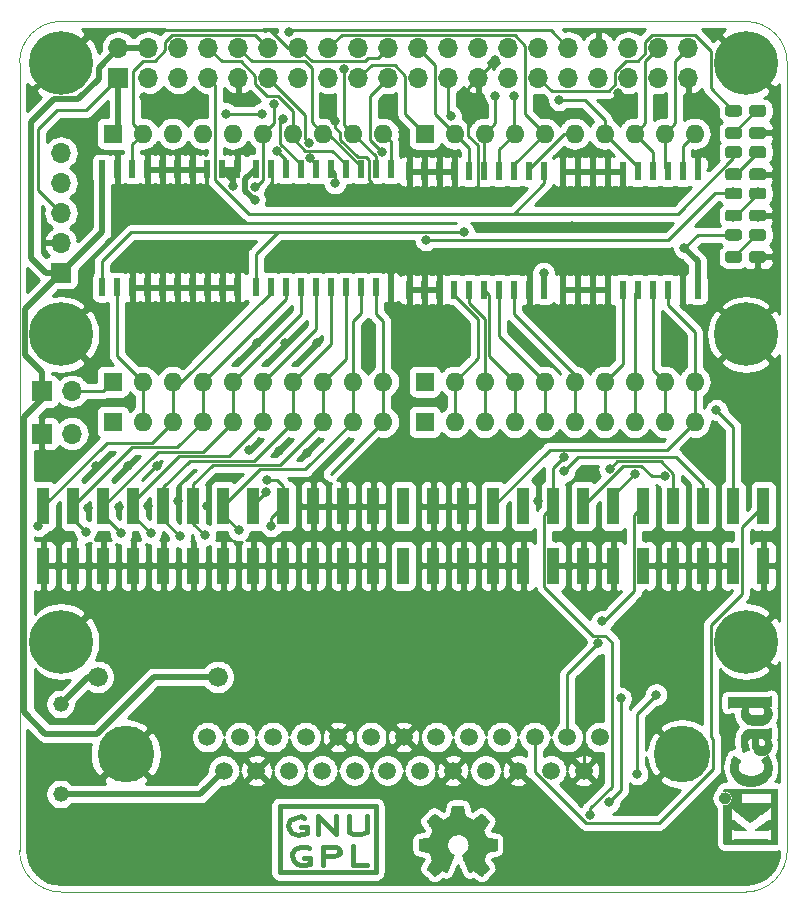
<source format=gbr>
%TF.GenerationSoftware,KiCad,Pcbnew,(5.1.4)-1*%
%TF.CreationDate,2020-08-14T14:12:09-05:00*%
%TF.ProjectId,rascsi_din,72617363-7369-45f6-9469-6e2e6b696361,rev?*%
%TF.SameCoordinates,Original*%
%TF.FileFunction,Copper,L1,Top*%
%TF.FilePolarity,Positive*%
%FSLAX46Y46*%
G04 Gerber Fmt 4.6, Leading zero omitted, Abs format (unit mm)*
G04 Created by KiCad (PCBNEW (5.1.4)-1) date 2020-08-14 14:12:09*
%MOMM*%
%LPD*%
G04 APERTURE LIST*
%TA.AperFunction,NonConductor*%
%ADD10C,0.050000*%
%TD*%
%TA.AperFunction,EtchedComponent*%
%ADD11C,0.010000*%
%TD*%
%TA.AperFunction,EtchedComponent*%
%ADD12C,0.381000*%
%TD*%
%TA.AperFunction,ComponentPad*%
%ADD13C,4.800000*%
%TD*%
%TA.AperFunction,ComponentPad*%
%ADD14C,1.500000*%
%TD*%
%TA.AperFunction,ComponentPad*%
%ADD15O,1.700000X1.700000*%
%TD*%
%TA.AperFunction,ComponentPad*%
%ADD16R,1.700000X1.700000*%
%TD*%
%TA.AperFunction,ComponentPad*%
%ADD17O,1.600000X1.600000*%
%TD*%
%TA.AperFunction,ComponentPad*%
%ADD18R,1.600000X1.600000*%
%TD*%
%TA.AperFunction,ComponentPad*%
%ADD19C,0.800000*%
%TD*%
%TA.AperFunction,ComponentPad*%
%ADD20C,5.400000*%
%TD*%
%TA.AperFunction,Conductor*%
%ADD21C,0.150000*%
%TD*%
%TA.AperFunction,SMDPad,CuDef*%
%ADD22C,0.975000*%
%TD*%
%TA.AperFunction,SMDPad,CuDef*%
%ADD23R,0.600000X1.500000*%
%TD*%
%TA.AperFunction,SMDPad,CuDef*%
%ADD24R,1.000000X3.150000*%
%TD*%
%TA.AperFunction,ComponentPad*%
%ADD25C,1.320800*%
%TD*%
%TA.AperFunction,ComponentPad*%
%ADD26C,1.676400*%
%TD*%
%TA.AperFunction,ViaPad*%
%ADD27C,0.800000*%
%TD*%
%TA.AperFunction,Conductor*%
%ADD28C,0.250000*%
%TD*%
%TA.AperFunction,Conductor*%
%ADD29C,0.500000*%
%TD*%
%TA.AperFunction,Conductor*%
%ADD30C,0.254000*%
%TD*%
G04 APERTURE END LIST*
D10*
X178000000Y-116200000D02*
X236000000Y-116200000D01*
X178000000Y-116200000D02*
G75*
G02X174500000Y-112700000I0J3500000D01*
G01*
X239500000Y-112700000D02*
G75*
G02X236000000Y-116200000I-3500000J0D01*
G01*
X174500000Y-46000000D02*
X174500000Y-112700000D01*
X239500000Y-46000000D02*
X239500000Y-112700000D01*
X178000000Y-42500000D02*
X236000000Y-42500000D01*
X174500000Y-46000000D02*
G75*
G02X178000000Y-42500000I3500000J0D01*
G01*
X236000000Y-42500000D02*
G75*
G02X239500000Y-46000000I0J-3500000D01*
G01*
D11*
%TO.C,REF\002A\002A*%
G36*
X233726571Y-108173043D02*
G01*
X233750809Y-108076768D01*
X233793641Y-107990184D01*
X233853419Y-107915373D01*
X233928494Y-107854418D01*
X234017220Y-107809399D01*
X234113530Y-107783136D01*
X234210795Y-107777286D01*
X234304654Y-107792140D01*
X234392511Y-107825840D01*
X234471770Y-107876528D01*
X234539836Y-107942345D01*
X234594112Y-108021434D01*
X234632002Y-108111934D01*
X234644426Y-108163200D01*
X234651947Y-108207698D01*
X234654919Y-108241999D01*
X234653094Y-108274960D01*
X234646225Y-108315434D01*
X234639250Y-108348531D01*
X234607741Y-108441947D01*
X234556617Y-108525619D01*
X234487429Y-108597665D01*
X234401728Y-108656200D01*
X234374489Y-108670148D01*
X234338122Y-108686586D01*
X234307582Y-108696894D01*
X234275450Y-108702460D01*
X234234307Y-108704669D01*
X234188222Y-108704948D01*
X234103865Y-108700861D01*
X234034586Y-108687446D01*
X233973961Y-108662256D01*
X233915567Y-108622846D01*
X233871302Y-108584298D01*
X233805484Y-108512406D01*
X233760053Y-108437313D01*
X233732850Y-108354562D01*
X233722576Y-108276928D01*
X233726571Y-108173043D01*
X233726571Y-108173043D01*
G37*
X233726571Y-108173043D02*
X233750809Y-108076768D01*
X233793641Y-107990184D01*
X233853419Y-107915373D01*
X233928494Y-107854418D01*
X234017220Y-107809399D01*
X234113530Y-107783136D01*
X234210795Y-107777286D01*
X234304654Y-107792140D01*
X234392511Y-107825840D01*
X234471770Y-107876528D01*
X234539836Y-107942345D01*
X234594112Y-108021434D01*
X234632002Y-108111934D01*
X234644426Y-108163200D01*
X234651947Y-108207698D01*
X234654919Y-108241999D01*
X234653094Y-108274960D01*
X234646225Y-108315434D01*
X234639250Y-108348531D01*
X234607741Y-108441947D01*
X234556617Y-108525619D01*
X234487429Y-108597665D01*
X234401728Y-108656200D01*
X234374489Y-108670148D01*
X234338122Y-108686586D01*
X234307582Y-108696894D01*
X234275450Y-108702460D01*
X234234307Y-108704669D01*
X234188222Y-108704948D01*
X234103865Y-108700861D01*
X234034586Y-108687446D01*
X233973961Y-108662256D01*
X233915567Y-108622846D01*
X233871302Y-108584298D01*
X233805484Y-108512406D01*
X233760053Y-108437313D01*
X233732850Y-108354562D01*
X233722576Y-108276928D01*
X233726571Y-108173043D01*
G36*
X236172245Y-99713493D02*
G01*
X236406662Y-99713474D01*
X236619603Y-99713448D01*
X236812168Y-99713375D01*
X236985459Y-99713218D01*
X237140576Y-99712936D01*
X237278620Y-99712491D01*
X237400692Y-99711844D01*
X237507894Y-99710955D01*
X237601326Y-99709787D01*
X237682090Y-99708299D01*
X237751286Y-99706454D01*
X237810015Y-99704211D01*
X237859379Y-99701531D01*
X237900478Y-99698377D01*
X237934413Y-99694708D01*
X237962286Y-99690487D01*
X237985198Y-99685673D01*
X238004249Y-99680227D01*
X238020540Y-99674112D01*
X238035173Y-99667288D01*
X238049249Y-99659715D01*
X238063868Y-99651355D01*
X238072974Y-99646161D01*
X238133689Y-99611896D01*
X238133689Y-100470045D01*
X238037733Y-100470045D01*
X237994370Y-100470776D01*
X237961205Y-100472728D01*
X237943424Y-100475537D01*
X237941778Y-100476779D01*
X237948662Y-100488201D01*
X237966505Y-100510916D01*
X237985879Y-100533615D01*
X238026614Y-100588200D01*
X238067617Y-100657679D01*
X238105123Y-100734730D01*
X238135364Y-100812035D01*
X238145012Y-100842887D01*
X238159578Y-100911384D01*
X238169539Y-100994236D01*
X238174583Y-101083629D01*
X238174396Y-101171752D01*
X238168666Y-101250793D01*
X238162858Y-101288489D01*
X238124797Y-101426586D01*
X238067073Y-101553887D01*
X237990211Y-101669708D01*
X237894739Y-101773363D01*
X237781179Y-101864167D01*
X237670381Y-101930969D01*
X237553625Y-101985836D01*
X237434276Y-102027837D01*
X237308283Y-102057833D01*
X237171594Y-102076689D01*
X237020158Y-102085268D01*
X236942711Y-102085994D01*
X236885934Y-102083900D01*
X236885934Y-101254783D01*
X236979002Y-101254576D01*
X237066692Y-101251663D01*
X237143772Y-101246000D01*
X237205009Y-101237545D01*
X237217350Y-101234962D01*
X237324633Y-101203160D01*
X237411658Y-101161502D01*
X237478642Y-101109637D01*
X237525805Y-101047219D01*
X237553365Y-100973900D01*
X237561541Y-100889331D01*
X237550551Y-100793165D01*
X237534829Y-100729689D01*
X237516639Y-100680546D01*
X237490791Y-100626417D01*
X237467089Y-100585756D01*
X237420721Y-100515200D01*
X236270530Y-100515200D01*
X236226962Y-100582608D01*
X236186040Y-100661133D01*
X236159389Y-100745319D01*
X236147465Y-100830443D01*
X236150722Y-100911784D01*
X236169615Y-100984620D01*
X236185184Y-101016574D01*
X236228181Y-101074499D01*
X236284953Y-101123456D01*
X236357575Y-101164610D01*
X236448121Y-101199126D01*
X236558666Y-101228167D01*
X236564533Y-101229448D01*
X236626788Y-101239619D01*
X236704594Y-101247261D01*
X236792720Y-101252330D01*
X236885934Y-101254783D01*
X236885934Y-102083900D01*
X236729895Y-102078143D01*
X236534059Y-102056198D01*
X236355332Y-102020214D01*
X236193845Y-101970241D01*
X236049726Y-101906332D01*
X235923106Y-101828538D01*
X235814115Y-101736911D01*
X235722883Y-101631503D01*
X235691932Y-101586338D01*
X235635785Y-101485389D01*
X235596174Y-101382099D01*
X235572014Y-101272011D01*
X235562219Y-101150670D01*
X235563265Y-101058164D01*
X235574231Y-100928510D01*
X235596046Y-100815916D01*
X235629714Y-100717125D01*
X235676236Y-100628879D01*
X235710448Y-100580014D01*
X235732362Y-100550647D01*
X235747333Y-100528957D01*
X235751733Y-100520747D01*
X235740904Y-100519132D01*
X235710251Y-100517841D01*
X235662526Y-100516862D01*
X235600479Y-100516183D01*
X235526862Y-100515790D01*
X235444427Y-100515670D01*
X235355925Y-100515812D01*
X235264107Y-100516203D01*
X235171724Y-100516829D01*
X235081528Y-100517680D01*
X234996271Y-100518740D01*
X234918703Y-100519999D01*
X234851576Y-100521444D01*
X234797641Y-100523062D01*
X234759650Y-100524839D01*
X234752667Y-100525331D01*
X234682251Y-100532908D01*
X234627102Y-100544469D01*
X234579981Y-100562208D01*
X234533647Y-100588318D01*
X234524067Y-100594585D01*
X234487378Y-100619017D01*
X234487378Y-99713689D01*
X236172245Y-99713493D01*
X236172245Y-99713493D01*
G37*
X236172245Y-99713493D02*
X236406662Y-99713474D01*
X236619603Y-99713448D01*
X236812168Y-99713375D01*
X236985459Y-99713218D01*
X237140576Y-99712936D01*
X237278620Y-99712491D01*
X237400692Y-99711844D01*
X237507894Y-99710955D01*
X237601326Y-99709787D01*
X237682090Y-99708299D01*
X237751286Y-99706454D01*
X237810015Y-99704211D01*
X237859379Y-99701531D01*
X237900478Y-99698377D01*
X237934413Y-99694708D01*
X237962286Y-99690487D01*
X237985198Y-99685673D01*
X238004249Y-99680227D01*
X238020540Y-99674112D01*
X238035173Y-99667288D01*
X238049249Y-99659715D01*
X238063868Y-99651355D01*
X238072974Y-99646161D01*
X238133689Y-99611896D01*
X238133689Y-100470045D01*
X238037733Y-100470045D01*
X237994370Y-100470776D01*
X237961205Y-100472728D01*
X237943424Y-100475537D01*
X237941778Y-100476779D01*
X237948662Y-100488201D01*
X237966505Y-100510916D01*
X237985879Y-100533615D01*
X238026614Y-100588200D01*
X238067617Y-100657679D01*
X238105123Y-100734730D01*
X238135364Y-100812035D01*
X238145012Y-100842887D01*
X238159578Y-100911384D01*
X238169539Y-100994236D01*
X238174583Y-101083629D01*
X238174396Y-101171752D01*
X238168666Y-101250793D01*
X238162858Y-101288489D01*
X238124797Y-101426586D01*
X238067073Y-101553887D01*
X237990211Y-101669708D01*
X237894739Y-101773363D01*
X237781179Y-101864167D01*
X237670381Y-101930969D01*
X237553625Y-101985836D01*
X237434276Y-102027837D01*
X237308283Y-102057833D01*
X237171594Y-102076689D01*
X237020158Y-102085268D01*
X236942711Y-102085994D01*
X236885934Y-102083900D01*
X236885934Y-101254783D01*
X236979002Y-101254576D01*
X237066692Y-101251663D01*
X237143772Y-101246000D01*
X237205009Y-101237545D01*
X237217350Y-101234962D01*
X237324633Y-101203160D01*
X237411658Y-101161502D01*
X237478642Y-101109637D01*
X237525805Y-101047219D01*
X237553365Y-100973900D01*
X237561541Y-100889331D01*
X237550551Y-100793165D01*
X237534829Y-100729689D01*
X237516639Y-100680546D01*
X237490791Y-100626417D01*
X237467089Y-100585756D01*
X237420721Y-100515200D01*
X236270530Y-100515200D01*
X236226962Y-100582608D01*
X236186040Y-100661133D01*
X236159389Y-100745319D01*
X236147465Y-100830443D01*
X236150722Y-100911784D01*
X236169615Y-100984620D01*
X236185184Y-101016574D01*
X236228181Y-101074499D01*
X236284953Y-101123456D01*
X236357575Y-101164610D01*
X236448121Y-101199126D01*
X236558666Y-101228167D01*
X236564533Y-101229448D01*
X236626788Y-101239619D01*
X236704594Y-101247261D01*
X236792720Y-101252330D01*
X236885934Y-101254783D01*
X236885934Y-102083900D01*
X236729895Y-102078143D01*
X236534059Y-102056198D01*
X236355332Y-102020214D01*
X236193845Y-101970241D01*
X236049726Y-101906332D01*
X235923106Y-101828538D01*
X235814115Y-101736911D01*
X235722883Y-101631503D01*
X235691932Y-101586338D01*
X235635785Y-101485389D01*
X235596174Y-101382099D01*
X235572014Y-101272011D01*
X235562219Y-101150670D01*
X235563265Y-101058164D01*
X235574231Y-100928510D01*
X235596046Y-100815916D01*
X235629714Y-100717125D01*
X235676236Y-100628879D01*
X235710448Y-100580014D01*
X235732362Y-100550647D01*
X235747333Y-100528957D01*
X235751733Y-100520747D01*
X235740904Y-100519132D01*
X235710251Y-100517841D01*
X235662526Y-100516862D01*
X235600479Y-100516183D01*
X235526862Y-100515790D01*
X235444427Y-100515670D01*
X235355925Y-100515812D01*
X235264107Y-100516203D01*
X235171724Y-100516829D01*
X235081528Y-100517680D01*
X234996271Y-100518740D01*
X234918703Y-100519999D01*
X234851576Y-100521444D01*
X234797641Y-100523062D01*
X234759650Y-100524839D01*
X234752667Y-100525331D01*
X234682251Y-100532908D01*
X234627102Y-100544469D01*
X234579981Y-100562208D01*
X234533647Y-100588318D01*
X234524067Y-100594585D01*
X234487378Y-100619017D01*
X234487378Y-99713689D01*
X236172245Y-99713493D01*
G36*
X235566552Y-103226426D02*
G01*
X235586567Y-103074508D01*
X235620202Y-102939244D01*
X235667725Y-102819761D01*
X235729405Y-102715185D01*
X235792965Y-102637576D01*
X235867099Y-102568735D01*
X235946871Y-102514994D01*
X236039091Y-102472090D01*
X236082161Y-102456616D01*
X236121142Y-102443756D01*
X236157289Y-102432554D01*
X236192434Y-102422880D01*
X236228410Y-102414604D01*
X236267050Y-102407597D01*
X236310185Y-102401728D01*
X236359649Y-102396869D01*
X236417273Y-102392890D01*
X236484891Y-102389660D01*
X236564334Y-102387051D01*
X236657436Y-102384933D01*
X236766027Y-102383176D01*
X236891942Y-102381651D01*
X237037012Y-102380228D01*
X237179778Y-102378975D01*
X237335968Y-102377649D01*
X237471239Y-102376444D01*
X237587246Y-102375234D01*
X237685645Y-102373894D01*
X237768093Y-102372300D01*
X237836246Y-102370325D01*
X237891760Y-102367844D01*
X237936292Y-102364731D01*
X237971498Y-102360862D01*
X237999034Y-102356111D01*
X238020556Y-102350352D01*
X238037722Y-102343461D01*
X238052186Y-102335311D01*
X238065606Y-102325777D01*
X238079638Y-102314734D01*
X238085071Y-102310434D01*
X238107910Y-102294614D01*
X238123463Y-102287578D01*
X238123922Y-102287556D01*
X238126121Y-102298433D01*
X238128147Y-102329418D01*
X238129942Y-102378043D01*
X238131451Y-102441837D01*
X238132616Y-102518331D01*
X238133380Y-102605056D01*
X238133686Y-102699543D01*
X238133689Y-102710450D01*
X238133689Y-103133343D01*
X238037622Y-103136605D01*
X237941556Y-103139867D01*
X237992543Y-103201956D01*
X238060057Y-103299286D01*
X238114749Y-103409187D01*
X238144978Y-103495651D01*
X238159666Y-103564722D01*
X238169659Y-103648075D01*
X238174646Y-103737841D01*
X238174313Y-103826155D01*
X238168351Y-103905149D01*
X238162638Y-103941378D01*
X238124776Y-104081397D01*
X238069932Y-104207822D01*
X237998924Y-104319740D01*
X237912568Y-104416238D01*
X237811679Y-104496400D01*
X237697076Y-104559313D01*
X237570984Y-104603688D01*
X237514401Y-104616022D01*
X237452202Y-104623632D01*
X237377363Y-104627261D01*
X237343467Y-104627755D01*
X237340282Y-104627690D01*
X237340282Y-103867752D01*
X237415333Y-103858459D01*
X237479160Y-103830272D01*
X237534798Y-103781803D01*
X237539211Y-103776746D01*
X237574037Y-103728452D01*
X237596620Y-103676743D01*
X237608540Y-103616011D01*
X237611383Y-103540648D01*
X237610978Y-103522541D01*
X237608325Y-103468722D01*
X237602909Y-103428692D01*
X237592745Y-103393676D01*
X237575850Y-103354897D01*
X237570672Y-103344255D01*
X237534844Y-103283604D01*
X237492212Y-103236785D01*
X237476973Y-103224048D01*
X237420462Y-103179378D01*
X237224586Y-103179378D01*
X237145939Y-103179914D01*
X237087988Y-103181604D01*
X237048875Y-103184572D01*
X237026741Y-103188943D01*
X237020274Y-103193028D01*
X237017111Y-103208953D01*
X237014488Y-103242736D01*
X237012655Y-103289660D01*
X237011857Y-103345007D01*
X237011842Y-103353894D01*
X237017096Y-103474670D01*
X237033263Y-103577340D01*
X237060961Y-103663894D01*
X237100808Y-103736319D01*
X237147758Y-103791249D01*
X237205645Y-103835796D01*
X237268693Y-103860520D01*
X237340282Y-103867752D01*
X237340282Y-104627690D01*
X237249712Y-104625822D01*
X237170812Y-104617478D01*
X237099590Y-104601232D01*
X237028864Y-104575595D01*
X236976493Y-104551599D01*
X236881196Y-104492980D01*
X236793170Y-104414883D01*
X236714017Y-104319685D01*
X236645340Y-104209762D01*
X236588741Y-104087490D01*
X236545821Y-103955245D01*
X236530882Y-103890578D01*
X236508777Y-103754396D01*
X236494194Y-103605951D01*
X236487813Y-103454495D01*
X236489445Y-103327936D01*
X236496224Y-103166050D01*
X236437245Y-103173470D01*
X236338092Y-103192762D01*
X236257372Y-103223896D01*
X236194466Y-103267731D01*
X236148756Y-103325129D01*
X236119622Y-103396952D01*
X236106447Y-103484059D01*
X236108611Y-103587314D01*
X236112612Y-103625289D01*
X236137780Y-103766480D01*
X236178814Y-103903293D01*
X236216815Y-103997822D01*
X236236190Y-104042982D01*
X236251760Y-104081415D01*
X236261405Y-104107766D01*
X236263452Y-104115454D01*
X236254374Y-104125198D01*
X236225405Y-104141917D01*
X236176217Y-104165768D01*
X236106484Y-104196907D01*
X236015879Y-104235493D01*
X236000089Y-104242090D01*
X235927772Y-104272147D01*
X235862425Y-104299126D01*
X235806906Y-104321864D01*
X235764072Y-104339194D01*
X235736781Y-104349952D01*
X235727942Y-104353059D01*
X235723187Y-104343060D01*
X235717910Y-104316783D01*
X235714231Y-104288511D01*
X235709474Y-104258354D01*
X235700028Y-104210567D01*
X235686820Y-104149388D01*
X235670776Y-104079054D01*
X235652820Y-104003806D01*
X235645797Y-103975245D01*
X235620209Y-103870184D01*
X235600147Y-103782520D01*
X235584969Y-103707932D01*
X235574035Y-103642097D01*
X235566704Y-103580693D01*
X235562335Y-103519398D01*
X235560287Y-103453890D01*
X235559889Y-103395872D01*
X235566552Y-103226426D01*
X235566552Y-103226426D01*
G37*
X235566552Y-103226426D02*
X235586567Y-103074508D01*
X235620202Y-102939244D01*
X235667725Y-102819761D01*
X235729405Y-102715185D01*
X235792965Y-102637576D01*
X235867099Y-102568735D01*
X235946871Y-102514994D01*
X236039091Y-102472090D01*
X236082161Y-102456616D01*
X236121142Y-102443756D01*
X236157289Y-102432554D01*
X236192434Y-102422880D01*
X236228410Y-102414604D01*
X236267050Y-102407597D01*
X236310185Y-102401728D01*
X236359649Y-102396869D01*
X236417273Y-102392890D01*
X236484891Y-102389660D01*
X236564334Y-102387051D01*
X236657436Y-102384933D01*
X236766027Y-102383176D01*
X236891942Y-102381651D01*
X237037012Y-102380228D01*
X237179778Y-102378975D01*
X237335968Y-102377649D01*
X237471239Y-102376444D01*
X237587246Y-102375234D01*
X237685645Y-102373894D01*
X237768093Y-102372300D01*
X237836246Y-102370325D01*
X237891760Y-102367844D01*
X237936292Y-102364731D01*
X237971498Y-102360862D01*
X237999034Y-102356111D01*
X238020556Y-102350352D01*
X238037722Y-102343461D01*
X238052186Y-102335311D01*
X238065606Y-102325777D01*
X238079638Y-102314734D01*
X238085071Y-102310434D01*
X238107910Y-102294614D01*
X238123463Y-102287578D01*
X238123922Y-102287556D01*
X238126121Y-102298433D01*
X238128147Y-102329418D01*
X238129942Y-102378043D01*
X238131451Y-102441837D01*
X238132616Y-102518331D01*
X238133380Y-102605056D01*
X238133686Y-102699543D01*
X238133689Y-102710450D01*
X238133689Y-103133343D01*
X238037622Y-103136605D01*
X237941556Y-103139867D01*
X237992543Y-103201956D01*
X238060057Y-103299286D01*
X238114749Y-103409187D01*
X238144978Y-103495651D01*
X238159666Y-103564722D01*
X238169659Y-103648075D01*
X238174646Y-103737841D01*
X238174313Y-103826155D01*
X238168351Y-103905149D01*
X238162638Y-103941378D01*
X238124776Y-104081397D01*
X238069932Y-104207822D01*
X237998924Y-104319740D01*
X237912568Y-104416238D01*
X237811679Y-104496400D01*
X237697076Y-104559313D01*
X237570984Y-104603688D01*
X237514401Y-104616022D01*
X237452202Y-104623632D01*
X237377363Y-104627261D01*
X237343467Y-104627755D01*
X237340282Y-104627690D01*
X237340282Y-103867752D01*
X237415333Y-103858459D01*
X237479160Y-103830272D01*
X237534798Y-103781803D01*
X237539211Y-103776746D01*
X237574037Y-103728452D01*
X237596620Y-103676743D01*
X237608540Y-103616011D01*
X237611383Y-103540648D01*
X237610978Y-103522541D01*
X237608325Y-103468722D01*
X237602909Y-103428692D01*
X237592745Y-103393676D01*
X237575850Y-103354897D01*
X237570672Y-103344255D01*
X237534844Y-103283604D01*
X237492212Y-103236785D01*
X237476973Y-103224048D01*
X237420462Y-103179378D01*
X237224586Y-103179378D01*
X237145939Y-103179914D01*
X237087988Y-103181604D01*
X237048875Y-103184572D01*
X237026741Y-103188943D01*
X237020274Y-103193028D01*
X237017111Y-103208953D01*
X237014488Y-103242736D01*
X237012655Y-103289660D01*
X237011857Y-103345007D01*
X237011842Y-103353894D01*
X237017096Y-103474670D01*
X237033263Y-103577340D01*
X237060961Y-103663894D01*
X237100808Y-103736319D01*
X237147758Y-103791249D01*
X237205645Y-103835796D01*
X237268693Y-103860520D01*
X237340282Y-103867752D01*
X237340282Y-104627690D01*
X237249712Y-104625822D01*
X237170812Y-104617478D01*
X237099590Y-104601232D01*
X237028864Y-104575595D01*
X236976493Y-104551599D01*
X236881196Y-104492980D01*
X236793170Y-104414883D01*
X236714017Y-104319685D01*
X236645340Y-104209762D01*
X236588741Y-104087490D01*
X236545821Y-103955245D01*
X236530882Y-103890578D01*
X236508777Y-103754396D01*
X236494194Y-103605951D01*
X236487813Y-103454495D01*
X236489445Y-103327936D01*
X236496224Y-103166050D01*
X236437245Y-103173470D01*
X236338092Y-103192762D01*
X236257372Y-103223896D01*
X236194466Y-103267731D01*
X236148756Y-103325129D01*
X236119622Y-103396952D01*
X236106447Y-103484059D01*
X236108611Y-103587314D01*
X236112612Y-103625289D01*
X236137780Y-103766480D01*
X236178814Y-103903293D01*
X236216815Y-103997822D01*
X236236190Y-104042982D01*
X236251760Y-104081415D01*
X236261405Y-104107766D01*
X236263452Y-104115454D01*
X236254374Y-104125198D01*
X236225405Y-104141917D01*
X236176217Y-104165768D01*
X236106484Y-104196907D01*
X236015879Y-104235493D01*
X236000089Y-104242090D01*
X235927772Y-104272147D01*
X235862425Y-104299126D01*
X235806906Y-104321864D01*
X235764072Y-104339194D01*
X235736781Y-104349952D01*
X235727942Y-104353059D01*
X235723187Y-104343060D01*
X235717910Y-104316783D01*
X235714231Y-104288511D01*
X235709474Y-104258354D01*
X235700028Y-104210567D01*
X235686820Y-104149388D01*
X235670776Y-104079054D01*
X235652820Y-104003806D01*
X235645797Y-103975245D01*
X235620209Y-103870184D01*
X235600147Y-103782520D01*
X235584969Y-103707932D01*
X235574035Y-103642097D01*
X235566704Y-103580693D01*
X235562335Y-103519398D01*
X235560287Y-103453890D01*
X235559889Y-103395872D01*
X235566552Y-103226426D01*
G36*
X234649071Y-105571571D02*
G01*
X234670245Y-105411430D01*
X234710385Y-105247490D01*
X234769889Y-105077687D01*
X234849154Y-104899957D01*
X234854699Y-104888690D01*
X234882725Y-104830995D01*
X234906802Y-104779448D01*
X234925249Y-104737809D01*
X234936386Y-104709838D01*
X234938933Y-104700267D01*
X234943941Y-104681050D01*
X234948147Y-104676439D01*
X234958580Y-104681542D01*
X234984868Y-104697582D01*
X235024257Y-104722712D01*
X235073991Y-104755086D01*
X235131315Y-104792857D01*
X235193476Y-104834178D01*
X235257718Y-104877202D01*
X235321285Y-104920083D01*
X235381425Y-104960974D01*
X235435380Y-104998029D01*
X235480397Y-105029400D01*
X235513721Y-105053241D01*
X235532597Y-105067706D01*
X235534787Y-105069691D01*
X235530138Y-105079809D01*
X235512962Y-105102150D01*
X235486440Y-105132720D01*
X235471964Y-105148464D01*
X235396682Y-105244953D01*
X235341241Y-105351664D01*
X235306141Y-105467168D01*
X235291880Y-105590038D01*
X235293051Y-105659439D01*
X235310212Y-105780577D01*
X235346094Y-105889795D01*
X235400959Y-105987418D01*
X235475070Y-106073772D01*
X235568688Y-106149185D01*
X235682076Y-106213982D01*
X235768667Y-106251399D01*
X235904366Y-106295252D01*
X236051850Y-106327572D01*
X236207314Y-106348443D01*
X236366956Y-106357949D01*
X236526973Y-106356173D01*
X236683561Y-106343197D01*
X236832918Y-106319106D01*
X236971240Y-106283982D01*
X237094724Y-106237908D01*
X237128978Y-106221627D01*
X237243064Y-106153380D01*
X237339557Y-106072921D01*
X237417670Y-105981430D01*
X237476617Y-105880089D01*
X237515612Y-105770080D01*
X237533868Y-105652585D01*
X237535211Y-105611117D01*
X237524290Y-105489559D01*
X237491474Y-105369122D01*
X237437439Y-105251334D01*
X237362865Y-105137723D01*
X237284539Y-105046315D01*
X237240008Y-104999785D01*
X237537271Y-104818517D01*
X237611433Y-104773420D01*
X237679646Y-104732181D01*
X237739459Y-104696265D01*
X237788420Y-104667134D01*
X237824079Y-104646250D01*
X237843984Y-104635076D01*
X237847079Y-104633625D01*
X237856718Y-104641854D01*
X237873999Y-104667433D01*
X237897283Y-104707127D01*
X237924934Y-104757703D01*
X237955315Y-104815926D01*
X237986790Y-104878563D01*
X238017722Y-104942379D01*
X238046473Y-105004140D01*
X238071408Y-105060612D01*
X238090889Y-105108562D01*
X238099318Y-105132014D01*
X238137133Y-105265779D01*
X238162136Y-105403673D01*
X238175140Y-105551378D01*
X238177468Y-105678167D01*
X238176373Y-105746122D01*
X238174275Y-105811723D01*
X238171434Y-105869153D01*
X238168106Y-105912597D01*
X238166422Y-105926702D01*
X238137587Y-106065716D01*
X238092468Y-106207243D01*
X238033750Y-106344725D01*
X237964120Y-106471606D01*
X237911441Y-106549111D01*
X237803239Y-106676519D01*
X237676671Y-106794822D01*
X237534866Y-106901828D01*
X237380951Y-106995348D01*
X237218053Y-107073190D01*
X237100756Y-107117044D01*
X236917128Y-107167292D01*
X236722581Y-107200791D01*
X236521325Y-107217551D01*
X236317568Y-107217584D01*
X236115521Y-107200899D01*
X235919392Y-107167507D01*
X235733391Y-107117420D01*
X235721803Y-107113603D01*
X235559750Y-107050719D01*
X235411832Y-106973972D01*
X235273865Y-106880758D01*
X235141661Y-106768473D01*
X235096399Y-106724608D01*
X234972457Y-106588466D01*
X234869915Y-106448509D01*
X234787656Y-106302589D01*
X234724564Y-106148558D01*
X234679523Y-105984268D01*
X234662033Y-105888711D01*
X234646466Y-105729977D01*
X234649071Y-105571571D01*
X234649071Y-105571571D01*
G37*
X234649071Y-105571571D02*
X234670245Y-105411430D01*
X234710385Y-105247490D01*
X234769889Y-105077687D01*
X234849154Y-104899957D01*
X234854699Y-104888690D01*
X234882725Y-104830995D01*
X234906802Y-104779448D01*
X234925249Y-104737809D01*
X234936386Y-104709838D01*
X234938933Y-104700267D01*
X234943941Y-104681050D01*
X234948147Y-104676439D01*
X234958580Y-104681542D01*
X234984868Y-104697582D01*
X235024257Y-104722712D01*
X235073991Y-104755086D01*
X235131315Y-104792857D01*
X235193476Y-104834178D01*
X235257718Y-104877202D01*
X235321285Y-104920083D01*
X235381425Y-104960974D01*
X235435380Y-104998029D01*
X235480397Y-105029400D01*
X235513721Y-105053241D01*
X235532597Y-105067706D01*
X235534787Y-105069691D01*
X235530138Y-105079809D01*
X235512962Y-105102150D01*
X235486440Y-105132720D01*
X235471964Y-105148464D01*
X235396682Y-105244953D01*
X235341241Y-105351664D01*
X235306141Y-105467168D01*
X235291880Y-105590038D01*
X235293051Y-105659439D01*
X235310212Y-105780577D01*
X235346094Y-105889795D01*
X235400959Y-105987418D01*
X235475070Y-106073772D01*
X235568688Y-106149185D01*
X235682076Y-106213982D01*
X235768667Y-106251399D01*
X235904366Y-106295252D01*
X236051850Y-106327572D01*
X236207314Y-106348443D01*
X236366956Y-106357949D01*
X236526973Y-106356173D01*
X236683561Y-106343197D01*
X236832918Y-106319106D01*
X236971240Y-106283982D01*
X237094724Y-106237908D01*
X237128978Y-106221627D01*
X237243064Y-106153380D01*
X237339557Y-106072921D01*
X237417670Y-105981430D01*
X237476617Y-105880089D01*
X237515612Y-105770080D01*
X237533868Y-105652585D01*
X237535211Y-105611117D01*
X237524290Y-105489559D01*
X237491474Y-105369122D01*
X237437439Y-105251334D01*
X237362865Y-105137723D01*
X237284539Y-105046315D01*
X237240008Y-104999785D01*
X237537271Y-104818517D01*
X237611433Y-104773420D01*
X237679646Y-104732181D01*
X237739459Y-104696265D01*
X237788420Y-104667134D01*
X237824079Y-104646250D01*
X237843984Y-104635076D01*
X237847079Y-104633625D01*
X237856718Y-104641854D01*
X237873999Y-104667433D01*
X237897283Y-104707127D01*
X237924934Y-104757703D01*
X237955315Y-104815926D01*
X237986790Y-104878563D01*
X238017722Y-104942379D01*
X238046473Y-105004140D01*
X238071408Y-105060612D01*
X238090889Y-105108562D01*
X238099318Y-105132014D01*
X238137133Y-105265779D01*
X238162136Y-105403673D01*
X238175140Y-105551378D01*
X238177468Y-105678167D01*
X238176373Y-105746122D01*
X238174275Y-105811723D01*
X238171434Y-105869153D01*
X238168106Y-105912597D01*
X238166422Y-105926702D01*
X238137587Y-106065716D01*
X238092468Y-106207243D01*
X238033750Y-106344725D01*
X237964120Y-106471606D01*
X237911441Y-106549111D01*
X237803239Y-106676519D01*
X237676671Y-106794822D01*
X237534866Y-106901828D01*
X237380951Y-106995348D01*
X237218053Y-107073190D01*
X237100756Y-107117044D01*
X236917128Y-107167292D01*
X236722581Y-107200791D01*
X236521325Y-107217551D01*
X236317568Y-107217584D01*
X236115521Y-107200899D01*
X235919392Y-107167507D01*
X235733391Y-107117420D01*
X235721803Y-107113603D01*
X235559750Y-107050719D01*
X235411832Y-106973972D01*
X235273865Y-106880758D01*
X235141661Y-106768473D01*
X235096399Y-106724608D01*
X234972457Y-106588466D01*
X234869915Y-106448509D01*
X234787656Y-106302589D01*
X234724564Y-106148558D01*
X234679523Y-105984268D01*
X234662033Y-105888711D01*
X234646466Y-105729977D01*
X234649071Y-105571571D01*
G36*
X234189054Y-108846400D02*
G01*
X234302993Y-108835535D01*
X234410616Y-108803918D01*
X234509615Y-108753015D01*
X234597684Y-108684293D01*
X234672516Y-108599219D01*
X234730384Y-108502232D01*
X234770005Y-108395964D01*
X234788573Y-108288950D01*
X234787434Y-108183300D01*
X234767930Y-108081125D01*
X234731406Y-107984534D01*
X234679205Y-107895638D01*
X234612673Y-107816546D01*
X234533152Y-107749369D01*
X234441987Y-107696217D01*
X234340523Y-107659199D01*
X234230102Y-107640427D01*
X234180206Y-107638489D01*
X234092267Y-107638489D01*
X234092267Y-107586560D01*
X234095111Y-107550253D01*
X234106911Y-107523355D01*
X234130649Y-107496249D01*
X234169031Y-107457867D01*
X236360602Y-107457867D01*
X236622739Y-107457876D01*
X236863241Y-107457908D01*
X237083048Y-107457972D01*
X237283101Y-107458076D01*
X237464344Y-107458227D01*
X237627716Y-107458434D01*
X237774160Y-107458706D01*
X237904617Y-107459050D01*
X238020029Y-107459474D01*
X238121338Y-107459987D01*
X238209484Y-107460597D01*
X238285410Y-107461312D01*
X238350057Y-107462140D01*
X238404367Y-107463089D01*
X238449280Y-107464167D01*
X238485740Y-107465383D01*
X238514687Y-107466745D01*
X238537063Y-107468261D01*
X238553809Y-107469938D01*
X238565868Y-107471786D01*
X238574180Y-107473813D01*
X238579687Y-107476025D01*
X238581537Y-107477108D01*
X238588549Y-107481271D01*
X238594996Y-107484805D01*
X238600900Y-107488635D01*
X238606286Y-107493682D01*
X238611178Y-107500871D01*
X238615598Y-107511123D01*
X238619572Y-107525364D01*
X238623121Y-107544514D01*
X238626270Y-107569499D01*
X238629042Y-107601240D01*
X238631461Y-107640662D01*
X238633551Y-107688686D01*
X238635335Y-107746237D01*
X238636837Y-107814237D01*
X238638080Y-107893610D01*
X238639089Y-107985279D01*
X238639885Y-108090166D01*
X238640494Y-108209196D01*
X238640939Y-108343290D01*
X238641243Y-108493373D01*
X238641430Y-108660367D01*
X238641524Y-108845196D01*
X238641548Y-109048783D01*
X238641525Y-109272050D01*
X238641480Y-109515922D01*
X238641437Y-109781321D01*
X238641432Y-109819704D01*
X238641389Y-110086682D01*
X238641318Y-110332002D01*
X238641213Y-110556583D01*
X238641066Y-110761345D01*
X238640869Y-110947206D01*
X238640616Y-111115088D01*
X238640300Y-111265908D01*
X238639913Y-111400587D01*
X238639447Y-111520044D01*
X238638897Y-111625199D01*
X238638253Y-111716971D01*
X238637511Y-111796279D01*
X238636661Y-111864043D01*
X238635697Y-111921182D01*
X238634611Y-111968617D01*
X238633397Y-112007266D01*
X238632047Y-112038049D01*
X238630555Y-112061885D01*
X238628911Y-112079694D01*
X238627111Y-112092395D01*
X238625145Y-112100908D01*
X238623477Y-112105266D01*
X238619906Y-112113728D01*
X238617270Y-112121497D01*
X238614634Y-112128602D01*
X238611062Y-112135073D01*
X238605621Y-112140939D01*
X238597375Y-112146229D01*
X238585390Y-112150974D01*
X238568731Y-112155202D01*
X238546463Y-112158943D01*
X238517652Y-112162227D01*
X238481363Y-112165083D01*
X238436661Y-112167540D01*
X238382611Y-112169629D01*
X238318279Y-112171378D01*
X238242730Y-112172817D01*
X238155030Y-112173976D01*
X238054243Y-112174883D01*
X237939434Y-112175569D01*
X237809670Y-112176063D01*
X237664015Y-112176395D01*
X237501535Y-112176593D01*
X237321295Y-112176687D01*
X237122360Y-112176708D01*
X236903796Y-112176685D01*
X236664668Y-112176646D01*
X236404040Y-112176622D01*
X236361889Y-112176622D01*
X236098992Y-112176636D01*
X235857732Y-112176661D01*
X235637165Y-112176671D01*
X235436352Y-112176642D01*
X235254349Y-112176548D01*
X235090216Y-112176362D01*
X234943011Y-112176059D01*
X234811792Y-112175614D01*
X234701867Y-112175034D01*
X234701867Y-111872197D01*
X234759711Y-111832407D01*
X234775479Y-111821236D01*
X234789441Y-111811166D01*
X234802784Y-111802138D01*
X234816693Y-111794097D01*
X234832356Y-111786986D01*
X234850958Y-111780747D01*
X234873686Y-111775325D01*
X234901727Y-111770662D01*
X234936267Y-111766701D01*
X234978492Y-111763385D01*
X235029589Y-111760659D01*
X235090744Y-111758464D01*
X235163144Y-111756745D01*
X235247975Y-111755444D01*
X235346422Y-111754505D01*
X235459674Y-111753870D01*
X235588916Y-111753484D01*
X235735334Y-111753288D01*
X235900116Y-111753227D01*
X236084447Y-111753243D01*
X236289513Y-111753280D01*
X236412133Y-111753289D01*
X236629082Y-111753265D01*
X236824642Y-111753231D01*
X236999999Y-111753243D01*
X237156341Y-111753358D01*
X237294857Y-111753630D01*
X237416734Y-111754118D01*
X237523160Y-111754876D01*
X237615322Y-111755962D01*
X237694409Y-111757431D01*
X237761608Y-111759340D01*
X237818107Y-111761744D01*
X237865093Y-111764701D01*
X237903755Y-111768266D01*
X237935280Y-111772495D01*
X237960855Y-111777446D01*
X237981670Y-111783173D01*
X237998911Y-111789733D01*
X238013765Y-111797183D01*
X238027422Y-111805579D01*
X238041069Y-111814976D01*
X238055893Y-111825432D01*
X238064783Y-111831523D01*
X238122400Y-111870296D01*
X238122400Y-111338732D01*
X238122365Y-111215483D01*
X238122215Y-111112987D01*
X238121878Y-111029420D01*
X238121286Y-110962956D01*
X238120367Y-110911771D01*
X238119051Y-110874041D01*
X238117269Y-110847940D01*
X238114951Y-110831644D01*
X238112026Y-110823328D01*
X238108424Y-110821168D01*
X238104075Y-110823339D01*
X238102645Y-110824535D01*
X238065573Y-110849685D01*
X238012772Y-110875583D01*
X237950770Y-110899192D01*
X237924357Y-110907461D01*
X237906416Y-110912078D01*
X237885355Y-110915979D01*
X237859089Y-110919248D01*
X237825532Y-110921966D01*
X237782599Y-110924215D01*
X237728204Y-110926077D01*
X237660262Y-110927636D01*
X237576688Y-110928972D01*
X237475395Y-110930169D01*
X237354300Y-110931308D01*
X237309600Y-110931685D01*
X237184449Y-110932702D01*
X237080082Y-110933460D01*
X236994707Y-110933903D01*
X236926533Y-110933970D01*
X236873765Y-110933605D01*
X236834614Y-110932748D01*
X236807285Y-110931341D01*
X236789986Y-110929325D01*
X236780926Y-110926643D01*
X236778312Y-110923236D01*
X236780351Y-110919044D01*
X236784667Y-110914571D01*
X236797602Y-110904216D01*
X236826676Y-110882158D01*
X236869759Y-110849957D01*
X236924718Y-110809174D01*
X236989423Y-110761370D01*
X237061742Y-110708105D01*
X237139544Y-110650940D01*
X237220698Y-110591437D01*
X237303072Y-110531155D01*
X237384536Y-110471655D01*
X237462957Y-110414498D01*
X237536204Y-110361245D01*
X237602147Y-110313457D01*
X237658654Y-110272693D01*
X237703593Y-110240516D01*
X237734834Y-110218485D01*
X237741466Y-110213917D01*
X237778369Y-110190996D01*
X237826359Y-110164188D01*
X237875897Y-110138789D01*
X237882577Y-110135568D01*
X237930772Y-110113890D01*
X237968334Y-110101304D01*
X238004160Y-110095574D01*
X238046200Y-110094456D01*
X238122400Y-110095090D01*
X238122400Y-108940651D01*
X238028669Y-109031815D01*
X237978775Y-109078612D01*
X237922295Y-109128899D01*
X237868026Y-109174944D01*
X237842673Y-109195369D01*
X237803128Y-109225807D01*
X237749916Y-109265862D01*
X237684667Y-109314361D01*
X237609011Y-109370135D01*
X237524577Y-109432011D01*
X237432994Y-109498819D01*
X237335892Y-109569387D01*
X237234901Y-109642545D01*
X237131650Y-109717121D01*
X237027768Y-109791944D01*
X236924885Y-109865843D01*
X236824631Y-109937646D01*
X236728636Y-110006184D01*
X236638527Y-110070284D01*
X236555936Y-110128775D01*
X236482492Y-110180486D01*
X236419824Y-110224247D01*
X236369561Y-110258885D01*
X236333334Y-110283230D01*
X236312771Y-110296111D01*
X236308668Y-110297869D01*
X236297342Y-110289910D01*
X236270162Y-110269115D01*
X236228829Y-110236847D01*
X236175044Y-110194470D01*
X236110506Y-110143347D01*
X236036918Y-110084841D01*
X235955978Y-110020314D01*
X235869388Y-109951131D01*
X235778848Y-109878653D01*
X235686060Y-109804246D01*
X235611702Y-109744517D01*
X235611702Y-108733511D01*
X235624659Y-108727602D01*
X235646908Y-108713272D01*
X235648391Y-108712225D01*
X235678544Y-108693438D01*
X235715375Y-108673791D01*
X235723511Y-108669892D01*
X235731940Y-108666356D01*
X235742059Y-108663230D01*
X235755260Y-108660486D01*
X235772938Y-108658092D01*
X235796484Y-108656019D01*
X235827293Y-108654235D01*
X235866757Y-108652712D01*
X235916269Y-108651419D01*
X235977223Y-108650326D01*
X236051011Y-108649403D01*
X236139028Y-108648619D01*
X236242665Y-108647945D01*
X236363316Y-108647350D01*
X236502374Y-108646805D01*
X236661232Y-108646279D01*
X236840089Y-108645745D01*
X237025207Y-108645206D01*
X237189145Y-108644772D01*
X237333303Y-108644509D01*
X237459079Y-108644484D01*
X237567871Y-108644765D01*
X237661077Y-108645419D01*
X237740097Y-108646514D01*
X237806328Y-108648118D01*
X237861170Y-108650297D01*
X237906021Y-108653119D01*
X237942278Y-108656651D01*
X237971341Y-108660961D01*
X237994609Y-108666117D01*
X238013479Y-108672185D01*
X238029351Y-108679233D01*
X238043622Y-108687329D01*
X238057691Y-108696540D01*
X238070158Y-108705040D01*
X238096452Y-108722176D01*
X238114037Y-108732322D01*
X238117257Y-108733511D01*
X238118334Y-108722604D01*
X238119335Y-108691411D01*
X238120235Y-108642223D01*
X238121010Y-108577333D01*
X238121637Y-108499030D01*
X238122091Y-108409607D01*
X238122349Y-108311356D01*
X238122400Y-108242445D01*
X238122180Y-108137452D01*
X238121548Y-108040610D01*
X238120549Y-107954107D01*
X238119227Y-107880132D01*
X238117626Y-107820874D01*
X238115791Y-107778520D01*
X238113765Y-107755260D01*
X238112493Y-107751378D01*
X238097591Y-107759076D01*
X238089560Y-107767074D01*
X238072434Y-107780246D01*
X238042183Y-107797485D01*
X238017622Y-107809407D01*
X237958711Y-107836045D01*
X236781845Y-107839120D01*
X235604978Y-107842195D01*
X235604978Y-108287853D01*
X235605142Y-108385670D01*
X235605611Y-108476064D01*
X235606347Y-108556630D01*
X235607316Y-108624962D01*
X235608480Y-108678656D01*
X235609803Y-108715305D01*
X235611249Y-108732504D01*
X235611702Y-108733511D01*
X235611702Y-109744517D01*
X235592722Y-109729270D01*
X235500537Y-109655090D01*
X235411204Y-109583069D01*
X235326424Y-109514569D01*
X235247898Y-109450955D01*
X235177326Y-109393588D01*
X235116409Y-109343833D01*
X235066847Y-109303052D01*
X235046178Y-109285888D01*
X234945516Y-109199596D01*
X234862259Y-109122997D01*
X234794438Y-109054183D01*
X234740089Y-108991248D01*
X234732722Y-108981867D01*
X234702117Y-108942356D01*
X234701867Y-110074116D01*
X234749844Y-110068827D01*
X234807188Y-110072130D01*
X234875463Y-110093661D01*
X234955212Y-110133635D01*
X235027495Y-110178943D01*
X235050140Y-110195161D01*
X235087696Y-110223214D01*
X235138021Y-110261430D01*
X235198973Y-110308137D01*
X235268411Y-110361661D01*
X235344194Y-110420331D01*
X235424180Y-110482475D01*
X235506228Y-110546421D01*
X235588196Y-110610495D01*
X235667943Y-110673027D01*
X235743327Y-110732343D01*
X235812207Y-110786771D01*
X235872442Y-110834639D01*
X235921889Y-110874275D01*
X235958408Y-110904006D01*
X235979858Y-110922161D01*
X235983156Y-110925220D01*
X235975149Y-110928079D01*
X235944855Y-110930293D01*
X235892556Y-110931857D01*
X235818531Y-110932767D01*
X235723063Y-110933020D01*
X235606434Y-110932613D01*
X235486445Y-110931704D01*
X235354333Y-110930382D01*
X235242594Y-110928857D01*
X235149025Y-110926881D01*
X235071419Y-110924206D01*
X235007574Y-110920582D01*
X234955283Y-110915761D01*
X234912344Y-110909494D01*
X234876551Y-110901532D01*
X234845700Y-110891627D01*
X234817586Y-110879531D01*
X234790005Y-110864993D01*
X234764966Y-110850311D01*
X234701867Y-110812314D01*
X234701867Y-111872197D01*
X234701867Y-112175034D01*
X234695617Y-112175001D01*
X234593544Y-112174195D01*
X234504633Y-112173170D01*
X234427941Y-112171900D01*
X234362527Y-112170360D01*
X234307449Y-112168524D01*
X234261765Y-112166367D01*
X234224534Y-112163863D01*
X234194813Y-112160987D01*
X234171662Y-112157713D01*
X234154139Y-112154015D01*
X234141301Y-112149869D01*
X234132208Y-112145247D01*
X234125918Y-112140126D01*
X234121488Y-112134478D01*
X234117978Y-112128279D01*
X234114445Y-112121504D01*
X234110876Y-112115508D01*
X234108300Y-112110275D01*
X234105972Y-112102099D01*
X234103878Y-112089886D01*
X234102007Y-112072541D01*
X234100347Y-112048969D01*
X234098884Y-112018077D01*
X234097608Y-111978768D01*
X234096504Y-111929950D01*
X234095561Y-111870527D01*
X234094767Y-111799404D01*
X234094109Y-111715488D01*
X234093575Y-111617683D01*
X234093153Y-111504894D01*
X234092829Y-111376029D01*
X234092592Y-111229991D01*
X234092430Y-111065686D01*
X234092330Y-110882020D01*
X234092280Y-110677897D01*
X234092267Y-110466753D01*
X234092267Y-108846400D01*
X234189054Y-108846400D01*
X234189054Y-108846400D01*
G37*
X234189054Y-108846400D02*
X234302993Y-108835535D01*
X234410616Y-108803918D01*
X234509615Y-108753015D01*
X234597684Y-108684293D01*
X234672516Y-108599219D01*
X234730384Y-108502232D01*
X234770005Y-108395964D01*
X234788573Y-108288950D01*
X234787434Y-108183300D01*
X234767930Y-108081125D01*
X234731406Y-107984534D01*
X234679205Y-107895638D01*
X234612673Y-107816546D01*
X234533152Y-107749369D01*
X234441987Y-107696217D01*
X234340523Y-107659199D01*
X234230102Y-107640427D01*
X234180206Y-107638489D01*
X234092267Y-107638489D01*
X234092267Y-107586560D01*
X234095111Y-107550253D01*
X234106911Y-107523355D01*
X234130649Y-107496249D01*
X234169031Y-107457867D01*
X236360602Y-107457867D01*
X236622739Y-107457876D01*
X236863241Y-107457908D01*
X237083048Y-107457972D01*
X237283101Y-107458076D01*
X237464344Y-107458227D01*
X237627716Y-107458434D01*
X237774160Y-107458706D01*
X237904617Y-107459050D01*
X238020029Y-107459474D01*
X238121338Y-107459987D01*
X238209484Y-107460597D01*
X238285410Y-107461312D01*
X238350057Y-107462140D01*
X238404367Y-107463089D01*
X238449280Y-107464167D01*
X238485740Y-107465383D01*
X238514687Y-107466745D01*
X238537063Y-107468261D01*
X238553809Y-107469938D01*
X238565868Y-107471786D01*
X238574180Y-107473813D01*
X238579687Y-107476025D01*
X238581537Y-107477108D01*
X238588549Y-107481271D01*
X238594996Y-107484805D01*
X238600900Y-107488635D01*
X238606286Y-107493682D01*
X238611178Y-107500871D01*
X238615598Y-107511123D01*
X238619572Y-107525364D01*
X238623121Y-107544514D01*
X238626270Y-107569499D01*
X238629042Y-107601240D01*
X238631461Y-107640662D01*
X238633551Y-107688686D01*
X238635335Y-107746237D01*
X238636837Y-107814237D01*
X238638080Y-107893610D01*
X238639089Y-107985279D01*
X238639885Y-108090166D01*
X238640494Y-108209196D01*
X238640939Y-108343290D01*
X238641243Y-108493373D01*
X238641430Y-108660367D01*
X238641524Y-108845196D01*
X238641548Y-109048783D01*
X238641525Y-109272050D01*
X238641480Y-109515922D01*
X238641437Y-109781321D01*
X238641432Y-109819704D01*
X238641389Y-110086682D01*
X238641318Y-110332002D01*
X238641213Y-110556583D01*
X238641066Y-110761345D01*
X238640869Y-110947206D01*
X238640616Y-111115088D01*
X238640300Y-111265908D01*
X238639913Y-111400587D01*
X238639447Y-111520044D01*
X238638897Y-111625199D01*
X238638253Y-111716971D01*
X238637511Y-111796279D01*
X238636661Y-111864043D01*
X238635697Y-111921182D01*
X238634611Y-111968617D01*
X238633397Y-112007266D01*
X238632047Y-112038049D01*
X238630555Y-112061885D01*
X238628911Y-112079694D01*
X238627111Y-112092395D01*
X238625145Y-112100908D01*
X238623477Y-112105266D01*
X238619906Y-112113728D01*
X238617270Y-112121497D01*
X238614634Y-112128602D01*
X238611062Y-112135073D01*
X238605621Y-112140939D01*
X238597375Y-112146229D01*
X238585390Y-112150974D01*
X238568731Y-112155202D01*
X238546463Y-112158943D01*
X238517652Y-112162227D01*
X238481363Y-112165083D01*
X238436661Y-112167540D01*
X238382611Y-112169629D01*
X238318279Y-112171378D01*
X238242730Y-112172817D01*
X238155030Y-112173976D01*
X238054243Y-112174883D01*
X237939434Y-112175569D01*
X237809670Y-112176063D01*
X237664015Y-112176395D01*
X237501535Y-112176593D01*
X237321295Y-112176687D01*
X237122360Y-112176708D01*
X236903796Y-112176685D01*
X236664668Y-112176646D01*
X236404040Y-112176622D01*
X236361889Y-112176622D01*
X236098992Y-112176636D01*
X235857732Y-112176661D01*
X235637165Y-112176671D01*
X235436352Y-112176642D01*
X235254349Y-112176548D01*
X235090216Y-112176362D01*
X234943011Y-112176059D01*
X234811792Y-112175614D01*
X234701867Y-112175034D01*
X234701867Y-111872197D01*
X234759711Y-111832407D01*
X234775479Y-111821236D01*
X234789441Y-111811166D01*
X234802784Y-111802138D01*
X234816693Y-111794097D01*
X234832356Y-111786986D01*
X234850958Y-111780747D01*
X234873686Y-111775325D01*
X234901727Y-111770662D01*
X234936267Y-111766701D01*
X234978492Y-111763385D01*
X235029589Y-111760659D01*
X235090744Y-111758464D01*
X235163144Y-111756745D01*
X235247975Y-111755444D01*
X235346422Y-111754505D01*
X235459674Y-111753870D01*
X235588916Y-111753484D01*
X235735334Y-111753288D01*
X235900116Y-111753227D01*
X236084447Y-111753243D01*
X236289513Y-111753280D01*
X236412133Y-111753289D01*
X236629082Y-111753265D01*
X236824642Y-111753231D01*
X236999999Y-111753243D01*
X237156341Y-111753358D01*
X237294857Y-111753630D01*
X237416734Y-111754118D01*
X237523160Y-111754876D01*
X237615322Y-111755962D01*
X237694409Y-111757431D01*
X237761608Y-111759340D01*
X237818107Y-111761744D01*
X237865093Y-111764701D01*
X237903755Y-111768266D01*
X237935280Y-111772495D01*
X237960855Y-111777446D01*
X237981670Y-111783173D01*
X237998911Y-111789733D01*
X238013765Y-111797183D01*
X238027422Y-111805579D01*
X238041069Y-111814976D01*
X238055893Y-111825432D01*
X238064783Y-111831523D01*
X238122400Y-111870296D01*
X238122400Y-111338732D01*
X238122365Y-111215483D01*
X238122215Y-111112987D01*
X238121878Y-111029420D01*
X238121286Y-110962956D01*
X238120367Y-110911771D01*
X238119051Y-110874041D01*
X238117269Y-110847940D01*
X238114951Y-110831644D01*
X238112026Y-110823328D01*
X238108424Y-110821168D01*
X238104075Y-110823339D01*
X238102645Y-110824535D01*
X238065573Y-110849685D01*
X238012772Y-110875583D01*
X237950770Y-110899192D01*
X237924357Y-110907461D01*
X237906416Y-110912078D01*
X237885355Y-110915979D01*
X237859089Y-110919248D01*
X237825532Y-110921966D01*
X237782599Y-110924215D01*
X237728204Y-110926077D01*
X237660262Y-110927636D01*
X237576688Y-110928972D01*
X237475395Y-110930169D01*
X237354300Y-110931308D01*
X237309600Y-110931685D01*
X237184449Y-110932702D01*
X237080082Y-110933460D01*
X236994707Y-110933903D01*
X236926533Y-110933970D01*
X236873765Y-110933605D01*
X236834614Y-110932748D01*
X236807285Y-110931341D01*
X236789986Y-110929325D01*
X236780926Y-110926643D01*
X236778312Y-110923236D01*
X236780351Y-110919044D01*
X236784667Y-110914571D01*
X236797602Y-110904216D01*
X236826676Y-110882158D01*
X236869759Y-110849957D01*
X236924718Y-110809174D01*
X236989423Y-110761370D01*
X237061742Y-110708105D01*
X237139544Y-110650940D01*
X237220698Y-110591437D01*
X237303072Y-110531155D01*
X237384536Y-110471655D01*
X237462957Y-110414498D01*
X237536204Y-110361245D01*
X237602147Y-110313457D01*
X237658654Y-110272693D01*
X237703593Y-110240516D01*
X237734834Y-110218485D01*
X237741466Y-110213917D01*
X237778369Y-110190996D01*
X237826359Y-110164188D01*
X237875897Y-110138789D01*
X237882577Y-110135568D01*
X237930772Y-110113890D01*
X237968334Y-110101304D01*
X238004160Y-110095574D01*
X238046200Y-110094456D01*
X238122400Y-110095090D01*
X238122400Y-108940651D01*
X238028669Y-109031815D01*
X237978775Y-109078612D01*
X237922295Y-109128899D01*
X237868026Y-109174944D01*
X237842673Y-109195369D01*
X237803128Y-109225807D01*
X237749916Y-109265862D01*
X237684667Y-109314361D01*
X237609011Y-109370135D01*
X237524577Y-109432011D01*
X237432994Y-109498819D01*
X237335892Y-109569387D01*
X237234901Y-109642545D01*
X237131650Y-109717121D01*
X237027768Y-109791944D01*
X236924885Y-109865843D01*
X236824631Y-109937646D01*
X236728636Y-110006184D01*
X236638527Y-110070284D01*
X236555936Y-110128775D01*
X236482492Y-110180486D01*
X236419824Y-110224247D01*
X236369561Y-110258885D01*
X236333334Y-110283230D01*
X236312771Y-110296111D01*
X236308668Y-110297869D01*
X236297342Y-110289910D01*
X236270162Y-110269115D01*
X236228829Y-110236847D01*
X236175044Y-110194470D01*
X236110506Y-110143347D01*
X236036918Y-110084841D01*
X235955978Y-110020314D01*
X235869388Y-109951131D01*
X235778848Y-109878653D01*
X235686060Y-109804246D01*
X235611702Y-109744517D01*
X235611702Y-108733511D01*
X235624659Y-108727602D01*
X235646908Y-108713272D01*
X235648391Y-108712225D01*
X235678544Y-108693438D01*
X235715375Y-108673791D01*
X235723511Y-108669892D01*
X235731940Y-108666356D01*
X235742059Y-108663230D01*
X235755260Y-108660486D01*
X235772938Y-108658092D01*
X235796484Y-108656019D01*
X235827293Y-108654235D01*
X235866757Y-108652712D01*
X235916269Y-108651419D01*
X235977223Y-108650326D01*
X236051011Y-108649403D01*
X236139028Y-108648619D01*
X236242665Y-108647945D01*
X236363316Y-108647350D01*
X236502374Y-108646805D01*
X236661232Y-108646279D01*
X236840089Y-108645745D01*
X237025207Y-108645206D01*
X237189145Y-108644772D01*
X237333303Y-108644509D01*
X237459079Y-108644484D01*
X237567871Y-108644765D01*
X237661077Y-108645419D01*
X237740097Y-108646514D01*
X237806328Y-108648118D01*
X237861170Y-108650297D01*
X237906021Y-108653119D01*
X237942278Y-108656651D01*
X237971341Y-108660961D01*
X237994609Y-108666117D01*
X238013479Y-108672185D01*
X238029351Y-108679233D01*
X238043622Y-108687329D01*
X238057691Y-108696540D01*
X238070158Y-108705040D01*
X238096452Y-108722176D01*
X238114037Y-108732322D01*
X238117257Y-108733511D01*
X238118334Y-108722604D01*
X238119335Y-108691411D01*
X238120235Y-108642223D01*
X238121010Y-108577333D01*
X238121637Y-108499030D01*
X238122091Y-108409607D01*
X238122349Y-108311356D01*
X238122400Y-108242445D01*
X238122180Y-108137452D01*
X238121548Y-108040610D01*
X238120549Y-107954107D01*
X238119227Y-107880132D01*
X238117626Y-107820874D01*
X238115791Y-107778520D01*
X238113765Y-107755260D01*
X238112493Y-107751378D01*
X238097591Y-107759076D01*
X238089560Y-107767074D01*
X238072434Y-107780246D01*
X238042183Y-107797485D01*
X238017622Y-107809407D01*
X237958711Y-107836045D01*
X236781845Y-107839120D01*
X235604978Y-107842195D01*
X235604978Y-108287853D01*
X235605142Y-108385670D01*
X235605611Y-108476064D01*
X235606347Y-108556630D01*
X235607316Y-108624962D01*
X235608480Y-108678656D01*
X235609803Y-108715305D01*
X235611249Y-108732504D01*
X235611702Y-108733511D01*
X235611702Y-109744517D01*
X235592722Y-109729270D01*
X235500537Y-109655090D01*
X235411204Y-109583069D01*
X235326424Y-109514569D01*
X235247898Y-109450955D01*
X235177326Y-109393588D01*
X235116409Y-109343833D01*
X235066847Y-109303052D01*
X235046178Y-109285888D01*
X234945516Y-109199596D01*
X234862259Y-109122997D01*
X234794438Y-109054183D01*
X234740089Y-108991248D01*
X234732722Y-108981867D01*
X234702117Y-108942356D01*
X234701867Y-110074116D01*
X234749844Y-110068827D01*
X234807188Y-110072130D01*
X234875463Y-110093661D01*
X234955212Y-110133635D01*
X235027495Y-110178943D01*
X235050140Y-110195161D01*
X235087696Y-110223214D01*
X235138021Y-110261430D01*
X235198973Y-110308137D01*
X235268411Y-110361661D01*
X235344194Y-110420331D01*
X235424180Y-110482475D01*
X235506228Y-110546421D01*
X235588196Y-110610495D01*
X235667943Y-110673027D01*
X235743327Y-110732343D01*
X235812207Y-110786771D01*
X235872442Y-110834639D01*
X235921889Y-110874275D01*
X235958408Y-110904006D01*
X235979858Y-110922161D01*
X235983156Y-110925220D01*
X235975149Y-110928079D01*
X235944855Y-110930293D01*
X235892556Y-110931857D01*
X235818531Y-110932767D01*
X235723063Y-110933020D01*
X235606434Y-110932613D01*
X235486445Y-110931704D01*
X235354333Y-110930382D01*
X235242594Y-110928857D01*
X235149025Y-110926881D01*
X235071419Y-110924206D01*
X235007574Y-110920582D01*
X234955283Y-110915761D01*
X234912344Y-110909494D01*
X234876551Y-110901532D01*
X234845700Y-110891627D01*
X234817586Y-110879531D01*
X234790005Y-110864993D01*
X234764966Y-110850311D01*
X234701867Y-110812314D01*
X234701867Y-111872197D01*
X234701867Y-112175034D01*
X234695617Y-112175001D01*
X234593544Y-112174195D01*
X234504633Y-112173170D01*
X234427941Y-112171900D01*
X234362527Y-112170360D01*
X234307449Y-112168524D01*
X234261765Y-112166367D01*
X234224534Y-112163863D01*
X234194813Y-112160987D01*
X234171662Y-112157713D01*
X234154139Y-112154015D01*
X234141301Y-112149869D01*
X234132208Y-112145247D01*
X234125918Y-112140126D01*
X234121488Y-112134478D01*
X234117978Y-112128279D01*
X234114445Y-112121504D01*
X234110876Y-112115508D01*
X234108300Y-112110275D01*
X234105972Y-112102099D01*
X234103878Y-112089886D01*
X234102007Y-112072541D01*
X234100347Y-112048969D01*
X234098884Y-112018077D01*
X234097608Y-111978768D01*
X234096504Y-111929950D01*
X234095561Y-111870527D01*
X234094767Y-111799404D01*
X234094109Y-111715488D01*
X234093575Y-111617683D01*
X234093153Y-111504894D01*
X234092829Y-111376029D01*
X234092592Y-111229991D01*
X234092430Y-111065686D01*
X234092330Y-110882020D01*
X234092280Y-110677897D01*
X234092267Y-110466753D01*
X234092267Y-108846400D01*
X234189054Y-108846400D01*
G36*
X212155814Y-109368931D02*
G01*
X212239635Y-109813555D01*
X212548920Y-109941053D01*
X212858206Y-110068551D01*
X213229246Y-109816246D01*
X213333157Y-109745996D01*
X213427087Y-109683272D01*
X213506652Y-109630938D01*
X213567470Y-109591857D01*
X213605157Y-109568893D01*
X213615421Y-109563942D01*
X213633910Y-109576676D01*
X213673420Y-109611882D01*
X213729522Y-109665062D01*
X213797787Y-109731718D01*
X213873786Y-109807354D01*
X213953092Y-109887472D01*
X214031275Y-109967574D01*
X214103907Y-110043164D01*
X214166559Y-110109745D01*
X214214803Y-110162818D01*
X214244210Y-110197887D01*
X214251241Y-110209623D01*
X214241123Y-110231260D01*
X214212759Y-110278662D01*
X214169129Y-110347193D01*
X214113218Y-110432215D01*
X214048006Y-110529093D01*
X214010219Y-110584350D01*
X213941343Y-110685248D01*
X213880140Y-110776299D01*
X213829578Y-110852970D01*
X213792628Y-110910728D01*
X213772258Y-110945043D01*
X213769197Y-110952254D01*
X213776136Y-110972748D01*
X213795051Y-111020513D01*
X213823087Y-111088832D01*
X213857391Y-111170989D01*
X213895109Y-111260270D01*
X213933387Y-111349958D01*
X213969370Y-111433338D01*
X214000206Y-111503694D01*
X214023039Y-111554310D01*
X214035017Y-111578471D01*
X214035724Y-111579422D01*
X214054531Y-111584036D01*
X214104618Y-111594328D01*
X214180793Y-111609287D01*
X214277865Y-111627901D01*
X214390643Y-111649159D01*
X214456442Y-111661418D01*
X214576950Y-111684362D01*
X214685797Y-111706195D01*
X214777476Y-111725722D01*
X214846481Y-111741748D01*
X214887304Y-111753079D01*
X214895511Y-111756674D01*
X214903548Y-111781006D01*
X214910033Y-111835959D01*
X214914970Y-111915108D01*
X214918364Y-112012026D01*
X214920218Y-112120287D01*
X214920538Y-112233465D01*
X214919327Y-112345135D01*
X214916590Y-112448868D01*
X214912331Y-112538241D01*
X214906555Y-112606826D01*
X214899267Y-112648197D01*
X214894895Y-112656810D01*
X214868764Y-112667133D01*
X214813393Y-112681892D01*
X214736107Y-112699352D01*
X214644230Y-112717780D01*
X214612158Y-112723741D01*
X214457524Y-112752066D01*
X214335375Y-112774876D01*
X214241673Y-112793080D01*
X214172384Y-112807583D01*
X214123471Y-112819292D01*
X214090897Y-112829115D01*
X214070628Y-112837956D01*
X214058626Y-112846724D01*
X214056947Y-112848457D01*
X214040184Y-112876371D01*
X214014614Y-112930695D01*
X213982788Y-113004777D01*
X213947260Y-113091965D01*
X213910583Y-113185608D01*
X213875311Y-113279052D01*
X213843996Y-113365647D01*
X213819193Y-113438740D01*
X213803454Y-113491678D01*
X213799332Y-113517811D01*
X213799676Y-113518726D01*
X213813641Y-113540086D01*
X213845322Y-113587084D01*
X213891391Y-113654827D01*
X213948518Y-113738423D01*
X214013373Y-113832982D01*
X214031843Y-113859854D01*
X214097699Y-113957275D01*
X214155650Y-114046163D01*
X214202538Y-114121412D01*
X214235207Y-114177920D01*
X214250500Y-114210581D01*
X214251241Y-114214593D01*
X214238392Y-114235684D01*
X214202888Y-114277464D01*
X214149293Y-114335445D01*
X214082171Y-114405135D01*
X214006087Y-114482045D01*
X213925604Y-114561683D01*
X213845287Y-114639561D01*
X213769699Y-114711186D01*
X213703405Y-114772070D01*
X213650969Y-114817721D01*
X213616955Y-114843650D01*
X213607545Y-114847883D01*
X213585643Y-114837912D01*
X213540800Y-114811020D01*
X213480321Y-114771736D01*
X213433789Y-114740117D01*
X213349475Y-114682098D01*
X213249626Y-114613784D01*
X213149473Y-114545579D01*
X213095627Y-114509075D01*
X212913371Y-114385800D01*
X212760381Y-114468520D01*
X212690682Y-114504759D01*
X212631414Y-114532926D01*
X212591311Y-114548991D01*
X212581103Y-114551226D01*
X212568829Y-114534722D01*
X212544613Y-114488082D01*
X212510263Y-114415609D01*
X212467588Y-114321606D01*
X212418394Y-114210374D01*
X212364490Y-114086215D01*
X212307684Y-113953432D01*
X212249782Y-113816327D01*
X212192593Y-113679202D01*
X212137924Y-113546358D01*
X212087584Y-113422098D01*
X212043380Y-113310725D01*
X212007119Y-113216539D01*
X211980609Y-113143844D01*
X211965658Y-113096941D01*
X211963254Y-113080833D01*
X211982311Y-113060286D01*
X212024036Y-113026933D01*
X212079706Y-112987702D01*
X212084378Y-112984599D01*
X212228264Y-112869423D01*
X212344283Y-112735053D01*
X212431430Y-112585784D01*
X212488699Y-112425913D01*
X212515086Y-112259737D01*
X212509585Y-112091552D01*
X212471190Y-111925655D01*
X212398895Y-111766342D01*
X212377626Y-111731487D01*
X212266996Y-111590737D01*
X212136302Y-111477714D01*
X211990064Y-111393003D01*
X211832808Y-111337194D01*
X211669057Y-111310874D01*
X211503333Y-111314630D01*
X211340162Y-111349050D01*
X211184065Y-111414723D01*
X211039567Y-111512235D01*
X210994869Y-111551813D01*
X210881112Y-111675703D01*
X210798218Y-111806124D01*
X210741356Y-111952315D01*
X210709687Y-112097088D01*
X210701869Y-112259860D01*
X210727938Y-112423440D01*
X210785245Y-112582298D01*
X210871144Y-112730906D01*
X210982986Y-112863735D01*
X211118123Y-112975256D01*
X211135883Y-112987011D01*
X211192150Y-113025508D01*
X211234923Y-113058863D01*
X211255372Y-113080160D01*
X211255669Y-113080833D01*
X211251279Y-113103871D01*
X211233876Y-113156157D01*
X211205268Y-113233390D01*
X211167265Y-113331268D01*
X211121674Y-113445491D01*
X211070303Y-113571758D01*
X211014962Y-113705767D01*
X210957458Y-113843218D01*
X210899601Y-113979808D01*
X210843198Y-114111237D01*
X210790058Y-114233205D01*
X210741990Y-114341409D01*
X210700801Y-114431549D01*
X210668301Y-114499323D01*
X210646297Y-114540430D01*
X210637436Y-114551226D01*
X210610360Y-114542819D01*
X210559697Y-114520272D01*
X210494183Y-114487613D01*
X210458159Y-114468520D01*
X210305168Y-114385800D01*
X210122912Y-114509075D01*
X210029875Y-114572228D01*
X209928015Y-114641727D01*
X209832562Y-114707165D01*
X209784750Y-114740117D01*
X209717505Y-114785273D01*
X209660564Y-114821057D01*
X209621354Y-114842938D01*
X209608619Y-114847563D01*
X209590083Y-114835085D01*
X209549059Y-114800252D01*
X209489525Y-114746678D01*
X209415458Y-114677983D01*
X209330835Y-114597781D01*
X209277315Y-114546286D01*
X209183681Y-114454286D01*
X209102759Y-114371999D01*
X209037823Y-114302945D01*
X208992142Y-114250644D01*
X208968989Y-114218616D01*
X208966768Y-114212116D01*
X208977076Y-114187394D01*
X209005561Y-114137405D01*
X209049063Y-114067212D01*
X209104423Y-113981875D01*
X209168480Y-113886456D01*
X209186697Y-113859854D01*
X209253073Y-113763167D01*
X209312622Y-113676117D01*
X209362016Y-113603595D01*
X209397925Y-113550493D01*
X209417019Y-113521703D01*
X209418864Y-113518726D01*
X209416105Y-113495782D01*
X209401462Y-113445336D01*
X209377487Y-113374041D01*
X209346734Y-113288547D01*
X209311756Y-113195507D01*
X209275107Y-113101574D01*
X209239339Y-113013399D01*
X209207006Y-112937634D01*
X209180662Y-112880931D01*
X209162858Y-112849943D01*
X209161593Y-112848457D01*
X209150706Y-112839601D01*
X209132318Y-112830843D01*
X209102394Y-112821277D01*
X209056897Y-112809996D01*
X208991791Y-112796093D01*
X208903039Y-112778663D01*
X208786607Y-112756798D01*
X208638458Y-112729591D01*
X208606382Y-112723741D01*
X208511314Y-112705374D01*
X208428435Y-112687405D01*
X208365070Y-112671569D01*
X208328542Y-112659600D01*
X208323644Y-112656810D01*
X208315573Y-112632072D01*
X208309013Y-112576790D01*
X208303967Y-112497389D01*
X208300441Y-112400296D01*
X208298439Y-112291938D01*
X208297964Y-112178740D01*
X208299023Y-112067128D01*
X208301618Y-111963529D01*
X208305754Y-111874368D01*
X208311437Y-111806072D01*
X208318669Y-111765066D01*
X208323029Y-111756674D01*
X208347302Y-111748208D01*
X208402574Y-111734435D01*
X208483338Y-111716550D01*
X208584088Y-111695748D01*
X208699317Y-111673223D01*
X208762098Y-111661418D01*
X208881213Y-111639151D01*
X208987435Y-111618979D01*
X209075573Y-111601915D01*
X209140434Y-111588969D01*
X209176826Y-111581155D01*
X209182816Y-111579422D01*
X209192939Y-111559890D01*
X209214338Y-111512843D01*
X209244161Y-111445003D01*
X209279555Y-111363091D01*
X209317668Y-111273828D01*
X209355647Y-111183935D01*
X209390640Y-111100135D01*
X209419794Y-111029147D01*
X209440257Y-110977694D01*
X209449177Y-110952497D01*
X209449343Y-110951396D01*
X209439231Y-110931519D01*
X209410883Y-110885777D01*
X209367277Y-110818717D01*
X209311394Y-110734884D01*
X209246213Y-110638826D01*
X209208321Y-110583650D01*
X209139275Y-110482481D01*
X209077950Y-110390630D01*
X209027337Y-110312744D01*
X208990429Y-110253469D01*
X208970218Y-110217451D01*
X208967299Y-110209377D01*
X208979847Y-110190584D01*
X209014537Y-110150457D01*
X209066937Y-110093493D01*
X209132616Y-110024185D01*
X209207144Y-109947031D01*
X209286087Y-109866525D01*
X209365017Y-109787163D01*
X209439500Y-109713440D01*
X209505106Y-109649852D01*
X209557404Y-109600894D01*
X209591961Y-109571061D01*
X209603522Y-109563942D01*
X209622346Y-109573953D01*
X209667369Y-109602078D01*
X209734213Y-109645454D01*
X209818501Y-109701218D01*
X209915856Y-109766506D01*
X209989293Y-109816246D01*
X210360333Y-110068551D01*
X210978905Y-109813555D01*
X211062725Y-109368931D01*
X211146546Y-108924307D01*
X212071994Y-108924307D01*
X212155814Y-109368931D01*
X212155814Y-109368931D01*
G37*
X212155814Y-109368931D02*
X212239635Y-109813555D01*
X212548920Y-109941053D01*
X212858206Y-110068551D01*
X213229246Y-109816246D01*
X213333157Y-109745996D01*
X213427087Y-109683272D01*
X213506652Y-109630938D01*
X213567470Y-109591857D01*
X213605157Y-109568893D01*
X213615421Y-109563942D01*
X213633910Y-109576676D01*
X213673420Y-109611882D01*
X213729522Y-109665062D01*
X213797787Y-109731718D01*
X213873786Y-109807354D01*
X213953092Y-109887472D01*
X214031275Y-109967574D01*
X214103907Y-110043164D01*
X214166559Y-110109745D01*
X214214803Y-110162818D01*
X214244210Y-110197887D01*
X214251241Y-110209623D01*
X214241123Y-110231260D01*
X214212759Y-110278662D01*
X214169129Y-110347193D01*
X214113218Y-110432215D01*
X214048006Y-110529093D01*
X214010219Y-110584350D01*
X213941343Y-110685248D01*
X213880140Y-110776299D01*
X213829578Y-110852970D01*
X213792628Y-110910728D01*
X213772258Y-110945043D01*
X213769197Y-110952254D01*
X213776136Y-110972748D01*
X213795051Y-111020513D01*
X213823087Y-111088832D01*
X213857391Y-111170989D01*
X213895109Y-111260270D01*
X213933387Y-111349958D01*
X213969370Y-111433338D01*
X214000206Y-111503694D01*
X214023039Y-111554310D01*
X214035017Y-111578471D01*
X214035724Y-111579422D01*
X214054531Y-111584036D01*
X214104618Y-111594328D01*
X214180793Y-111609287D01*
X214277865Y-111627901D01*
X214390643Y-111649159D01*
X214456442Y-111661418D01*
X214576950Y-111684362D01*
X214685797Y-111706195D01*
X214777476Y-111725722D01*
X214846481Y-111741748D01*
X214887304Y-111753079D01*
X214895511Y-111756674D01*
X214903548Y-111781006D01*
X214910033Y-111835959D01*
X214914970Y-111915108D01*
X214918364Y-112012026D01*
X214920218Y-112120287D01*
X214920538Y-112233465D01*
X214919327Y-112345135D01*
X214916590Y-112448868D01*
X214912331Y-112538241D01*
X214906555Y-112606826D01*
X214899267Y-112648197D01*
X214894895Y-112656810D01*
X214868764Y-112667133D01*
X214813393Y-112681892D01*
X214736107Y-112699352D01*
X214644230Y-112717780D01*
X214612158Y-112723741D01*
X214457524Y-112752066D01*
X214335375Y-112774876D01*
X214241673Y-112793080D01*
X214172384Y-112807583D01*
X214123471Y-112819292D01*
X214090897Y-112829115D01*
X214070628Y-112837956D01*
X214058626Y-112846724D01*
X214056947Y-112848457D01*
X214040184Y-112876371D01*
X214014614Y-112930695D01*
X213982788Y-113004777D01*
X213947260Y-113091965D01*
X213910583Y-113185608D01*
X213875311Y-113279052D01*
X213843996Y-113365647D01*
X213819193Y-113438740D01*
X213803454Y-113491678D01*
X213799332Y-113517811D01*
X213799676Y-113518726D01*
X213813641Y-113540086D01*
X213845322Y-113587084D01*
X213891391Y-113654827D01*
X213948518Y-113738423D01*
X214013373Y-113832982D01*
X214031843Y-113859854D01*
X214097699Y-113957275D01*
X214155650Y-114046163D01*
X214202538Y-114121412D01*
X214235207Y-114177920D01*
X214250500Y-114210581D01*
X214251241Y-114214593D01*
X214238392Y-114235684D01*
X214202888Y-114277464D01*
X214149293Y-114335445D01*
X214082171Y-114405135D01*
X214006087Y-114482045D01*
X213925604Y-114561683D01*
X213845287Y-114639561D01*
X213769699Y-114711186D01*
X213703405Y-114772070D01*
X213650969Y-114817721D01*
X213616955Y-114843650D01*
X213607545Y-114847883D01*
X213585643Y-114837912D01*
X213540800Y-114811020D01*
X213480321Y-114771736D01*
X213433789Y-114740117D01*
X213349475Y-114682098D01*
X213249626Y-114613784D01*
X213149473Y-114545579D01*
X213095627Y-114509075D01*
X212913371Y-114385800D01*
X212760381Y-114468520D01*
X212690682Y-114504759D01*
X212631414Y-114532926D01*
X212591311Y-114548991D01*
X212581103Y-114551226D01*
X212568829Y-114534722D01*
X212544613Y-114488082D01*
X212510263Y-114415609D01*
X212467588Y-114321606D01*
X212418394Y-114210374D01*
X212364490Y-114086215D01*
X212307684Y-113953432D01*
X212249782Y-113816327D01*
X212192593Y-113679202D01*
X212137924Y-113546358D01*
X212087584Y-113422098D01*
X212043380Y-113310725D01*
X212007119Y-113216539D01*
X211980609Y-113143844D01*
X211965658Y-113096941D01*
X211963254Y-113080833D01*
X211982311Y-113060286D01*
X212024036Y-113026933D01*
X212079706Y-112987702D01*
X212084378Y-112984599D01*
X212228264Y-112869423D01*
X212344283Y-112735053D01*
X212431430Y-112585784D01*
X212488699Y-112425913D01*
X212515086Y-112259737D01*
X212509585Y-112091552D01*
X212471190Y-111925655D01*
X212398895Y-111766342D01*
X212377626Y-111731487D01*
X212266996Y-111590737D01*
X212136302Y-111477714D01*
X211990064Y-111393003D01*
X211832808Y-111337194D01*
X211669057Y-111310874D01*
X211503333Y-111314630D01*
X211340162Y-111349050D01*
X211184065Y-111414723D01*
X211039567Y-111512235D01*
X210994869Y-111551813D01*
X210881112Y-111675703D01*
X210798218Y-111806124D01*
X210741356Y-111952315D01*
X210709687Y-112097088D01*
X210701869Y-112259860D01*
X210727938Y-112423440D01*
X210785245Y-112582298D01*
X210871144Y-112730906D01*
X210982986Y-112863735D01*
X211118123Y-112975256D01*
X211135883Y-112987011D01*
X211192150Y-113025508D01*
X211234923Y-113058863D01*
X211255372Y-113080160D01*
X211255669Y-113080833D01*
X211251279Y-113103871D01*
X211233876Y-113156157D01*
X211205268Y-113233390D01*
X211167265Y-113331268D01*
X211121674Y-113445491D01*
X211070303Y-113571758D01*
X211014962Y-113705767D01*
X210957458Y-113843218D01*
X210899601Y-113979808D01*
X210843198Y-114111237D01*
X210790058Y-114233205D01*
X210741990Y-114341409D01*
X210700801Y-114431549D01*
X210668301Y-114499323D01*
X210646297Y-114540430D01*
X210637436Y-114551226D01*
X210610360Y-114542819D01*
X210559697Y-114520272D01*
X210494183Y-114487613D01*
X210458159Y-114468520D01*
X210305168Y-114385800D01*
X210122912Y-114509075D01*
X210029875Y-114572228D01*
X209928015Y-114641727D01*
X209832562Y-114707165D01*
X209784750Y-114740117D01*
X209717505Y-114785273D01*
X209660564Y-114821057D01*
X209621354Y-114842938D01*
X209608619Y-114847563D01*
X209590083Y-114835085D01*
X209549059Y-114800252D01*
X209489525Y-114746678D01*
X209415458Y-114677983D01*
X209330835Y-114597781D01*
X209277315Y-114546286D01*
X209183681Y-114454286D01*
X209102759Y-114371999D01*
X209037823Y-114302945D01*
X208992142Y-114250644D01*
X208968989Y-114218616D01*
X208966768Y-114212116D01*
X208977076Y-114187394D01*
X209005561Y-114137405D01*
X209049063Y-114067212D01*
X209104423Y-113981875D01*
X209168480Y-113886456D01*
X209186697Y-113859854D01*
X209253073Y-113763167D01*
X209312622Y-113676117D01*
X209362016Y-113603595D01*
X209397925Y-113550493D01*
X209417019Y-113521703D01*
X209418864Y-113518726D01*
X209416105Y-113495782D01*
X209401462Y-113445336D01*
X209377487Y-113374041D01*
X209346734Y-113288547D01*
X209311756Y-113195507D01*
X209275107Y-113101574D01*
X209239339Y-113013399D01*
X209207006Y-112937634D01*
X209180662Y-112880931D01*
X209162858Y-112849943D01*
X209161593Y-112848457D01*
X209150706Y-112839601D01*
X209132318Y-112830843D01*
X209102394Y-112821277D01*
X209056897Y-112809996D01*
X208991791Y-112796093D01*
X208903039Y-112778663D01*
X208786607Y-112756798D01*
X208638458Y-112729591D01*
X208606382Y-112723741D01*
X208511314Y-112705374D01*
X208428435Y-112687405D01*
X208365070Y-112671569D01*
X208328542Y-112659600D01*
X208323644Y-112656810D01*
X208315573Y-112632072D01*
X208309013Y-112576790D01*
X208303967Y-112497389D01*
X208300441Y-112400296D01*
X208298439Y-112291938D01*
X208297964Y-112178740D01*
X208299023Y-112067128D01*
X208301618Y-111963529D01*
X208305754Y-111874368D01*
X208311437Y-111806072D01*
X208318669Y-111765066D01*
X208323029Y-111756674D01*
X208347302Y-111748208D01*
X208402574Y-111734435D01*
X208483338Y-111716550D01*
X208584088Y-111695748D01*
X208699317Y-111673223D01*
X208762098Y-111661418D01*
X208881213Y-111639151D01*
X208987435Y-111618979D01*
X209075573Y-111601915D01*
X209140434Y-111588969D01*
X209176826Y-111581155D01*
X209182816Y-111579422D01*
X209192939Y-111559890D01*
X209214338Y-111512843D01*
X209244161Y-111445003D01*
X209279555Y-111363091D01*
X209317668Y-111273828D01*
X209355647Y-111183935D01*
X209390640Y-111100135D01*
X209419794Y-111029147D01*
X209440257Y-110977694D01*
X209449177Y-110952497D01*
X209449343Y-110951396D01*
X209439231Y-110931519D01*
X209410883Y-110885777D01*
X209367277Y-110818717D01*
X209311394Y-110734884D01*
X209246213Y-110638826D01*
X209208321Y-110583650D01*
X209139275Y-110482481D01*
X209077950Y-110390630D01*
X209027337Y-110312744D01*
X208990429Y-110253469D01*
X208970218Y-110217451D01*
X208967299Y-110209377D01*
X208979847Y-110190584D01*
X209014537Y-110150457D01*
X209066937Y-110093493D01*
X209132616Y-110024185D01*
X209207144Y-109947031D01*
X209286087Y-109866525D01*
X209365017Y-109787163D01*
X209439500Y-109713440D01*
X209505106Y-109649852D01*
X209557404Y-109600894D01*
X209591961Y-109571061D01*
X209603522Y-109563942D01*
X209622346Y-109573953D01*
X209667369Y-109602078D01*
X209734213Y-109645454D01*
X209818501Y-109701218D01*
X209915856Y-109766506D01*
X209989293Y-109816246D01*
X210360333Y-110068551D01*
X210978905Y-109813555D01*
X211062725Y-109368931D01*
X211146546Y-108924307D01*
X212071994Y-108924307D01*
X212155814Y-109368931D01*
D12*
X196536000Y-114540000D02*
X196536000Y-108952000D01*
X204664000Y-114540000D02*
X196536000Y-114540000D01*
X204664000Y-108952000D02*
X204664000Y-114540000D01*
X196536000Y-108952000D02*
X204664000Y-108952000D01*
X198799140Y-110699520D02*
X198298760Y-110699520D01*
X198799140Y-111199900D02*
X198799140Y-110699520D01*
X198100640Y-111400560D02*
X198799140Y-111199900D01*
X197600260Y-111199900D02*
X198100640Y-111400560D01*
X197300540Y-110900180D02*
X197600260Y-111199900D01*
X197198940Y-110498860D02*
X197300540Y-110900180D01*
X197399600Y-110100080D02*
X197198940Y-110498860D01*
X197800920Y-109899420D02*
X197399600Y-110100080D01*
X198298760Y-109800360D02*
X197800920Y-109899420D01*
X198601020Y-109899420D02*
X198298760Y-109800360D01*
X201301040Y-111298960D02*
X201301040Y-109800360D01*
X199799900Y-109800360D02*
X201301040Y-111298960D01*
X199799900Y-111298960D02*
X199799900Y-109800360D01*
X203899460Y-111100840D02*
X203899460Y-109800360D01*
X203698800Y-111199900D02*
X203899460Y-111100840D01*
X203399080Y-111298960D02*
X203698800Y-111199900D01*
X203000300Y-111298960D02*
X203399080Y-111298960D01*
X202700580Y-111298960D02*
X203000300Y-111298960D01*
X202400860Y-111100840D02*
X202700580Y-111298960D01*
X202400860Y-109800360D02*
X202400860Y-111100840D01*
X199098860Y-113300480D02*
X198601020Y-113300480D01*
X199098860Y-113800860D02*
X199098860Y-113300480D01*
X198601020Y-113899920D02*
X199098860Y-113800860D01*
X198298760Y-113899920D02*
X198601020Y-113899920D01*
X197999040Y-113800860D02*
X198298760Y-113899920D01*
X197699320Y-113600200D02*
X197999040Y-113800860D01*
X197600260Y-113198880D02*
X197699320Y-113600200D01*
X197600260Y-112899160D02*
X197600260Y-113198880D01*
X197800920Y-112599440D02*
X197600260Y-112899160D01*
X197999040Y-112500380D02*
X197800920Y-112599440D01*
X198298760Y-112398780D02*
X197999040Y-112500380D01*
X198799140Y-112398780D02*
X198298760Y-112398780D01*
X198999800Y-112500380D02*
X198799140Y-112398780D01*
X201100380Y-113198880D02*
X200201220Y-113198880D01*
X201400100Y-113099820D02*
X201100380Y-113198880D01*
X201600760Y-112899160D02*
X201400100Y-113099820D01*
X201600760Y-112701040D02*
X201600760Y-112899160D01*
X201499160Y-112500380D02*
X201600760Y-112701040D01*
X201301040Y-112398780D02*
X201499160Y-112500380D01*
X201100380Y-112398780D02*
X201301040Y-112398780D01*
X200201220Y-112398780D02*
X201100380Y-112398780D01*
X200201220Y-113899920D02*
X200201220Y-112398780D01*
X202700580Y-113899920D02*
X203899460Y-113899920D01*
X202700580Y-112299720D02*
X202700580Y-113899920D01*
%TD*%
D13*
%TO.P,J2,MH2*%
%TO.N,GND*%
X183480000Y-104510000D03*
%TO.P,J2,MH1*%
X230580000Y-104510000D03*
D14*
%TO.P,J2,25*%
%TO.N,TERMPOW*%
X191795000Y-105930000D03*
%TO.P,J2,24*%
%TO.N,GND*%
X194565000Y-105930000D03*
%TO.P,J2,23*%
%TO.N,C-D4*%
X197335000Y-105930000D03*
%TO.P,J2,22*%
%TO.N,C-D2*%
X200105000Y-105930000D03*
%TO.P,J2,21*%
%TO.N,C-D1*%
X202875000Y-105930000D03*
%TO.P,J2,20*%
%TO.N,C-DP*%
X205645000Y-105930000D03*
%TO.P,J2,19*%
%TO.N,C-SEL*%
X208415000Y-105930000D03*
%TO.P,J2,18*%
%TO.N,GND*%
X211185000Y-105930000D03*
%TO.P,J2,17*%
%TO.N,C-ATN*%
X213955000Y-105930000D03*
%TO.P,J2,16*%
%TO.N,GND*%
X216725000Y-105930000D03*
%TO.P,J2,15*%
%TO.N,C-C_D*%
X219495000Y-105930000D03*
%TO.P,J2,14*%
%TO.N,GND*%
X222265000Y-105930000D03*
%TO.P,J2,13*%
%TO.N,C-D7*%
X190410000Y-103090000D03*
%TO.P,J2,12*%
%TO.N,C-D6*%
X193180000Y-103090000D03*
%TO.P,J2,11*%
%TO.N,C-D5*%
X195950000Y-103090000D03*
%TO.P,J2,10*%
%TO.N,C-D3*%
X198720000Y-103090000D03*
%TO.P,J2,9*%
%TO.N,GND*%
X201490000Y-103090000D03*
%TO.P,J2,8*%
%TO.N,C-D0*%
X204260000Y-103090000D03*
%TO.P,J2,7*%
%TO.N,GND*%
X207030000Y-103090000D03*
%TO.P,J2,6*%
%TO.N,C-BSY*%
X209800000Y-103090000D03*
%TO.P,J2,5*%
%TO.N,C-ACK*%
X212570000Y-103090000D03*
%TO.P,J2,4*%
%TO.N,C-RST*%
X215340000Y-103090000D03*
%TO.P,J2,3*%
%TO.N,C-I_O*%
X218110000Y-103090000D03*
%TO.P,J2,2*%
%TO.N,C-MSG*%
X220880000Y-103090000D03*
%TO.P,J2,1*%
%TO.N,C-REQ*%
X223650000Y-103090000D03*
%TD*%
D15*
%TO.P,J1,40*%
%TO.N,PI-ACK*%
X231140000Y-44730000D03*
%TO.P,J1,39*%
%TO.N,GND*%
X231140000Y-47270000D03*
%TO.P,J1,38*%
%TO.N,PI-RST*%
X228600000Y-44730000D03*
%TO.P,J1,37*%
%TO.N,PI-BSY*%
X228600000Y-47270000D03*
%TO.P,J1,36*%
%TO.N,PI-D6*%
X226060000Y-44730000D03*
%TO.P,J1,35*%
%TO.N,PI-ATN*%
X226060000Y-47270000D03*
%TO.P,J1,34*%
%TO.N,GND*%
X223520000Y-44730000D03*
%TO.P,J1,33*%
%TO.N,PI-D3*%
X223520000Y-47270000D03*
%TO.P,J1,32*%
%TO.N,PI-D2*%
X220980000Y-44730000D03*
%TO.P,J1,31*%
%TO.N,Net-(J1-Pad31)*%
X220980000Y-47270000D03*
%TO.P,J1,30*%
%TO.N,GND*%
X218440000Y-44730000D03*
%TO.P,J1,29*%
%TO.N,DBG_LED*%
X218440000Y-47270000D03*
%TO.P,J1,28*%
%TO.N,Net-(J1-Pad28)*%
X215900000Y-44730000D03*
%TO.P,J1,27*%
%TO.N,Net-(J1-Pad27)*%
X215900000Y-47270000D03*
%TO.P,J1,26*%
%TO.N,Net-(J1-Pad26)*%
X213360000Y-44730000D03*
%TO.P,J1,25*%
%TO.N,GND*%
X213360000Y-47270000D03*
%TO.P,J1,24*%
%TO.N,Net-(J1-Pad24)*%
X210820000Y-44730000D03*
%TO.P,J1,23*%
%TO.N,PI-D1*%
X210820000Y-47270000D03*
%TO.P,J1,22*%
%TO.N,PI-I_O*%
X208280000Y-44730000D03*
%TO.P,J1,21*%
%TO.N,Net-(J1-Pad21)*%
X208280000Y-47270000D03*
%TO.P,J1,20*%
%TO.N,GND*%
X205740000Y-44730000D03*
%TO.P,J1,19*%
%TO.N,PI-D0*%
X205740000Y-47270000D03*
%TO.P,J1,18*%
%TO.N,PI-C_D*%
X203200000Y-44730000D03*
%TO.P,J1,17*%
%TO.N,+3V3*%
X203200000Y-47270000D03*
%TO.P,J1,16*%
%TO.N,PI-MSG*%
X200660000Y-44730000D03*
%TO.P,J1,15*%
%TO.N,PI-REQ*%
X200660000Y-47270000D03*
%TO.P,J1,14*%
%TO.N,GND*%
X198120000Y-44730000D03*
%TO.P,J1,13*%
%TO.N,PI-SEL*%
X198120000Y-47270000D03*
%TO.P,J1,12*%
%TO.N,PI-DP*%
X195580000Y-44730000D03*
%TO.P,J1,11*%
%TO.N,PI-D7*%
X195580000Y-47270000D03*
%TO.P,J1,10*%
%TO.N,PI-D5*%
X193040000Y-44730000D03*
%TO.P,J1,9*%
%TO.N,GND*%
X193040000Y-47270000D03*
%TO.P,J1,8*%
%TO.N,PI-D4*%
X190500000Y-44730000D03*
%TO.P,J1,7*%
%TO.N,ACT*%
X190500000Y-47270000D03*
%TO.P,J1,6*%
%TO.N,GND*%
X187960000Y-44730000D03*
%TO.P,J1,5*%
%TO.N,PI_SCL*%
X187960000Y-47270000D03*
%TO.P,J1,4*%
%TO.N,+5V*%
X185420000Y-44730000D03*
%TO.P,J1,3*%
%TO.N,PI_SDA*%
X185420000Y-47270000D03*
%TO.P,J1,2*%
%TO.N,+5V*%
X182880000Y-44730000D03*
D16*
%TO.P,J1,1*%
%TO.N,+3V3*%
X182880000Y-47270000D03*
%TD*%
D17*
%TO.P,RN5,10*%
%TO.N,C-ATN*%
X231660000Y-72990000D03*
%TO.P,RN5,9*%
%TO.N,C-ACK*%
X229120000Y-72990000D03*
%TO.P,RN5,8*%
%TO.N,C-RST*%
X226580000Y-72990000D03*
%TO.P,RN5,7*%
%TO.N,C-SEL*%
X224040000Y-72990000D03*
%TO.P,RN5,6*%
%TO.N,C-BSY*%
X221500000Y-72990000D03*
%TO.P,RN5,5*%
%TO.N,C-MSG*%
X218960000Y-72990000D03*
%TO.P,RN5,4*%
%TO.N,C-C_D*%
X216420000Y-72990000D03*
%TO.P,RN5,3*%
%TO.N,C-REQ*%
X213880000Y-72990000D03*
%TO.P,RN5,2*%
%TO.N,C-I_O*%
X211340000Y-72990000D03*
D18*
%TO.P,RN5,1*%
%TO.N,Net-(JP2-Pad2)*%
X208800000Y-72990000D03*
%TD*%
D19*
%TO.P,H2,1*%
%TO.N,GND*%
X237431891Y-44568109D03*
X236000000Y-43975000D03*
X234568109Y-44568109D03*
X233975000Y-46000000D03*
X234568109Y-47431891D03*
X236000000Y-48025000D03*
X237431891Y-47431891D03*
X238025000Y-46000000D03*
D20*
X236000000Y-46000000D03*
%TD*%
D19*
%TO.P,H1,1*%
%TO.N,GND*%
X179431891Y-44568109D03*
X178000000Y-43975000D03*
X176568109Y-44568109D03*
X175975000Y-46000000D03*
X176568109Y-47431891D03*
X178000000Y-48025000D03*
X179431891Y-47431891D03*
X180025000Y-46000000D03*
D20*
X178000000Y-46000000D03*
%TD*%
D15*
%TO.P,J4,5*%
%TO.N,PI_SDA*%
X178010000Y-53620000D03*
%TO.P,J4,4*%
%TO.N,PI_SCL*%
X178010000Y-56160000D03*
%TO.P,J4,3*%
%TO.N,+3V3*%
X178010000Y-58700000D03*
%TO.P,J4,2*%
%TO.N,GND*%
X178010000Y-61240000D03*
D16*
%TO.P,J4,1*%
%TO.N,+5V*%
X178010000Y-63780000D03*
%TD*%
D15*
%TO.P,JP2,2*%
%TO.N,Net-(JP2-Pad2)*%
X178940000Y-73800000D03*
D16*
%TO.P,JP2,1*%
%TO.N,+5V*%
X176400000Y-73800000D03*
%TD*%
D15*
%TO.P,JP1,2*%
%TO.N,Net-(JP1-Pad2)*%
X178940000Y-77400000D03*
D16*
%TO.P,JP1,1*%
%TO.N,GND*%
X176400000Y-77400000D03*
%TD*%
D19*
%TO.P,H6,1*%
%TO.N,GND*%
X237431891Y-93568109D03*
X236000000Y-92975000D03*
X234568109Y-93568109D03*
X233975000Y-95000000D03*
X234568109Y-96431891D03*
X236000000Y-97025000D03*
X237431891Y-96431891D03*
X238025000Y-95000000D03*
D20*
X236000000Y-95000000D03*
%TD*%
D19*
%TO.P,H5,1*%
%TO.N,GND*%
X179431891Y-93568109D03*
X178000000Y-92975000D03*
X176568109Y-93568109D03*
X175975000Y-95000000D03*
X176568109Y-96431891D03*
X178000000Y-97025000D03*
X179431891Y-96431891D03*
X180025000Y-95000000D03*
D20*
X178000000Y-95000000D03*
%TD*%
D19*
%TO.P,H4,1*%
%TO.N,GND*%
X237431891Y-67568109D03*
X236000000Y-66975000D03*
X234568109Y-67568109D03*
X233975000Y-69000000D03*
X234568109Y-70431891D03*
X236000000Y-71025000D03*
X237431891Y-70431891D03*
X238025000Y-69000000D03*
D20*
X236000000Y-69000000D03*
%TD*%
D19*
%TO.P,H3,1*%
%TO.N,GND*%
X179431891Y-67568109D03*
X178000000Y-66975000D03*
X176568109Y-67568109D03*
X175975000Y-69000000D03*
X176568109Y-70431891D03*
X178000000Y-71025000D03*
X179431891Y-70431891D03*
X180025000Y-69000000D03*
D20*
X178000000Y-69000000D03*
%TD*%
D21*
%TO.N,Net-(D5-Pad2)*%
%TO.C,R4*%
G36*
X235430142Y-58451174D02*
G01*
X235453803Y-58454684D01*
X235477007Y-58460496D01*
X235499529Y-58468554D01*
X235521153Y-58478782D01*
X235541670Y-58491079D01*
X235560883Y-58505329D01*
X235578607Y-58521393D01*
X235594671Y-58539117D01*
X235608921Y-58558330D01*
X235621218Y-58578847D01*
X235631446Y-58600471D01*
X235639504Y-58622993D01*
X235645316Y-58646197D01*
X235648826Y-58669858D01*
X235650000Y-58693750D01*
X235650000Y-59181250D01*
X235648826Y-59205142D01*
X235645316Y-59228803D01*
X235639504Y-59252007D01*
X235631446Y-59274529D01*
X235621218Y-59296153D01*
X235608921Y-59316670D01*
X235594671Y-59335883D01*
X235578607Y-59353607D01*
X235560883Y-59369671D01*
X235541670Y-59383921D01*
X235521153Y-59396218D01*
X235499529Y-59406446D01*
X235477007Y-59414504D01*
X235453803Y-59420316D01*
X235430142Y-59423826D01*
X235406250Y-59425000D01*
X234493750Y-59425000D01*
X234469858Y-59423826D01*
X234446197Y-59420316D01*
X234422993Y-59414504D01*
X234400471Y-59406446D01*
X234378847Y-59396218D01*
X234358330Y-59383921D01*
X234339117Y-59369671D01*
X234321393Y-59353607D01*
X234305329Y-59335883D01*
X234291079Y-59316670D01*
X234278782Y-59296153D01*
X234268554Y-59274529D01*
X234260496Y-59252007D01*
X234254684Y-59228803D01*
X234251174Y-59205142D01*
X234250000Y-59181250D01*
X234250000Y-58693750D01*
X234251174Y-58669858D01*
X234254684Y-58646197D01*
X234260496Y-58622993D01*
X234268554Y-58600471D01*
X234278782Y-58578847D01*
X234291079Y-58558330D01*
X234305329Y-58539117D01*
X234321393Y-58521393D01*
X234339117Y-58505329D01*
X234358330Y-58491079D01*
X234378847Y-58478782D01*
X234400471Y-58468554D01*
X234422993Y-58460496D01*
X234446197Y-58454684D01*
X234469858Y-58451174D01*
X234493750Y-58450000D01*
X235406250Y-58450000D01*
X235430142Y-58451174D01*
X235430142Y-58451174D01*
G37*
D22*
%TD*%
%TO.P,R4,2*%
%TO.N,Net-(D5-Pad2)*%
X234950000Y-58937500D03*
D21*
%TO.N,+3V3*%
%TO.C,R4*%
G36*
X235430142Y-56576174D02*
G01*
X235453803Y-56579684D01*
X235477007Y-56585496D01*
X235499529Y-56593554D01*
X235521153Y-56603782D01*
X235541670Y-56616079D01*
X235560883Y-56630329D01*
X235578607Y-56646393D01*
X235594671Y-56664117D01*
X235608921Y-56683330D01*
X235621218Y-56703847D01*
X235631446Y-56725471D01*
X235639504Y-56747993D01*
X235645316Y-56771197D01*
X235648826Y-56794858D01*
X235650000Y-56818750D01*
X235650000Y-57306250D01*
X235648826Y-57330142D01*
X235645316Y-57353803D01*
X235639504Y-57377007D01*
X235631446Y-57399529D01*
X235621218Y-57421153D01*
X235608921Y-57441670D01*
X235594671Y-57460883D01*
X235578607Y-57478607D01*
X235560883Y-57494671D01*
X235541670Y-57508921D01*
X235521153Y-57521218D01*
X235499529Y-57531446D01*
X235477007Y-57539504D01*
X235453803Y-57545316D01*
X235430142Y-57548826D01*
X235406250Y-57550000D01*
X234493750Y-57550000D01*
X234469858Y-57548826D01*
X234446197Y-57545316D01*
X234422993Y-57539504D01*
X234400471Y-57531446D01*
X234378847Y-57521218D01*
X234358330Y-57508921D01*
X234339117Y-57494671D01*
X234321393Y-57478607D01*
X234305329Y-57460883D01*
X234291079Y-57441670D01*
X234278782Y-57421153D01*
X234268554Y-57399529D01*
X234260496Y-57377007D01*
X234254684Y-57353803D01*
X234251174Y-57330142D01*
X234250000Y-57306250D01*
X234250000Y-56818750D01*
X234251174Y-56794858D01*
X234254684Y-56771197D01*
X234260496Y-56747993D01*
X234268554Y-56725471D01*
X234278782Y-56703847D01*
X234291079Y-56683330D01*
X234305329Y-56664117D01*
X234321393Y-56646393D01*
X234339117Y-56630329D01*
X234358330Y-56616079D01*
X234378847Y-56603782D01*
X234400471Y-56593554D01*
X234422993Y-56585496D01*
X234446197Y-56579684D01*
X234469858Y-56576174D01*
X234493750Y-56575000D01*
X235406250Y-56575000D01*
X235430142Y-56576174D01*
X235430142Y-56576174D01*
G37*
D22*
%TD*%
%TO.P,R4,1*%
%TO.N,+3V3*%
X234950000Y-57062500D03*
D21*
%TO.N,Net-(D4-Pad2)*%
%TO.C,R3*%
G36*
X235430142Y-61951174D02*
G01*
X235453803Y-61954684D01*
X235477007Y-61960496D01*
X235499529Y-61968554D01*
X235521153Y-61978782D01*
X235541670Y-61991079D01*
X235560883Y-62005329D01*
X235578607Y-62021393D01*
X235594671Y-62039117D01*
X235608921Y-62058330D01*
X235621218Y-62078847D01*
X235631446Y-62100471D01*
X235639504Y-62122993D01*
X235645316Y-62146197D01*
X235648826Y-62169858D01*
X235650000Y-62193750D01*
X235650000Y-62681250D01*
X235648826Y-62705142D01*
X235645316Y-62728803D01*
X235639504Y-62752007D01*
X235631446Y-62774529D01*
X235621218Y-62796153D01*
X235608921Y-62816670D01*
X235594671Y-62835883D01*
X235578607Y-62853607D01*
X235560883Y-62869671D01*
X235541670Y-62883921D01*
X235521153Y-62896218D01*
X235499529Y-62906446D01*
X235477007Y-62914504D01*
X235453803Y-62920316D01*
X235430142Y-62923826D01*
X235406250Y-62925000D01*
X234493750Y-62925000D01*
X234469858Y-62923826D01*
X234446197Y-62920316D01*
X234422993Y-62914504D01*
X234400471Y-62906446D01*
X234378847Y-62896218D01*
X234358330Y-62883921D01*
X234339117Y-62869671D01*
X234321393Y-62853607D01*
X234305329Y-62835883D01*
X234291079Y-62816670D01*
X234278782Y-62796153D01*
X234268554Y-62774529D01*
X234260496Y-62752007D01*
X234254684Y-62728803D01*
X234251174Y-62705142D01*
X234250000Y-62681250D01*
X234250000Y-62193750D01*
X234251174Y-62169858D01*
X234254684Y-62146197D01*
X234260496Y-62122993D01*
X234268554Y-62100471D01*
X234278782Y-62078847D01*
X234291079Y-62058330D01*
X234305329Y-62039117D01*
X234321393Y-62021393D01*
X234339117Y-62005329D01*
X234358330Y-61991079D01*
X234378847Y-61978782D01*
X234400471Y-61968554D01*
X234422993Y-61960496D01*
X234446197Y-61954684D01*
X234469858Y-61951174D01*
X234493750Y-61950000D01*
X235406250Y-61950000D01*
X235430142Y-61951174D01*
X235430142Y-61951174D01*
G37*
D22*
%TD*%
%TO.P,R3,2*%
%TO.N,Net-(D4-Pad2)*%
X234950000Y-62437500D03*
D21*
%TO.N,+5V*%
%TO.C,R3*%
G36*
X235430142Y-60076174D02*
G01*
X235453803Y-60079684D01*
X235477007Y-60085496D01*
X235499529Y-60093554D01*
X235521153Y-60103782D01*
X235541670Y-60116079D01*
X235560883Y-60130329D01*
X235578607Y-60146393D01*
X235594671Y-60164117D01*
X235608921Y-60183330D01*
X235621218Y-60203847D01*
X235631446Y-60225471D01*
X235639504Y-60247993D01*
X235645316Y-60271197D01*
X235648826Y-60294858D01*
X235650000Y-60318750D01*
X235650000Y-60806250D01*
X235648826Y-60830142D01*
X235645316Y-60853803D01*
X235639504Y-60877007D01*
X235631446Y-60899529D01*
X235621218Y-60921153D01*
X235608921Y-60941670D01*
X235594671Y-60960883D01*
X235578607Y-60978607D01*
X235560883Y-60994671D01*
X235541670Y-61008921D01*
X235521153Y-61021218D01*
X235499529Y-61031446D01*
X235477007Y-61039504D01*
X235453803Y-61045316D01*
X235430142Y-61048826D01*
X235406250Y-61050000D01*
X234493750Y-61050000D01*
X234469858Y-61048826D01*
X234446197Y-61045316D01*
X234422993Y-61039504D01*
X234400471Y-61031446D01*
X234378847Y-61021218D01*
X234358330Y-61008921D01*
X234339117Y-60994671D01*
X234321393Y-60978607D01*
X234305329Y-60960883D01*
X234291079Y-60941670D01*
X234278782Y-60921153D01*
X234268554Y-60899529D01*
X234260496Y-60877007D01*
X234254684Y-60853803D01*
X234251174Y-60830142D01*
X234250000Y-60806250D01*
X234250000Y-60318750D01*
X234251174Y-60294858D01*
X234254684Y-60271197D01*
X234260496Y-60247993D01*
X234268554Y-60225471D01*
X234278782Y-60203847D01*
X234291079Y-60183330D01*
X234305329Y-60164117D01*
X234321393Y-60146393D01*
X234339117Y-60130329D01*
X234358330Y-60116079D01*
X234378847Y-60103782D01*
X234400471Y-60093554D01*
X234422993Y-60085496D01*
X234446197Y-60079684D01*
X234469858Y-60076174D01*
X234493750Y-60075000D01*
X235406250Y-60075000D01*
X235430142Y-60076174D01*
X235430142Y-60076174D01*
G37*
D22*
%TD*%
%TO.P,R3,1*%
%TO.N,+5V*%
X234950000Y-60562500D03*
D21*
%TO.N,Net-(D3-Pad2)*%
%TO.C,R2*%
G36*
X235430142Y-51451174D02*
G01*
X235453803Y-51454684D01*
X235477007Y-51460496D01*
X235499529Y-51468554D01*
X235521153Y-51478782D01*
X235541670Y-51491079D01*
X235560883Y-51505329D01*
X235578607Y-51521393D01*
X235594671Y-51539117D01*
X235608921Y-51558330D01*
X235621218Y-51578847D01*
X235631446Y-51600471D01*
X235639504Y-51622993D01*
X235645316Y-51646197D01*
X235648826Y-51669858D01*
X235650000Y-51693750D01*
X235650000Y-52181250D01*
X235648826Y-52205142D01*
X235645316Y-52228803D01*
X235639504Y-52252007D01*
X235631446Y-52274529D01*
X235621218Y-52296153D01*
X235608921Y-52316670D01*
X235594671Y-52335883D01*
X235578607Y-52353607D01*
X235560883Y-52369671D01*
X235541670Y-52383921D01*
X235521153Y-52396218D01*
X235499529Y-52406446D01*
X235477007Y-52414504D01*
X235453803Y-52420316D01*
X235430142Y-52423826D01*
X235406250Y-52425000D01*
X234493750Y-52425000D01*
X234469858Y-52423826D01*
X234446197Y-52420316D01*
X234422993Y-52414504D01*
X234400471Y-52406446D01*
X234378847Y-52396218D01*
X234358330Y-52383921D01*
X234339117Y-52369671D01*
X234321393Y-52353607D01*
X234305329Y-52335883D01*
X234291079Y-52316670D01*
X234278782Y-52296153D01*
X234268554Y-52274529D01*
X234260496Y-52252007D01*
X234254684Y-52228803D01*
X234251174Y-52205142D01*
X234250000Y-52181250D01*
X234250000Y-51693750D01*
X234251174Y-51669858D01*
X234254684Y-51646197D01*
X234260496Y-51622993D01*
X234268554Y-51600471D01*
X234278782Y-51578847D01*
X234291079Y-51558330D01*
X234305329Y-51539117D01*
X234321393Y-51521393D01*
X234339117Y-51505329D01*
X234358330Y-51491079D01*
X234378847Y-51478782D01*
X234400471Y-51468554D01*
X234422993Y-51460496D01*
X234446197Y-51454684D01*
X234469858Y-51451174D01*
X234493750Y-51450000D01*
X235406250Y-51450000D01*
X235430142Y-51451174D01*
X235430142Y-51451174D01*
G37*
D22*
%TD*%
%TO.P,R2,2*%
%TO.N,Net-(D3-Pad2)*%
X234950000Y-51937500D03*
D21*
%TO.N,DBG_LED*%
%TO.C,R2*%
G36*
X235430142Y-49576174D02*
G01*
X235453803Y-49579684D01*
X235477007Y-49585496D01*
X235499529Y-49593554D01*
X235521153Y-49603782D01*
X235541670Y-49616079D01*
X235560883Y-49630329D01*
X235578607Y-49646393D01*
X235594671Y-49664117D01*
X235608921Y-49683330D01*
X235621218Y-49703847D01*
X235631446Y-49725471D01*
X235639504Y-49747993D01*
X235645316Y-49771197D01*
X235648826Y-49794858D01*
X235650000Y-49818750D01*
X235650000Y-50306250D01*
X235648826Y-50330142D01*
X235645316Y-50353803D01*
X235639504Y-50377007D01*
X235631446Y-50399529D01*
X235621218Y-50421153D01*
X235608921Y-50441670D01*
X235594671Y-50460883D01*
X235578607Y-50478607D01*
X235560883Y-50494671D01*
X235541670Y-50508921D01*
X235521153Y-50521218D01*
X235499529Y-50531446D01*
X235477007Y-50539504D01*
X235453803Y-50545316D01*
X235430142Y-50548826D01*
X235406250Y-50550000D01*
X234493750Y-50550000D01*
X234469858Y-50548826D01*
X234446197Y-50545316D01*
X234422993Y-50539504D01*
X234400471Y-50531446D01*
X234378847Y-50521218D01*
X234358330Y-50508921D01*
X234339117Y-50494671D01*
X234321393Y-50478607D01*
X234305329Y-50460883D01*
X234291079Y-50441670D01*
X234278782Y-50421153D01*
X234268554Y-50399529D01*
X234260496Y-50377007D01*
X234254684Y-50353803D01*
X234251174Y-50330142D01*
X234250000Y-50306250D01*
X234250000Y-49818750D01*
X234251174Y-49794858D01*
X234254684Y-49771197D01*
X234260496Y-49747993D01*
X234268554Y-49725471D01*
X234278782Y-49703847D01*
X234291079Y-49683330D01*
X234305329Y-49664117D01*
X234321393Y-49646393D01*
X234339117Y-49630329D01*
X234358330Y-49616079D01*
X234378847Y-49603782D01*
X234400471Y-49593554D01*
X234422993Y-49585496D01*
X234446197Y-49579684D01*
X234469858Y-49576174D01*
X234493750Y-49575000D01*
X235406250Y-49575000D01*
X235430142Y-49576174D01*
X235430142Y-49576174D01*
G37*
D22*
%TD*%
%TO.P,R2,1*%
%TO.N,DBG_LED*%
X234950000Y-50062500D03*
D21*
%TO.N,Net-(D2-Pad2)*%
%TO.C,R1*%
G36*
X235430142Y-54951174D02*
G01*
X235453803Y-54954684D01*
X235477007Y-54960496D01*
X235499529Y-54968554D01*
X235521153Y-54978782D01*
X235541670Y-54991079D01*
X235560883Y-55005329D01*
X235578607Y-55021393D01*
X235594671Y-55039117D01*
X235608921Y-55058330D01*
X235621218Y-55078847D01*
X235631446Y-55100471D01*
X235639504Y-55122993D01*
X235645316Y-55146197D01*
X235648826Y-55169858D01*
X235650000Y-55193750D01*
X235650000Y-55681250D01*
X235648826Y-55705142D01*
X235645316Y-55728803D01*
X235639504Y-55752007D01*
X235631446Y-55774529D01*
X235621218Y-55796153D01*
X235608921Y-55816670D01*
X235594671Y-55835883D01*
X235578607Y-55853607D01*
X235560883Y-55869671D01*
X235541670Y-55883921D01*
X235521153Y-55896218D01*
X235499529Y-55906446D01*
X235477007Y-55914504D01*
X235453803Y-55920316D01*
X235430142Y-55923826D01*
X235406250Y-55925000D01*
X234493750Y-55925000D01*
X234469858Y-55923826D01*
X234446197Y-55920316D01*
X234422993Y-55914504D01*
X234400471Y-55906446D01*
X234378847Y-55896218D01*
X234358330Y-55883921D01*
X234339117Y-55869671D01*
X234321393Y-55853607D01*
X234305329Y-55835883D01*
X234291079Y-55816670D01*
X234278782Y-55796153D01*
X234268554Y-55774529D01*
X234260496Y-55752007D01*
X234254684Y-55728803D01*
X234251174Y-55705142D01*
X234250000Y-55681250D01*
X234250000Y-55193750D01*
X234251174Y-55169858D01*
X234254684Y-55146197D01*
X234260496Y-55122993D01*
X234268554Y-55100471D01*
X234278782Y-55078847D01*
X234291079Y-55058330D01*
X234305329Y-55039117D01*
X234321393Y-55021393D01*
X234339117Y-55005329D01*
X234358330Y-54991079D01*
X234378847Y-54978782D01*
X234400471Y-54968554D01*
X234422993Y-54960496D01*
X234446197Y-54954684D01*
X234469858Y-54951174D01*
X234493750Y-54950000D01*
X235406250Y-54950000D01*
X235430142Y-54951174D01*
X235430142Y-54951174D01*
G37*
D22*
%TD*%
%TO.P,R1,2*%
%TO.N,Net-(D2-Pad2)*%
X234950000Y-55437500D03*
D21*
%TO.N,ACT*%
%TO.C,R1*%
G36*
X235430142Y-53076174D02*
G01*
X235453803Y-53079684D01*
X235477007Y-53085496D01*
X235499529Y-53093554D01*
X235521153Y-53103782D01*
X235541670Y-53116079D01*
X235560883Y-53130329D01*
X235578607Y-53146393D01*
X235594671Y-53164117D01*
X235608921Y-53183330D01*
X235621218Y-53203847D01*
X235631446Y-53225471D01*
X235639504Y-53247993D01*
X235645316Y-53271197D01*
X235648826Y-53294858D01*
X235650000Y-53318750D01*
X235650000Y-53806250D01*
X235648826Y-53830142D01*
X235645316Y-53853803D01*
X235639504Y-53877007D01*
X235631446Y-53899529D01*
X235621218Y-53921153D01*
X235608921Y-53941670D01*
X235594671Y-53960883D01*
X235578607Y-53978607D01*
X235560883Y-53994671D01*
X235541670Y-54008921D01*
X235521153Y-54021218D01*
X235499529Y-54031446D01*
X235477007Y-54039504D01*
X235453803Y-54045316D01*
X235430142Y-54048826D01*
X235406250Y-54050000D01*
X234493750Y-54050000D01*
X234469858Y-54048826D01*
X234446197Y-54045316D01*
X234422993Y-54039504D01*
X234400471Y-54031446D01*
X234378847Y-54021218D01*
X234358330Y-54008921D01*
X234339117Y-53994671D01*
X234321393Y-53978607D01*
X234305329Y-53960883D01*
X234291079Y-53941670D01*
X234278782Y-53921153D01*
X234268554Y-53899529D01*
X234260496Y-53877007D01*
X234254684Y-53853803D01*
X234251174Y-53830142D01*
X234250000Y-53806250D01*
X234250000Y-53318750D01*
X234251174Y-53294858D01*
X234254684Y-53271197D01*
X234260496Y-53247993D01*
X234268554Y-53225471D01*
X234278782Y-53203847D01*
X234291079Y-53183330D01*
X234305329Y-53164117D01*
X234321393Y-53146393D01*
X234339117Y-53130329D01*
X234358330Y-53116079D01*
X234378847Y-53103782D01*
X234400471Y-53093554D01*
X234422993Y-53085496D01*
X234446197Y-53079684D01*
X234469858Y-53076174D01*
X234493750Y-53075000D01*
X235406250Y-53075000D01*
X235430142Y-53076174D01*
X235430142Y-53076174D01*
G37*
D22*
%TD*%
%TO.P,R1,1*%
%TO.N,ACT*%
X234950000Y-53562500D03*
D21*
%TO.N,Net-(D5-Pad2)*%
%TO.C,D5*%
G36*
X237480142Y-56576174D02*
G01*
X237503803Y-56579684D01*
X237527007Y-56585496D01*
X237549529Y-56593554D01*
X237571153Y-56603782D01*
X237591670Y-56616079D01*
X237610883Y-56630329D01*
X237628607Y-56646393D01*
X237644671Y-56664117D01*
X237658921Y-56683330D01*
X237671218Y-56703847D01*
X237681446Y-56725471D01*
X237689504Y-56747993D01*
X237695316Y-56771197D01*
X237698826Y-56794858D01*
X237700000Y-56818750D01*
X237700000Y-57306250D01*
X237698826Y-57330142D01*
X237695316Y-57353803D01*
X237689504Y-57377007D01*
X237681446Y-57399529D01*
X237671218Y-57421153D01*
X237658921Y-57441670D01*
X237644671Y-57460883D01*
X237628607Y-57478607D01*
X237610883Y-57494671D01*
X237591670Y-57508921D01*
X237571153Y-57521218D01*
X237549529Y-57531446D01*
X237527007Y-57539504D01*
X237503803Y-57545316D01*
X237480142Y-57548826D01*
X237456250Y-57550000D01*
X236543750Y-57550000D01*
X236519858Y-57548826D01*
X236496197Y-57545316D01*
X236472993Y-57539504D01*
X236450471Y-57531446D01*
X236428847Y-57521218D01*
X236408330Y-57508921D01*
X236389117Y-57494671D01*
X236371393Y-57478607D01*
X236355329Y-57460883D01*
X236341079Y-57441670D01*
X236328782Y-57421153D01*
X236318554Y-57399529D01*
X236310496Y-57377007D01*
X236304684Y-57353803D01*
X236301174Y-57330142D01*
X236300000Y-57306250D01*
X236300000Y-56818750D01*
X236301174Y-56794858D01*
X236304684Y-56771197D01*
X236310496Y-56747993D01*
X236318554Y-56725471D01*
X236328782Y-56703847D01*
X236341079Y-56683330D01*
X236355329Y-56664117D01*
X236371393Y-56646393D01*
X236389117Y-56630329D01*
X236408330Y-56616079D01*
X236428847Y-56603782D01*
X236450471Y-56593554D01*
X236472993Y-56585496D01*
X236496197Y-56579684D01*
X236519858Y-56576174D01*
X236543750Y-56575000D01*
X237456250Y-56575000D01*
X237480142Y-56576174D01*
X237480142Y-56576174D01*
G37*
D22*
%TD*%
%TO.P,D5,2*%
%TO.N,Net-(D5-Pad2)*%
X237000000Y-57062500D03*
D21*
%TO.N,GND*%
%TO.C,D5*%
G36*
X237480142Y-58451174D02*
G01*
X237503803Y-58454684D01*
X237527007Y-58460496D01*
X237549529Y-58468554D01*
X237571153Y-58478782D01*
X237591670Y-58491079D01*
X237610883Y-58505329D01*
X237628607Y-58521393D01*
X237644671Y-58539117D01*
X237658921Y-58558330D01*
X237671218Y-58578847D01*
X237681446Y-58600471D01*
X237689504Y-58622993D01*
X237695316Y-58646197D01*
X237698826Y-58669858D01*
X237700000Y-58693750D01*
X237700000Y-59181250D01*
X237698826Y-59205142D01*
X237695316Y-59228803D01*
X237689504Y-59252007D01*
X237681446Y-59274529D01*
X237671218Y-59296153D01*
X237658921Y-59316670D01*
X237644671Y-59335883D01*
X237628607Y-59353607D01*
X237610883Y-59369671D01*
X237591670Y-59383921D01*
X237571153Y-59396218D01*
X237549529Y-59406446D01*
X237527007Y-59414504D01*
X237503803Y-59420316D01*
X237480142Y-59423826D01*
X237456250Y-59425000D01*
X236543750Y-59425000D01*
X236519858Y-59423826D01*
X236496197Y-59420316D01*
X236472993Y-59414504D01*
X236450471Y-59406446D01*
X236428847Y-59396218D01*
X236408330Y-59383921D01*
X236389117Y-59369671D01*
X236371393Y-59353607D01*
X236355329Y-59335883D01*
X236341079Y-59316670D01*
X236328782Y-59296153D01*
X236318554Y-59274529D01*
X236310496Y-59252007D01*
X236304684Y-59228803D01*
X236301174Y-59205142D01*
X236300000Y-59181250D01*
X236300000Y-58693750D01*
X236301174Y-58669858D01*
X236304684Y-58646197D01*
X236310496Y-58622993D01*
X236318554Y-58600471D01*
X236328782Y-58578847D01*
X236341079Y-58558330D01*
X236355329Y-58539117D01*
X236371393Y-58521393D01*
X236389117Y-58505329D01*
X236408330Y-58491079D01*
X236428847Y-58478782D01*
X236450471Y-58468554D01*
X236472993Y-58460496D01*
X236496197Y-58454684D01*
X236519858Y-58451174D01*
X236543750Y-58450000D01*
X237456250Y-58450000D01*
X237480142Y-58451174D01*
X237480142Y-58451174D01*
G37*
D22*
%TD*%
%TO.P,D5,1*%
%TO.N,GND*%
X237000000Y-58937500D03*
D21*
%TO.N,Net-(D4-Pad2)*%
%TO.C,D4*%
G36*
X237480142Y-60076174D02*
G01*
X237503803Y-60079684D01*
X237527007Y-60085496D01*
X237549529Y-60093554D01*
X237571153Y-60103782D01*
X237591670Y-60116079D01*
X237610883Y-60130329D01*
X237628607Y-60146393D01*
X237644671Y-60164117D01*
X237658921Y-60183330D01*
X237671218Y-60203847D01*
X237681446Y-60225471D01*
X237689504Y-60247993D01*
X237695316Y-60271197D01*
X237698826Y-60294858D01*
X237700000Y-60318750D01*
X237700000Y-60806250D01*
X237698826Y-60830142D01*
X237695316Y-60853803D01*
X237689504Y-60877007D01*
X237681446Y-60899529D01*
X237671218Y-60921153D01*
X237658921Y-60941670D01*
X237644671Y-60960883D01*
X237628607Y-60978607D01*
X237610883Y-60994671D01*
X237591670Y-61008921D01*
X237571153Y-61021218D01*
X237549529Y-61031446D01*
X237527007Y-61039504D01*
X237503803Y-61045316D01*
X237480142Y-61048826D01*
X237456250Y-61050000D01*
X236543750Y-61050000D01*
X236519858Y-61048826D01*
X236496197Y-61045316D01*
X236472993Y-61039504D01*
X236450471Y-61031446D01*
X236428847Y-61021218D01*
X236408330Y-61008921D01*
X236389117Y-60994671D01*
X236371393Y-60978607D01*
X236355329Y-60960883D01*
X236341079Y-60941670D01*
X236328782Y-60921153D01*
X236318554Y-60899529D01*
X236310496Y-60877007D01*
X236304684Y-60853803D01*
X236301174Y-60830142D01*
X236300000Y-60806250D01*
X236300000Y-60318750D01*
X236301174Y-60294858D01*
X236304684Y-60271197D01*
X236310496Y-60247993D01*
X236318554Y-60225471D01*
X236328782Y-60203847D01*
X236341079Y-60183330D01*
X236355329Y-60164117D01*
X236371393Y-60146393D01*
X236389117Y-60130329D01*
X236408330Y-60116079D01*
X236428847Y-60103782D01*
X236450471Y-60093554D01*
X236472993Y-60085496D01*
X236496197Y-60079684D01*
X236519858Y-60076174D01*
X236543750Y-60075000D01*
X237456250Y-60075000D01*
X237480142Y-60076174D01*
X237480142Y-60076174D01*
G37*
D22*
%TD*%
%TO.P,D4,2*%
%TO.N,Net-(D4-Pad2)*%
X237000000Y-60562500D03*
D21*
%TO.N,GND*%
%TO.C,D4*%
G36*
X237480142Y-61951174D02*
G01*
X237503803Y-61954684D01*
X237527007Y-61960496D01*
X237549529Y-61968554D01*
X237571153Y-61978782D01*
X237591670Y-61991079D01*
X237610883Y-62005329D01*
X237628607Y-62021393D01*
X237644671Y-62039117D01*
X237658921Y-62058330D01*
X237671218Y-62078847D01*
X237681446Y-62100471D01*
X237689504Y-62122993D01*
X237695316Y-62146197D01*
X237698826Y-62169858D01*
X237700000Y-62193750D01*
X237700000Y-62681250D01*
X237698826Y-62705142D01*
X237695316Y-62728803D01*
X237689504Y-62752007D01*
X237681446Y-62774529D01*
X237671218Y-62796153D01*
X237658921Y-62816670D01*
X237644671Y-62835883D01*
X237628607Y-62853607D01*
X237610883Y-62869671D01*
X237591670Y-62883921D01*
X237571153Y-62896218D01*
X237549529Y-62906446D01*
X237527007Y-62914504D01*
X237503803Y-62920316D01*
X237480142Y-62923826D01*
X237456250Y-62925000D01*
X236543750Y-62925000D01*
X236519858Y-62923826D01*
X236496197Y-62920316D01*
X236472993Y-62914504D01*
X236450471Y-62906446D01*
X236428847Y-62896218D01*
X236408330Y-62883921D01*
X236389117Y-62869671D01*
X236371393Y-62853607D01*
X236355329Y-62835883D01*
X236341079Y-62816670D01*
X236328782Y-62796153D01*
X236318554Y-62774529D01*
X236310496Y-62752007D01*
X236304684Y-62728803D01*
X236301174Y-62705142D01*
X236300000Y-62681250D01*
X236300000Y-62193750D01*
X236301174Y-62169858D01*
X236304684Y-62146197D01*
X236310496Y-62122993D01*
X236318554Y-62100471D01*
X236328782Y-62078847D01*
X236341079Y-62058330D01*
X236355329Y-62039117D01*
X236371393Y-62021393D01*
X236389117Y-62005329D01*
X236408330Y-61991079D01*
X236428847Y-61978782D01*
X236450471Y-61968554D01*
X236472993Y-61960496D01*
X236496197Y-61954684D01*
X236519858Y-61951174D01*
X236543750Y-61950000D01*
X237456250Y-61950000D01*
X237480142Y-61951174D01*
X237480142Y-61951174D01*
G37*
D22*
%TD*%
%TO.P,D4,1*%
%TO.N,GND*%
X237000000Y-62437500D03*
D21*
%TO.N,Net-(D3-Pad2)*%
%TO.C,D3*%
G36*
X237480142Y-49576174D02*
G01*
X237503803Y-49579684D01*
X237527007Y-49585496D01*
X237549529Y-49593554D01*
X237571153Y-49603782D01*
X237591670Y-49616079D01*
X237610883Y-49630329D01*
X237628607Y-49646393D01*
X237644671Y-49664117D01*
X237658921Y-49683330D01*
X237671218Y-49703847D01*
X237681446Y-49725471D01*
X237689504Y-49747993D01*
X237695316Y-49771197D01*
X237698826Y-49794858D01*
X237700000Y-49818750D01*
X237700000Y-50306250D01*
X237698826Y-50330142D01*
X237695316Y-50353803D01*
X237689504Y-50377007D01*
X237681446Y-50399529D01*
X237671218Y-50421153D01*
X237658921Y-50441670D01*
X237644671Y-50460883D01*
X237628607Y-50478607D01*
X237610883Y-50494671D01*
X237591670Y-50508921D01*
X237571153Y-50521218D01*
X237549529Y-50531446D01*
X237527007Y-50539504D01*
X237503803Y-50545316D01*
X237480142Y-50548826D01*
X237456250Y-50550000D01*
X236543750Y-50550000D01*
X236519858Y-50548826D01*
X236496197Y-50545316D01*
X236472993Y-50539504D01*
X236450471Y-50531446D01*
X236428847Y-50521218D01*
X236408330Y-50508921D01*
X236389117Y-50494671D01*
X236371393Y-50478607D01*
X236355329Y-50460883D01*
X236341079Y-50441670D01*
X236328782Y-50421153D01*
X236318554Y-50399529D01*
X236310496Y-50377007D01*
X236304684Y-50353803D01*
X236301174Y-50330142D01*
X236300000Y-50306250D01*
X236300000Y-49818750D01*
X236301174Y-49794858D01*
X236304684Y-49771197D01*
X236310496Y-49747993D01*
X236318554Y-49725471D01*
X236328782Y-49703847D01*
X236341079Y-49683330D01*
X236355329Y-49664117D01*
X236371393Y-49646393D01*
X236389117Y-49630329D01*
X236408330Y-49616079D01*
X236428847Y-49603782D01*
X236450471Y-49593554D01*
X236472993Y-49585496D01*
X236496197Y-49579684D01*
X236519858Y-49576174D01*
X236543750Y-49575000D01*
X237456250Y-49575000D01*
X237480142Y-49576174D01*
X237480142Y-49576174D01*
G37*
D22*
%TD*%
%TO.P,D3,2*%
%TO.N,Net-(D3-Pad2)*%
X237000000Y-50062500D03*
D21*
%TO.N,GND*%
%TO.C,D3*%
G36*
X237480142Y-51451174D02*
G01*
X237503803Y-51454684D01*
X237527007Y-51460496D01*
X237549529Y-51468554D01*
X237571153Y-51478782D01*
X237591670Y-51491079D01*
X237610883Y-51505329D01*
X237628607Y-51521393D01*
X237644671Y-51539117D01*
X237658921Y-51558330D01*
X237671218Y-51578847D01*
X237681446Y-51600471D01*
X237689504Y-51622993D01*
X237695316Y-51646197D01*
X237698826Y-51669858D01*
X237700000Y-51693750D01*
X237700000Y-52181250D01*
X237698826Y-52205142D01*
X237695316Y-52228803D01*
X237689504Y-52252007D01*
X237681446Y-52274529D01*
X237671218Y-52296153D01*
X237658921Y-52316670D01*
X237644671Y-52335883D01*
X237628607Y-52353607D01*
X237610883Y-52369671D01*
X237591670Y-52383921D01*
X237571153Y-52396218D01*
X237549529Y-52406446D01*
X237527007Y-52414504D01*
X237503803Y-52420316D01*
X237480142Y-52423826D01*
X237456250Y-52425000D01*
X236543750Y-52425000D01*
X236519858Y-52423826D01*
X236496197Y-52420316D01*
X236472993Y-52414504D01*
X236450471Y-52406446D01*
X236428847Y-52396218D01*
X236408330Y-52383921D01*
X236389117Y-52369671D01*
X236371393Y-52353607D01*
X236355329Y-52335883D01*
X236341079Y-52316670D01*
X236328782Y-52296153D01*
X236318554Y-52274529D01*
X236310496Y-52252007D01*
X236304684Y-52228803D01*
X236301174Y-52205142D01*
X236300000Y-52181250D01*
X236300000Y-51693750D01*
X236301174Y-51669858D01*
X236304684Y-51646197D01*
X236310496Y-51622993D01*
X236318554Y-51600471D01*
X236328782Y-51578847D01*
X236341079Y-51558330D01*
X236355329Y-51539117D01*
X236371393Y-51521393D01*
X236389117Y-51505329D01*
X236408330Y-51491079D01*
X236428847Y-51478782D01*
X236450471Y-51468554D01*
X236472993Y-51460496D01*
X236496197Y-51454684D01*
X236519858Y-51451174D01*
X236543750Y-51450000D01*
X237456250Y-51450000D01*
X237480142Y-51451174D01*
X237480142Y-51451174D01*
G37*
D22*
%TD*%
%TO.P,D3,1*%
%TO.N,GND*%
X237000000Y-51937500D03*
D21*
%TO.N,Net-(D2-Pad2)*%
%TO.C,D2*%
G36*
X237480142Y-53076174D02*
G01*
X237503803Y-53079684D01*
X237527007Y-53085496D01*
X237549529Y-53093554D01*
X237571153Y-53103782D01*
X237591670Y-53116079D01*
X237610883Y-53130329D01*
X237628607Y-53146393D01*
X237644671Y-53164117D01*
X237658921Y-53183330D01*
X237671218Y-53203847D01*
X237681446Y-53225471D01*
X237689504Y-53247993D01*
X237695316Y-53271197D01*
X237698826Y-53294858D01*
X237700000Y-53318750D01*
X237700000Y-53806250D01*
X237698826Y-53830142D01*
X237695316Y-53853803D01*
X237689504Y-53877007D01*
X237681446Y-53899529D01*
X237671218Y-53921153D01*
X237658921Y-53941670D01*
X237644671Y-53960883D01*
X237628607Y-53978607D01*
X237610883Y-53994671D01*
X237591670Y-54008921D01*
X237571153Y-54021218D01*
X237549529Y-54031446D01*
X237527007Y-54039504D01*
X237503803Y-54045316D01*
X237480142Y-54048826D01*
X237456250Y-54050000D01*
X236543750Y-54050000D01*
X236519858Y-54048826D01*
X236496197Y-54045316D01*
X236472993Y-54039504D01*
X236450471Y-54031446D01*
X236428847Y-54021218D01*
X236408330Y-54008921D01*
X236389117Y-53994671D01*
X236371393Y-53978607D01*
X236355329Y-53960883D01*
X236341079Y-53941670D01*
X236328782Y-53921153D01*
X236318554Y-53899529D01*
X236310496Y-53877007D01*
X236304684Y-53853803D01*
X236301174Y-53830142D01*
X236300000Y-53806250D01*
X236300000Y-53318750D01*
X236301174Y-53294858D01*
X236304684Y-53271197D01*
X236310496Y-53247993D01*
X236318554Y-53225471D01*
X236328782Y-53203847D01*
X236341079Y-53183330D01*
X236355329Y-53164117D01*
X236371393Y-53146393D01*
X236389117Y-53130329D01*
X236408330Y-53116079D01*
X236428847Y-53103782D01*
X236450471Y-53093554D01*
X236472993Y-53085496D01*
X236496197Y-53079684D01*
X236519858Y-53076174D01*
X236543750Y-53075000D01*
X237456250Y-53075000D01*
X237480142Y-53076174D01*
X237480142Y-53076174D01*
G37*
D22*
%TD*%
%TO.P,D2,2*%
%TO.N,Net-(D2-Pad2)*%
X237000000Y-53562500D03*
D21*
%TO.N,GND*%
%TO.C,D2*%
G36*
X237480142Y-54951174D02*
G01*
X237503803Y-54954684D01*
X237527007Y-54960496D01*
X237549529Y-54968554D01*
X237571153Y-54978782D01*
X237591670Y-54991079D01*
X237610883Y-55005329D01*
X237628607Y-55021393D01*
X237644671Y-55039117D01*
X237658921Y-55058330D01*
X237671218Y-55078847D01*
X237681446Y-55100471D01*
X237689504Y-55122993D01*
X237695316Y-55146197D01*
X237698826Y-55169858D01*
X237700000Y-55193750D01*
X237700000Y-55681250D01*
X237698826Y-55705142D01*
X237695316Y-55728803D01*
X237689504Y-55752007D01*
X237681446Y-55774529D01*
X237671218Y-55796153D01*
X237658921Y-55816670D01*
X237644671Y-55835883D01*
X237628607Y-55853607D01*
X237610883Y-55869671D01*
X237591670Y-55883921D01*
X237571153Y-55896218D01*
X237549529Y-55906446D01*
X237527007Y-55914504D01*
X237503803Y-55920316D01*
X237480142Y-55923826D01*
X237456250Y-55925000D01*
X236543750Y-55925000D01*
X236519858Y-55923826D01*
X236496197Y-55920316D01*
X236472993Y-55914504D01*
X236450471Y-55906446D01*
X236428847Y-55896218D01*
X236408330Y-55883921D01*
X236389117Y-55869671D01*
X236371393Y-55853607D01*
X236355329Y-55835883D01*
X236341079Y-55816670D01*
X236328782Y-55796153D01*
X236318554Y-55774529D01*
X236310496Y-55752007D01*
X236304684Y-55728803D01*
X236301174Y-55705142D01*
X236300000Y-55681250D01*
X236300000Y-55193750D01*
X236301174Y-55169858D01*
X236304684Y-55146197D01*
X236310496Y-55122993D01*
X236318554Y-55100471D01*
X236328782Y-55078847D01*
X236341079Y-55058330D01*
X236355329Y-55039117D01*
X236371393Y-55021393D01*
X236389117Y-55005329D01*
X236408330Y-54991079D01*
X236428847Y-54978782D01*
X236450471Y-54968554D01*
X236472993Y-54960496D01*
X236496197Y-54954684D01*
X236519858Y-54951174D01*
X236543750Y-54950000D01*
X237456250Y-54950000D01*
X237480142Y-54951174D01*
X237480142Y-54951174D01*
G37*
D22*
%TD*%
%TO.P,D2,1*%
%TO.N,GND*%
X237000000Y-55437500D03*
D23*
%TO.P,U4,20*%
%TO.N,+5V*%
X231915000Y-65200000D03*
%TO.P,U4,19*%
%TO.N,GND*%
X230645000Y-65200000D03*
%TO.P,U4,18*%
%TO.N,C-ATN*%
X229375000Y-65200000D03*
%TO.P,U4,17*%
%TO.N,C-ACK*%
X228105000Y-65200000D03*
%TO.P,U4,16*%
%TO.N,C-RST*%
X226835000Y-65200000D03*
%TO.P,U4,15*%
%TO.N,C-SEL*%
X225565000Y-65200000D03*
%TO.P,U4,14*%
%TO.N,GND*%
X224295000Y-65200000D03*
%TO.P,U4,13*%
X223025000Y-65200000D03*
%TO.P,U4,12*%
X221755000Y-65200000D03*
%TO.P,U4,11*%
X220485000Y-65200000D03*
%TO.P,U4,10*%
X220485000Y-55200000D03*
%TO.P,U4,9*%
X221755000Y-55200000D03*
%TO.P,U4,8*%
X223025000Y-55200000D03*
%TO.P,U4,7*%
X224295000Y-55200000D03*
%TO.P,U4,6*%
X225565000Y-55200000D03*
%TO.P,U4,5*%
%TO.N,PI-SEL*%
X226835000Y-55200000D03*
%TO.P,U4,4*%
%TO.N,PI-RST*%
X228105000Y-55200000D03*
%TO.P,U4,3*%
%TO.N,PI-ACK*%
X229375000Y-55200000D03*
%TO.P,U4,2*%
%TO.N,PI-ATN*%
X230645000Y-55200000D03*
%TO.P,U4,1*%
%TO.N,GND*%
X231915000Y-55200000D03*
%TD*%
%TO.P,U3,20*%
%TO.N,+5V*%
X218915000Y-65200000D03*
%TO.P,U3,19*%
%TO.N,GND*%
X217645000Y-65200000D03*
%TO.P,U3,18*%
%TO.N,C-BSY*%
X216375000Y-65200000D03*
%TO.P,U3,17*%
%TO.N,C-MSG*%
X215105000Y-65200000D03*
%TO.P,U3,16*%
%TO.N,C-C_D*%
X213835000Y-65200000D03*
%TO.P,U3,15*%
%TO.N,C-REQ*%
X212565000Y-65200000D03*
%TO.P,U3,14*%
%TO.N,C-I_O*%
X211295000Y-65200000D03*
%TO.P,U3,13*%
%TO.N,GND*%
X210025000Y-65200000D03*
%TO.P,U3,12*%
X208755000Y-65200000D03*
%TO.P,U3,11*%
X207485000Y-65200000D03*
%TO.P,U3,10*%
X207485000Y-55200000D03*
%TO.P,U3,9*%
X208755000Y-55200000D03*
%TO.P,U3,8*%
X210025000Y-55200000D03*
%TO.P,U3,7*%
X211295000Y-55200000D03*
%TO.P,U3,6*%
%TO.N,PI-I_O*%
X212565000Y-55200000D03*
%TO.P,U3,5*%
%TO.N,PI-REQ*%
X213835000Y-55200000D03*
%TO.P,U3,4*%
%TO.N,PI-C_D*%
X215105000Y-55200000D03*
%TO.P,U3,3*%
%TO.N,PI-MSG*%
X216375000Y-55200000D03*
%TO.P,U3,2*%
%TO.N,PI-BSY*%
X217645000Y-55200000D03*
%TO.P,U3,1*%
%TO.N,ACT*%
X218915000Y-55200000D03*
%TD*%
%TO.P,U2,20*%
%TO.N,+5V*%
X194485000Y-55000000D03*
%TO.P,U2,19*%
%TO.N,GND*%
X195755000Y-55000000D03*
%TO.P,U2,18*%
%TO.N,PI-D0*%
X197025000Y-55000000D03*
%TO.P,U2,17*%
%TO.N,PI-D1*%
X198295000Y-55000000D03*
%TO.P,U2,16*%
%TO.N,PI-D2*%
X199565000Y-55000000D03*
%TO.P,U2,15*%
%TO.N,PI-D3*%
X200835000Y-55000000D03*
%TO.P,U2,14*%
%TO.N,PI-D4*%
X202105000Y-55000000D03*
%TO.P,U2,13*%
%TO.N,PI-D5*%
X203375000Y-55000000D03*
%TO.P,U2,12*%
%TO.N,PI-D6*%
X204645000Y-55000000D03*
%TO.P,U2,11*%
%TO.N,PI-D7*%
X205915000Y-55000000D03*
%TO.P,U2,10*%
%TO.N,GND*%
X205915000Y-65000000D03*
%TO.P,U2,9*%
%TO.N,C-D7*%
X204645000Y-65000000D03*
%TO.P,U2,8*%
%TO.N,C-D6*%
X203375000Y-65000000D03*
%TO.P,U2,7*%
%TO.N,C-D5*%
X202105000Y-65000000D03*
%TO.P,U2,6*%
%TO.N,C-D4*%
X200835000Y-65000000D03*
%TO.P,U2,5*%
%TO.N,C-D3*%
X199565000Y-65000000D03*
%TO.P,U2,4*%
%TO.N,C-D2*%
X198295000Y-65000000D03*
%TO.P,U2,3*%
%TO.N,C-D1*%
X197025000Y-65000000D03*
%TO.P,U2,2*%
%TO.N,C-D0*%
X195755000Y-65000000D03*
%TO.P,U2,1*%
%TO.N,PI-I_O*%
X194485000Y-65000000D03*
%TD*%
%TO.P,U1,20*%
%TO.N,+5V*%
X181485000Y-55000000D03*
%TO.P,U1,19*%
%TO.N,GND*%
X182755000Y-55000000D03*
%TO.P,U1,18*%
%TO.N,PI-DP*%
X184025000Y-55000000D03*
%TO.P,U1,17*%
%TO.N,GND*%
X185295000Y-55000000D03*
%TO.P,U1,16*%
X186565000Y-55000000D03*
%TO.P,U1,15*%
X187835000Y-55000000D03*
%TO.P,U1,14*%
X189105000Y-55000000D03*
%TO.P,U1,13*%
X190375000Y-55000000D03*
%TO.P,U1,12*%
X191645000Y-55000000D03*
%TO.P,U1,11*%
X192915000Y-55000000D03*
%TO.P,U1,10*%
X192915000Y-65000000D03*
%TO.P,U1,9*%
X191645000Y-65000000D03*
%TO.P,U1,8*%
X190375000Y-65000000D03*
%TO.P,U1,7*%
X189105000Y-65000000D03*
%TO.P,U1,6*%
X187835000Y-65000000D03*
%TO.P,U1,5*%
X186565000Y-65000000D03*
%TO.P,U1,4*%
X185295000Y-65000000D03*
%TO.P,U1,3*%
X184025000Y-65000000D03*
%TO.P,U1,2*%
%TO.N,C-DP*%
X182755000Y-65000000D03*
%TO.P,U1,1*%
%TO.N,PI-I_O*%
X181485000Y-65000000D03*
%TD*%
D17*
%TO.P,RN6,10*%
%TO.N,C-ATN*%
X231660000Y-76400000D03*
%TO.P,RN6,9*%
%TO.N,C-ACK*%
X229120000Y-76400000D03*
%TO.P,RN6,8*%
%TO.N,C-RST*%
X226580000Y-76400000D03*
%TO.P,RN6,7*%
%TO.N,C-SEL*%
X224040000Y-76400000D03*
%TO.P,RN6,6*%
%TO.N,C-BSY*%
X221500000Y-76400000D03*
%TO.P,RN6,5*%
%TO.N,C-MSG*%
X218960000Y-76400000D03*
%TO.P,RN6,4*%
%TO.N,C-C_D*%
X216420000Y-76400000D03*
%TO.P,RN6,3*%
%TO.N,C-REQ*%
X213880000Y-76400000D03*
%TO.P,RN6,2*%
%TO.N,C-I_O*%
X211340000Y-76400000D03*
D18*
%TO.P,RN6,1*%
%TO.N,Net-(JP1-Pad2)*%
X208800000Y-76400000D03*
%TD*%
D17*
%TO.P,RN4,10*%
%TO.N,C-D7*%
X205260000Y-76400000D03*
%TO.P,RN4,9*%
%TO.N,C-D6*%
X202720000Y-76400000D03*
%TO.P,RN4,8*%
%TO.N,C-D5*%
X200180000Y-76400000D03*
%TO.P,RN4,7*%
%TO.N,C-D4*%
X197640000Y-76400000D03*
%TO.P,RN4,6*%
%TO.N,C-D3*%
X195100000Y-76400000D03*
%TO.P,RN4,5*%
%TO.N,C-D2*%
X192560000Y-76400000D03*
%TO.P,RN4,4*%
%TO.N,C-D1*%
X190020000Y-76400000D03*
%TO.P,RN4,3*%
%TO.N,C-D0*%
X187480000Y-76400000D03*
%TO.P,RN4,2*%
%TO.N,C-DP*%
X184940000Y-76400000D03*
D18*
%TO.P,RN4,1*%
%TO.N,Net-(JP1-Pad2)*%
X182400000Y-76400000D03*
%TD*%
D17*
%TO.P,RN3,10*%
%TO.N,C-D7*%
X205260000Y-73000000D03*
%TO.P,RN3,9*%
%TO.N,C-D6*%
X202720000Y-73000000D03*
%TO.P,RN3,8*%
%TO.N,C-D5*%
X200180000Y-73000000D03*
%TO.P,RN3,7*%
%TO.N,C-D4*%
X197640000Y-73000000D03*
%TO.P,RN3,6*%
%TO.N,C-D3*%
X195100000Y-73000000D03*
%TO.P,RN3,5*%
%TO.N,C-D2*%
X192560000Y-73000000D03*
%TO.P,RN3,4*%
%TO.N,C-D1*%
X190020000Y-73000000D03*
%TO.P,RN3,3*%
%TO.N,C-D0*%
X187480000Y-73000000D03*
%TO.P,RN3,2*%
%TO.N,C-DP*%
X184940000Y-73000000D03*
D18*
%TO.P,RN3,1*%
%TO.N,Net-(JP2-Pad2)*%
X182400000Y-73000000D03*
%TD*%
D17*
%TO.P,RN2,10*%
%TO.N,PI-ATN*%
X231660000Y-52000000D03*
%TO.P,RN2,9*%
%TO.N,PI-ACK*%
X229120000Y-52000000D03*
%TO.P,RN2,8*%
%TO.N,PI-RST*%
X226580000Y-52000000D03*
%TO.P,RN2,7*%
%TO.N,PI-SEL*%
X224040000Y-52000000D03*
%TO.P,RN2,6*%
%TO.N,PI-BSY*%
X221500000Y-52000000D03*
%TO.P,RN2,5*%
%TO.N,PI-MSG*%
X218960000Y-52000000D03*
%TO.P,RN2,4*%
%TO.N,PI-C_D*%
X216420000Y-52000000D03*
%TO.P,RN2,3*%
%TO.N,PI-REQ*%
X213880000Y-52000000D03*
%TO.P,RN2,2*%
%TO.N,PI-I_O*%
X211340000Y-52000000D03*
D18*
%TO.P,RN2,1*%
%TO.N,+3V3*%
X208800000Y-52000000D03*
%TD*%
D17*
%TO.P,RN1,10*%
%TO.N,PI-D7*%
X205260000Y-52000000D03*
%TO.P,RN1,9*%
%TO.N,PI-D6*%
X202720000Y-52000000D03*
%TO.P,RN1,8*%
%TO.N,PI-D5*%
X200180000Y-52000000D03*
%TO.P,RN1,7*%
%TO.N,PI-D4*%
X197640000Y-52000000D03*
%TO.P,RN1,6*%
%TO.N,PI-D3*%
X195100000Y-52000000D03*
%TO.P,RN1,5*%
%TO.N,PI-D2*%
X192560000Y-52000000D03*
%TO.P,RN1,4*%
%TO.N,PI-D1*%
X190020000Y-52000000D03*
%TO.P,RN1,3*%
%TO.N,PI-D0*%
X187480000Y-52000000D03*
%TO.P,RN1,2*%
%TO.N,PI-DP*%
X184940000Y-52000000D03*
D18*
%TO.P,RN1,1*%
%TO.N,+3V3*%
X182400000Y-52000000D03*
%TD*%
D24*
%TO.P,J3,50*%
%TO.N,C-I_O*%
X237470000Y-83530000D03*
%TO.P,J3,49*%
%TO.N,GND*%
X237470000Y-88580000D03*
%TO.P,J3,48*%
%TO.N,C-REQ*%
X234930000Y-83530000D03*
%TO.P,J3,47*%
%TO.N,GND*%
X234930000Y-88580000D03*
%TO.P,J3,46*%
%TO.N,C-C_D*%
X232390000Y-83530000D03*
%TO.P,J3,45*%
%TO.N,GND*%
X232390000Y-88580000D03*
%TO.P,J3,44*%
%TO.N,C-SEL*%
X229850000Y-83530000D03*
%TO.P,J3,43*%
%TO.N,GND*%
X229850000Y-88580000D03*
%TO.P,J3,42*%
%TO.N,C-MSG*%
X227310000Y-83530000D03*
%TO.P,J3,41*%
%TO.N,GND*%
X227310000Y-88580000D03*
%TO.P,J3,40*%
%TO.N,C-RST*%
X224770000Y-83530000D03*
%TO.P,J3,39*%
%TO.N,GND*%
X224770000Y-88580000D03*
%TO.P,J3,38*%
%TO.N,C-ACK*%
X222230000Y-83530000D03*
%TO.P,J3,37*%
%TO.N,GND*%
X222230000Y-88580000D03*
%TO.P,J3,36*%
%TO.N,C-BSY*%
X219690000Y-83530000D03*
%TO.P,J3,35*%
%TO.N,GND*%
X219690000Y-88580000D03*
%TO.P,J3,34*%
%TO.N,Net-(J3-Pad34)*%
X217150000Y-83530000D03*
%TO.P,J3,33*%
%TO.N,GND*%
X217150000Y-88580000D03*
%TO.P,J3,32*%
%TO.N,C-ATN*%
X214610000Y-83530000D03*
%TO.P,J3,31*%
%TO.N,GND*%
X214610000Y-88580000D03*
%TO.P,J3,30*%
X212070000Y-83530000D03*
%TO.P,J3,29*%
X212070000Y-88580000D03*
%TO.P,J3,28*%
X209530000Y-83530000D03*
%TO.P,J3,27*%
X209530000Y-88580000D03*
%TO.P,J3,26*%
%TO.N,Net-(J3-Pad26)*%
X206990000Y-83530000D03*
%TO.P,J3,25*%
%TO.N,Net-(J3-Pad25)*%
X206990000Y-88580000D03*
%TO.P,J3,24*%
%TO.N,GND*%
X204450000Y-83530000D03*
%TO.P,J3,23*%
X204450000Y-88580000D03*
%TO.P,J3,22*%
X201910000Y-83530000D03*
%TO.P,J3,21*%
X201910000Y-88580000D03*
%TO.P,J3,20*%
X199370000Y-83530000D03*
%TO.P,J3,19*%
X199370000Y-88580000D03*
%TO.P,J3,18*%
%TO.N,C-DP*%
X196830000Y-83530000D03*
%TO.P,J3,17*%
%TO.N,GND*%
X196830000Y-88580000D03*
%TO.P,J3,16*%
%TO.N,C-D7*%
X194290000Y-83530000D03*
%TO.P,J3,15*%
%TO.N,GND*%
X194290000Y-88580000D03*
%TO.P,J3,14*%
%TO.N,C-D6*%
X191750000Y-83530000D03*
%TO.P,J3,13*%
%TO.N,GND*%
X191750000Y-88580000D03*
%TO.P,J3,12*%
%TO.N,C-D5*%
X189210000Y-83530000D03*
%TO.P,J3,11*%
%TO.N,GND*%
X189210000Y-88580000D03*
%TO.P,J3,10*%
%TO.N,C-D4*%
X186670000Y-83530000D03*
%TO.P,J3,9*%
%TO.N,GND*%
X186670000Y-88580000D03*
%TO.P,J3,8*%
%TO.N,C-D3*%
X184130000Y-83530000D03*
%TO.P,J3,7*%
%TO.N,GND*%
X184130000Y-88580000D03*
%TO.P,J3,6*%
%TO.N,C-D2*%
X181590000Y-83530000D03*
%TO.P,J3,5*%
%TO.N,GND*%
X181590000Y-88580000D03*
%TO.P,J3,4*%
%TO.N,C-D1*%
X179050000Y-83530000D03*
%TO.P,J3,3*%
%TO.N,GND*%
X179050000Y-88580000D03*
%TO.P,J3,2*%
%TO.N,C-D0*%
X176510000Y-83530000D03*
%TO.P,J3,1*%
%TO.N,GND*%
X176510000Y-88580000D03*
%TD*%
D25*
%TO.P,FUSE1A1,2*%
%TO.N,Net-(D1-PadC)*%
X177980000Y-100290000D03*
%TO.P,FUSE1A1,1*%
%TO.N,TERMPOW*%
X177980000Y-107910000D03*
%TD*%
D26*
%TO.P,D1,C*%
%TO.N,Net-(D1-PadC)*%
X181120000Y-98000000D03*
%TO.P,D1,A*%
%TO.N,+5V*%
X191280000Y-98000000D03*
%TD*%
D27*
%TO.N,GND*%
X201200000Y-50900000D03*
X220200000Y-50700000D03*
X225200000Y-48600000D03*
X228900000Y-49700000D03*
X188500000Y-63000000D03*
X188400000Y-68000000D03*
X208800000Y-67400000D03*
X208700000Y-62700000D03*
X221800000Y-67500000D03*
X221700000Y-62700000D03*
X214200000Y-57500000D03*
X214800000Y-45800000D03*
X192600000Y-56400000D03*
X186100000Y-53200000D03*
X215800000Y-86100000D03*
X221100000Y-86100000D03*
X223500000Y-86100000D03*
X215900000Y-90700000D03*
X218400000Y-83100000D03*
X228300000Y-86000000D03*
X233700000Y-86100000D03*
X208200000Y-86000000D03*
X191800000Y-91300000D03*
X191600000Y-100300000D03*
X222400000Y-98900000D03*
X203900000Y-69700000D03*
X199700000Y-69700000D03*
X197000000Y-69700000D03*
X194600000Y-69700000D03*
X217400000Y-69700000D03*
X229700000Y-69700000D03*
X232900000Y-59400000D03*
X175700000Y-64500000D03*
X181000000Y-80100000D03*
X183700000Y-80100000D03*
X186100000Y-80100000D03*
X190400000Y-83500000D03*
X203900000Y-79500000D03*
X196500000Y-78900000D03*
X193900000Y-78800000D03*
X198800000Y-79000000D03*
X187900000Y-49700000D03*
X219500000Y-104200000D03*
X222265000Y-104135000D03*
X237400000Y-86000000D03*
X225900000Y-50400000D03*
X207000000Y-51900000D03*
X187900000Y-83100000D03*
X185400000Y-83500000D03*
X182900000Y-83600000D03*
X180300000Y-83700000D03*
X222700000Y-80500000D03*
X220200000Y-77600000D03*
X210200000Y-74700000D03*
X199400000Y-107700000D03*
X185000000Y-48900000D03*
X221300000Y-59800000D03*
X222808800Y-57353200D03*
%TO.N,+3V3*%
X208900000Y-61000000D03*
%TO.N,+5V*%
X230800000Y-61700000D03*
X218880000Y-63780000D03*
X194400000Y-57600000D03*
%TO.N,C-REQ*%
X233500000Y-75400000D03*
%TO.N,C-MSG*%
X223800000Y-93300000D03*
X223500000Y-95152000D03*
%TO.N,C-BSY*%
X222800000Y-109700000D03*
X220600000Y-79400000D03*
%TO.N,C-SEL*%
X224400000Y-108600000D03*
X225400000Y-99800000D03*
X224468966Y-80368966D03*
%TO.N,C-RST*%
X226580000Y-80780000D03*
%TO.N,C-ACK*%
X226800000Y-106200000D03*
X228400000Y-99500000D03*
X229120000Y-81020000D03*
%TO.N,C-DP*%
X195800000Y-85200000D03*
X195488966Y-81288966D03*
%TO.N,C-D0*%
X176100000Y-85200000D03*
%TO.N,C-D1*%
X180100000Y-85700000D03*
%TO.N,C-D2*%
X183100000Y-85800000D03*
%TO.N,C-D3*%
X185600000Y-85800000D03*
%TO.N,C-D4*%
X188100000Y-86100000D03*
%TO.N,C-D5*%
X190200000Y-86000000D03*
%TO.N,C-D6*%
X193061034Y-85561034D03*
%TO.N,C-D7*%
X195400000Y-82300000D03*
%TO.N,C-C_D*%
X220610000Y-80590000D03*
%TO.N,PI-D7*%
X198992971Y-52775153D03*
%TO.N,PI-D6*%
X202000000Y-46500000D03*
%TO.N,PI-D3*%
X196031034Y-49468966D03*
X194400000Y-56500000D03*
X201200000Y-56200000D03*
%TO.N,PI-D2*%
X197300000Y-43400000D03*
X199093540Y-54079154D03*
%TO.N,PI-D1*%
X211000000Y-50500000D03*
X196800000Y-50800000D03*
X195000000Y-50300000D03*
X192000000Y-50300000D03*
%TO.N,PI-D0*%
X196300000Y-53500000D03*
X205175555Y-53546033D03*
%TO.N,PI-C_D*%
X216400000Y-48770990D03*
%TO.N,PI-REQ*%
X214800000Y-48770990D03*
%TO.N,PI-I_O*%
X212100000Y-60329010D03*
%TO.N,PI-SEL*%
X220200000Y-49148000D03*
%TD*%
D28*
%TO.N,GND*%
X212510001Y-48119999D02*
X212510001Y-52186963D01*
X213360000Y-47270000D02*
X212510001Y-48119999D01*
X212510001Y-52186963D02*
X213282999Y-52959961D01*
X213282999Y-56582999D02*
X214200000Y-57500000D01*
X213282999Y-52959961D02*
X213282999Y-56582999D01*
X214800000Y-45830000D02*
X213360000Y-47270000D01*
X214800000Y-45800000D02*
X214800000Y-45830000D01*
D29*
X192600000Y-55955000D02*
X191645000Y-55000000D01*
X192600000Y-56400000D02*
X192600000Y-55955000D01*
X192600000Y-55315000D02*
X192915000Y-55000000D01*
X192600000Y-56400000D02*
X192600000Y-55315000D01*
D28*
X180749011Y-43250989D02*
X178000000Y-46000000D01*
X195731951Y-43250989D02*
X180749011Y-43250989D01*
X197210962Y-44730000D02*
X195731951Y-43250989D01*
X198120000Y-44730000D02*
X197210962Y-44730000D01*
X222265000Y-105930000D02*
X222265000Y-104135000D01*
X222265000Y-99035000D02*
X222400000Y-98900000D01*
X199222001Y-45832001D02*
X198120000Y-44730000D01*
X203980963Y-45579999D02*
X203728961Y-45832001D01*
X203728961Y-45832001D02*
X199222001Y-45832001D01*
X204890001Y-45579999D02*
X203980963Y-45579999D01*
X205740000Y-44730000D02*
X204890001Y-45579999D01*
X222265000Y-104135000D02*
X222265000Y-99035000D01*
X205641398Y-57500000D02*
X214200000Y-57500000D01*
X204092999Y-55951601D02*
X205641398Y-57500000D01*
X204092999Y-54214397D02*
X204092999Y-55951601D01*
X203876601Y-53997999D02*
X204092999Y-54214397D01*
X203161037Y-53997999D02*
X203876601Y-53997999D01*
X201667999Y-52504961D02*
X203161037Y-53997999D01*
X201667999Y-51933684D02*
X201667999Y-52504961D01*
X201200000Y-51465685D02*
X201667999Y-51933684D01*
X201200000Y-50900000D02*
X201200000Y-51465685D01*
D29*
%TO.N,+3V3*%
X182880000Y-51520000D02*
X182400000Y-52000000D01*
X182880000Y-47270000D02*
X182880000Y-51520000D01*
D28*
X182880000Y-47270000D02*
X180150000Y-50000000D01*
X180150000Y-50000000D02*
X177700000Y-50000000D01*
X177700000Y-50000000D02*
X176100000Y-51600000D01*
X176100000Y-56790000D02*
X178010000Y-58700000D01*
X176100000Y-51600000D02*
X176100000Y-56790000D01*
X207177999Y-47077037D02*
X206268961Y-46167999D01*
X204302001Y-46167999D02*
X203200000Y-47270000D01*
X206268961Y-46167999D02*
X204302001Y-46167999D01*
X207177999Y-50377999D02*
X207177999Y-47077037D01*
X208800000Y-52000000D02*
X207177999Y-50377999D01*
X234950000Y-57062500D02*
X233370672Y-57062500D01*
X229433172Y-61000000D02*
X208900000Y-61000000D01*
X233370672Y-57062500D02*
X229433172Y-61000000D01*
D29*
%TO.N,+5V*%
X176400000Y-73800000D02*
X176400000Y-72200000D01*
X174922999Y-66867001D02*
X178010000Y-63780000D01*
X174922999Y-70722999D02*
X174922999Y-66867001D01*
X176400000Y-72200000D02*
X174922999Y-70722999D01*
X178010000Y-63780000D02*
X176780000Y-63780000D01*
X176780000Y-63780000D02*
X175500000Y-62500000D01*
X175500000Y-62500000D02*
X175500000Y-51000000D01*
X175500000Y-51000000D02*
X177422999Y-49077001D01*
X179476961Y-49077001D02*
X181200000Y-47353962D01*
X177422999Y-49077001D02*
X179476961Y-49077001D01*
X181200000Y-46410000D02*
X182880000Y-44730000D01*
X181200000Y-47353962D02*
X181200000Y-46410000D01*
X182880000Y-44730000D02*
X185420000Y-44730000D01*
X176400000Y-73800000D02*
X176400000Y-74500000D01*
X174902010Y-75997990D02*
X174902010Y-101002010D01*
X176400000Y-74500000D02*
X174902010Y-75997990D01*
X181080038Y-102800000D02*
X185880038Y-98000000D01*
X185880038Y-98000000D02*
X191280000Y-98000000D01*
X176700000Y-102800000D02*
X181080038Y-102800000D01*
X174902010Y-101002010D02*
X176700000Y-102800000D01*
X230800000Y-61700000D02*
X231915000Y-62815000D01*
X231915000Y-62815000D02*
X231915000Y-65200000D01*
X218915000Y-63815000D02*
X218880000Y-63780000D01*
X218915000Y-65200000D02*
X218915000Y-63815000D01*
X181485000Y-60305000D02*
X178010000Y-63780000D01*
X181485000Y-55000000D02*
X181485000Y-60305000D01*
X193622999Y-56822999D02*
X194400000Y-57600000D01*
X194485000Y-55000000D02*
X193622999Y-55862001D01*
X193622999Y-55862001D02*
X193622999Y-56822999D01*
D28*
X231937500Y-60562500D02*
X230800000Y-61700000D01*
X234950000Y-60562500D02*
X231937500Y-60562500D01*
%TO.N,C-REQ*%
X213880000Y-72990000D02*
X213880000Y-67680000D01*
X212565000Y-66365000D02*
X212565000Y-65200000D01*
X213880000Y-67680000D02*
X212565000Y-66365000D01*
X213880000Y-76400000D02*
X213880000Y-72990000D01*
X234930000Y-83530000D02*
X234930000Y-76830000D01*
X234930000Y-76830000D02*
X233500000Y-75400000D01*
%TO.N,C-MSG*%
X215105000Y-69135000D02*
X215105000Y-65200000D01*
X218960000Y-72990000D02*
X215105000Y-69135000D01*
X218960000Y-76400000D02*
X218960000Y-72990000D01*
X227310000Y-83530000D02*
X227310000Y-84690000D01*
X226557999Y-84282001D02*
X226557999Y-90742001D01*
X227310000Y-83530000D02*
X226557999Y-84282001D01*
X226557999Y-90742001D02*
X224000000Y-93300000D01*
X224000000Y-93300000D02*
X223800000Y-93300000D01*
X220880000Y-97772000D02*
X220880000Y-103090000D01*
X223500000Y-95152000D02*
X220880000Y-97772000D01*
%TO.N,C-BSY*%
X216375000Y-66200000D02*
X216375000Y-65200000D01*
X221500000Y-72990000D02*
X221500000Y-72400000D01*
X216375000Y-67275000D02*
X216375000Y-66200000D01*
X221500000Y-72400000D02*
X216375000Y-67275000D01*
X221500000Y-76400000D02*
X221500000Y-72990000D01*
X224652001Y-107282314D02*
X224652001Y-95052001D01*
X222800000Y-109700000D02*
X222800000Y-109134315D01*
X222800000Y-109134315D02*
X224652001Y-107282314D01*
X219690000Y-80310000D02*
X219690000Y-83530000D01*
X220600000Y-79400000D02*
X219690000Y-80310000D01*
X223081398Y-94500000D02*
X224100000Y-94500000D01*
X218937999Y-90356601D02*
X223081398Y-94500000D01*
X218937999Y-84282001D02*
X218937999Y-90356601D01*
X219690000Y-83530000D02*
X218937999Y-84282001D01*
X224652001Y-95052001D02*
X224100000Y-94500000D01*
%TO.N,C-SEL*%
X225565000Y-71465000D02*
X225565000Y-65200000D01*
X224040000Y-72990000D02*
X225565000Y-71465000D01*
X224040000Y-76400000D02*
X224040000Y-72990000D01*
X224400000Y-108600000D02*
X225400000Y-107600000D01*
X225400000Y-107600000D02*
X225400000Y-99800000D01*
X229850000Y-83530000D02*
X229850000Y-80950000D01*
X229850000Y-80950000D02*
X229850000Y-80785038D01*
X228815952Y-79750990D02*
X225086942Y-79750990D01*
X225086942Y-79750990D02*
X224468966Y-80368966D01*
X229850000Y-80785038D02*
X228815952Y-79750990D01*
%TO.N,C-RST*%
X226580000Y-65455000D02*
X226835000Y-65200000D01*
X226580000Y-72990000D02*
X226580000Y-65455000D01*
X226580000Y-76400000D02*
X226580000Y-72990000D01*
X224770000Y-82590000D02*
X226580000Y-80780000D01*
X224770000Y-83530000D02*
X224770000Y-82590000D01*
%TO.N,C-ACK*%
X228105000Y-71975000D02*
X228105000Y-65200000D01*
X229120000Y-72990000D02*
X228105000Y-71975000D01*
X229120000Y-76400000D02*
X229120000Y-72990000D01*
X226800000Y-106200000D02*
X226800000Y-101100000D01*
X226800000Y-101100000D02*
X228400000Y-99500000D01*
X225632001Y-80127999D02*
X227127999Y-80127999D01*
X222230000Y-83530000D02*
X225632001Y-80127999D01*
X228020000Y-81020000D02*
X229120000Y-81020000D01*
X227127999Y-80127999D02*
X228020000Y-81020000D01*
%TO.N,C-ATN*%
X231660000Y-72990000D02*
X231660000Y-68760000D01*
X229375000Y-66475000D02*
X229375000Y-65200000D01*
X231660000Y-68760000D02*
X229375000Y-66475000D01*
X231660000Y-76400000D02*
X231660000Y-72990000D01*
X219392001Y-78747999D02*
X214610000Y-83530000D01*
X229312001Y-78747999D02*
X219392001Y-78747999D01*
X231660000Y-76400000D02*
X229312001Y-78747999D01*
%TO.N,C-DP*%
X184940000Y-76400000D02*
X184940000Y-73000000D01*
X182755000Y-70815000D02*
X182755000Y-65000000D01*
X184940000Y-73000000D02*
X182755000Y-70815000D01*
X195800000Y-84560000D02*
X196830000Y-83530000D01*
X195800000Y-85200000D02*
X195800000Y-84560000D01*
X195488966Y-81288966D02*
X196288966Y-81288966D01*
X196830000Y-81830000D02*
X196830000Y-83530000D01*
X196288966Y-81288966D02*
X196830000Y-81830000D01*
%TO.N,C-D0*%
X187480000Y-76400000D02*
X187480000Y-73000000D01*
X195755000Y-65450000D02*
X195755000Y-65000000D01*
X188205000Y-73000000D02*
X195755000Y-65450000D01*
X187480000Y-73000000D02*
X188205000Y-73000000D01*
X185711030Y-78168970D02*
X187480000Y-76400000D01*
X181871030Y-78168970D02*
X185711030Y-78168970D01*
X176510000Y-83530000D02*
X181871030Y-78168970D01*
X176100000Y-83940000D02*
X176510000Y-83530000D01*
X176100000Y-85200000D02*
X176100000Y-83940000D01*
%TO.N,C-D1*%
X190020000Y-76400000D02*
X190020000Y-73000000D01*
X197025000Y-65995000D02*
X197025000Y-65000000D01*
X190020000Y-73000000D02*
X197025000Y-65995000D01*
X179050000Y-83530000D02*
X184034020Y-78545980D01*
X187874020Y-78545980D02*
X190020000Y-76400000D01*
X184034020Y-78545980D02*
X187874020Y-78545980D01*
X179050000Y-84650000D02*
X179050000Y-83530000D01*
X180100000Y-85700000D02*
X179050000Y-84650000D01*
%TO.N,C-D2*%
X192560000Y-76400000D02*
X192560000Y-73000000D01*
X198295000Y-67265000D02*
X198295000Y-65000000D01*
X192560000Y-73000000D02*
X198295000Y-67265000D01*
X181590000Y-83530000D02*
X186197010Y-78922990D01*
X190037010Y-78922990D02*
X192560000Y-76400000D01*
X186197010Y-78922990D02*
X190037010Y-78922990D01*
X181590000Y-84290000D02*
X181590000Y-83530000D01*
X183100000Y-85800000D02*
X181590000Y-84290000D01*
%TO.N,C-D3*%
X195100000Y-76400000D02*
X195100000Y-73000000D01*
X199565000Y-68535000D02*
X199565000Y-65000000D01*
X195100000Y-73000000D02*
X199565000Y-68535000D01*
X184130000Y-83530000D02*
X184130000Y-83170000D01*
X184130000Y-83170000D02*
X188000000Y-79300000D01*
X192200000Y-79300000D02*
X195100000Y-76400000D01*
X188000000Y-79300000D02*
X192200000Y-79300000D01*
X184130000Y-83530000D02*
X184130000Y-84330000D01*
X184130000Y-84330000D02*
X185600000Y-85800000D01*
%TO.N,C-D4*%
X197640000Y-76400000D02*
X197640000Y-73000000D01*
X200835000Y-69805000D02*
X200835000Y-65000000D01*
X197640000Y-73000000D02*
X200835000Y-69805000D01*
X186670000Y-83530000D02*
X186670000Y-81930000D01*
X194362990Y-79677010D02*
X197640000Y-76400000D01*
X188922990Y-79677010D02*
X194362990Y-79677010D01*
X186670000Y-81930000D02*
X188922990Y-79677010D01*
X186670000Y-83530000D02*
X186670000Y-84670000D01*
X186670000Y-84670000D02*
X188100000Y-86100000D01*
%TO.N,C-D5*%
X200180000Y-76400000D02*
X200180000Y-73000000D01*
X202105000Y-71075000D02*
X202105000Y-65000000D01*
X200180000Y-73000000D02*
X202105000Y-71075000D01*
X190860980Y-80054020D02*
X196525980Y-80054020D01*
X189210000Y-81705000D02*
X190860980Y-80054020D01*
X196525980Y-80054020D02*
X200180000Y-76400000D01*
X189210000Y-83530000D02*
X189210000Y-81705000D01*
X189210000Y-83530000D02*
X189210000Y-85010000D01*
X189210000Y-85010000D02*
X190200000Y-86000000D01*
%TO.N,C-D6*%
X202720000Y-76400000D02*
X202720000Y-73000000D01*
X202720000Y-73000000D02*
X202720000Y-67880000D01*
X203375000Y-67225000D02*
X203375000Y-65000000D01*
X202720000Y-67880000D02*
X203375000Y-67225000D01*
X198688971Y-80431029D02*
X202720000Y-76400000D01*
X194848971Y-80431029D02*
X198688971Y-80431029D01*
X191750000Y-83530000D02*
X194848971Y-80431029D01*
X191750000Y-84250000D02*
X191750000Y-83530000D01*
X193061034Y-85561034D02*
X191750000Y-84250000D01*
%TO.N,C-D7*%
X205260000Y-76400000D02*
X205260000Y-73000000D01*
X205260000Y-73000000D02*
X205260000Y-67860000D01*
X204645000Y-67245000D02*
X204645000Y-65000000D01*
X205260000Y-67860000D02*
X204645000Y-67245000D01*
X200851961Y-80808039D02*
X205260000Y-76400000D01*
X194290000Y-83530000D02*
X194290000Y-83410000D01*
X194290000Y-83410000D02*
X195400000Y-82300000D01*
D29*
%TO.N,Net-(D1-PadC)*%
X180270000Y-98000000D02*
X177980000Y-100290000D01*
X181120000Y-98000000D02*
X180270000Y-98000000D01*
D28*
%TO.N,C-I_O*%
X211340000Y-72990000D02*
X213300000Y-71030000D01*
X213300000Y-71030000D02*
X213300000Y-67700000D01*
X211295000Y-65695000D02*
X211295000Y-65200000D01*
X213300000Y-67700000D02*
X211295000Y-65695000D01*
X211340000Y-72990000D02*
X211340000Y-76400000D01*
X228662961Y-110352001D02*
X222434039Y-110352001D01*
X222434039Y-110352001D02*
X218110000Y-106027962D01*
X233232001Y-105782961D02*
X228662961Y-110352001D01*
X233232001Y-103237039D02*
X233232001Y-105782961D01*
X218110000Y-106027962D02*
X218110000Y-103090000D01*
X233047999Y-93583039D02*
X233047999Y-103053037D01*
X233047999Y-103053037D02*
X233232001Y-103237039D01*
X235682001Y-90949037D02*
X233047999Y-93583039D01*
X235682001Y-85317999D02*
X235682001Y-90949037D01*
X237470000Y-83530000D02*
X235682001Y-85317999D01*
%TO.N,C-C_D*%
X216420000Y-72990000D02*
X214257010Y-70827010D01*
X214257010Y-65622010D02*
X213835000Y-65200000D01*
X214257010Y-70827010D02*
X214257010Y-65622010D01*
X216420000Y-76400000D02*
X216420000Y-72990000D01*
X221826020Y-79373980D02*
X220610000Y-80590000D01*
X230058980Y-79373980D02*
X221826020Y-79373980D01*
X232390000Y-81705000D02*
X230058980Y-79373980D01*
X232390000Y-83530000D02*
X232390000Y-81705000D01*
D29*
%TO.N,TERMPOW*%
X189815000Y-107910000D02*
X191795000Y-105930000D01*
X177980000Y-107910000D02*
X189815000Y-107910000D01*
D28*
%TO.N,ACT*%
X234950000Y-54036388D02*
X234950000Y-53562500D01*
X190500000Y-47270000D02*
X191092999Y-47862999D01*
X191092999Y-47862999D02*
X191092999Y-55951601D01*
X230222990Y-58763398D02*
X234950000Y-54036388D01*
X195620699Y-58779301D02*
X193920699Y-58779301D01*
X195636602Y-58763398D02*
X195620699Y-58779301D01*
X191092999Y-55951601D02*
X193920699Y-58779301D01*
X218915000Y-55200000D02*
X218915000Y-54985000D01*
X216351602Y-58763398D02*
X216090998Y-58763398D01*
X218915000Y-56200000D02*
X216351602Y-58763398D01*
X218915000Y-55200000D02*
X218915000Y-56200000D01*
X230222990Y-58763398D02*
X216090998Y-58763398D01*
X216090998Y-58763398D02*
X195636602Y-58763398D01*
%TO.N,PI-D7*%
X198692001Y-52474183D02*
X198992971Y-52775153D01*
X195580000Y-47270000D02*
X198692001Y-50382001D01*
X198692001Y-50382001D02*
X198692001Y-52474183D01*
X205915000Y-52655000D02*
X205260000Y-52000000D01*
X205915000Y-55000000D02*
X205915000Y-52655000D01*
%TO.N,PI-D6*%
X204645000Y-53925000D02*
X202720000Y-52000000D01*
X204645000Y-55000000D02*
X204645000Y-53925000D01*
X202000000Y-51280000D02*
X202720000Y-52000000D01*
X202000000Y-46500000D02*
X202000000Y-51280000D01*
%TO.N,PI-D5*%
X198632001Y-45832001D02*
X194142001Y-45832001D01*
X194142001Y-45832001D02*
X193040000Y-44730000D01*
X199222001Y-46422001D02*
X198632001Y-45832001D01*
X199222001Y-51042001D02*
X199222001Y-46422001D01*
X200180000Y-52000000D02*
X199222001Y-51042001D01*
X200825000Y-52000000D02*
X200180000Y-52000000D01*
X203375000Y-55000000D02*
X203375000Y-54550000D01*
X203375000Y-54766398D02*
X200608602Y-52000000D01*
X200608602Y-52000000D02*
X200180000Y-52000000D01*
X203375000Y-55000000D02*
X203375000Y-54766398D01*
%TO.N,PI-D4*%
X191602001Y-45832001D02*
X190500000Y-44730000D01*
X193232963Y-45832001D02*
X191602001Y-45832001D01*
X194477999Y-47077037D02*
X193232963Y-45832001D01*
X197640000Y-50112970D02*
X197640000Y-52000000D01*
X195496003Y-48816965D02*
X196343995Y-48816965D01*
X194477999Y-47798961D02*
X195496003Y-48816965D01*
X196343995Y-48816965D02*
X197640000Y-50112970D01*
X194477999Y-47077037D02*
X194477999Y-47798961D01*
X198680010Y-53427154D02*
X197640000Y-52387144D01*
X197640000Y-52387144D02*
X197640000Y-52000000D01*
X200982154Y-53427154D02*
X198680010Y-53427154D01*
X202105000Y-54550000D02*
X200982154Y-53427154D01*
X202105000Y-55000000D02*
X202105000Y-54550000D01*
%TO.N,PI-D3*%
X196031034Y-51068966D02*
X195100000Y-52000000D01*
X196031034Y-49468966D02*
X196031034Y-51068966D01*
X194488602Y-56500000D02*
X194400000Y-56500000D01*
X195100000Y-52000000D02*
X195100000Y-55888602D01*
X195100000Y-55888602D02*
X194488602Y-56500000D01*
X201200000Y-55365000D02*
X200835000Y-55000000D01*
X201200000Y-56200000D02*
X201200000Y-55365000D01*
%TO.N,PI-D2*%
X199565000Y-55000000D02*
X199565000Y-54550614D01*
X199565000Y-54550614D02*
X199093540Y-54079154D01*
X219500989Y-43250989D02*
X220980000Y-44730000D01*
X197449011Y-43250989D02*
X197300000Y-43400000D01*
X219500989Y-43250989D02*
X197449011Y-43250989D01*
%TO.N,PI-D1*%
X210820000Y-47270000D02*
X210820000Y-50320000D01*
X210820000Y-50320000D02*
X211000000Y-50500000D01*
X196587999Y-51012001D02*
X196800000Y-50800000D01*
X196587999Y-52842999D02*
X196587999Y-51012001D01*
X198295000Y-55000000D02*
X198295000Y-54550000D01*
X198295000Y-54550000D02*
X196587999Y-52842999D01*
X195000000Y-50300000D02*
X192000000Y-50300000D01*
%TO.N,PI-D0*%
X197025000Y-55000000D02*
X197025000Y-54225000D01*
X197025000Y-54225000D02*
X196300000Y-53500000D01*
X204207999Y-52578477D02*
X205175555Y-53546033D01*
X205740000Y-47270000D02*
X204207999Y-48802001D01*
X204207999Y-48802001D02*
X204207999Y-52578477D01*
%TO.N,PI-DP*%
X184140001Y-51200001D02*
X184140001Y-46659999D01*
X184940000Y-52000000D02*
X184140001Y-51200001D01*
X194477999Y-43627999D02*
X195580000Y-44730000D01*
X187431039Y-43627999D02*
X194477999Y-43627999D01*
X186857999Y-44201039D02*
X187431039Y-43627999D01*
X186857999Y-44922963D02*
X186857999Y-44201039D01*
X184967999Y-45832001D02*
X185948961Y-45832001D01*
X185948961Y-45832001D02*
X186857999Y-44922963D01*
X184140001Y-46659999D02*
X184967999Y-45832001D01*
X184025000Y-52915000D02*
X184940000Y-52000000D01*
X184025000Y-55000000D02*
X184025000Y-52915000D01*
%TO.N,PI-BSY*%
X217645000Y-54966398D02*
X220611398Y-52000000D01*
X220611398Y-52000000D02*
X221500000Y-52000000D01*
X217645000Y-55200000D02*
X217645000Y-54966398D01*
%TO.N,PI-MSG*%
X217337999Y-50377999D02*
X218960000Y-52000000D01*
X217337999Y-44537037D02*
X217337999Y-50377999D01*
X216428961Y-43627999D02*
X217337999Y-44537037D01*
X201762001Y-43627999D02*
X216428961Y-43627999D01*
X200660000Y-44730000D02*
X201762001Y-43627999D01*
X216375000Y-54585000D02*
X218960000Y-52000000D01*
X216375000Y-55200000D02*
X216375000Y-54585000D01*
%TO.N,PI-C_D*%
X216400000Y-51980000D02*
X216420000Y-52000000D01*
X216400000Y-48770990D02*
X216400000Y-51980000D01*
X215105000Y-53315000D02*
X215105000Y-55200000D01*
X216420000Y-52000000D02*
X215105000Y-53315000D01*
%TO.N,PI-REQ*%
X213835000Y-52045000D02*
X213880000Y-52000000D01*
X213835000Y-55200000D02*
X213835000Y-52045000D01*
X214800000Y-51080000D02*
X213880000Y-52000000D01*
X214800000Y-48770990D02*
X214800000Y-51080000D01*
%TO.N,PI-I_O*%
X209717999Y-50377999D02*
X211340000Y-52000000D01*
X209717999Y-46167999D02*
X209717999Y-50377999D01*
X208280000Y-44730000D02*
X209717999Y-46167999D01*
X212565000Y-53225000D02*
X211340000Y-52000000D01*
X212565000Y-55200000D02*
X212565000Y-53225000D01*
X181485000Y-65000000D02*
X181485000Y-62815000D01*
X181485000Y-62815000D02*
X183970990Y-60329010D01*
X194485000Y-65000000D02*
X194485000Y-62215000D01*
X194485000Y-62215000D02*
X196370990Y-60329010D01*
X183970990Y-60329010D02*
X196370990Y-60329010D01*
X196370990Y-60329010D02*
X212100000Y-60329010D01*
%TO.N,PI-ATN*%
X230645000Y-53015000D02*
X230645000Y-55200000D01*
X231660000Y-52000000D02*
X230645000Y-53015000D01*
%TO.N,PI-ACK*%
X230037999Y-51082001D02*
X229120000Y-52000000D01*
X230037999Y-45832001D02*
X230037999Y-51082001D01*
X231140000Y-44730000D02*
X230037999Y-45832001D01*
X229120000Y-54945000D02*
X229375000Y-55200000D01*
X229120000Y-52000000D02*
X229120000Y-54945000D01*
%TO.N,PI-RST*%
X227497999Y-51082001D02*
X226580000Y-52000000D01*
X227497999Y-45832001D02*
X227497999Y-51082001D01*
X228600000Y-44730000D02*
X227497999Y-45832001D01*
X228105000Y-53525000D02*
X228105000Y-55200000D01*
X226580000Y-52000000D02*
X228105000Y-53525000D01*
%TO.N,PI-SEL*%
X226835000Y-54795000D02*
X226835000Y-55200000D01*
X224040000Y-52000000D02*
X226835000Y-54795000D01*
X220200000Y-49148000D02*
X222348000Y-49148000D01*
X224040000Y-50840000D02*
X224040000Y-52000000D01*
X222348000Y-49148000D02*
X224040000Y-50840000D01*
%TO.N,Net-(D2-Pad2)*%
X235125000Y-55437500D02*
X234950000Y-55437500D01*
X237000000Y-53562500D02*
X235125000Y-55437500D01*
%TO.N,Net-(D3-Pad2)*%
X236825000Y-50062500D02*
X237000000Y-50062500D01*
X234950000Y-51937500D02*
X236825000Y-50062500D01*
%TO.N,Net-(D4-Pad2)*%
X236825000Y-60562500D02*
X237000000Y-60562500D01*
X234950000Y-62437500D02*
X236825000Y-60562500D01*
%TO.N,Net-(D5-Pad2)*%
X235125000Y-58937500D02*
X234950000Y-58937500D01*
X237000000Y-57062500D02*
X235125000Y-58937500D01*
%TO.N,DBG_LED*%
X233047999Y-48160499D02*
X234950000Y-50062500D01*
X231668961Y-43627999D02*
X233047999Y-45007037D01*
X227497999Y-44201039D02*
X228071039Y-43627999D01*
X233047999Y-45007037D02*
X233047999Y-48160499D01*
X227497999Y-45202001D02*
X227497999Y-44201039D01*
X226867999Y-45832001D02*
X227497999Y-45202001D01*
X225867037Y-45832001D02*
X226867999Y-45832001D01*
X224957999Y-46741039D02*
X225867037Y-45832001D01*
X224957999Y-47798961D02*
X224957999Y-46741039D01*
X224384959Y-48372001D02*
X224957999Y-47798961D01*
X219542001Y-48372001D02*
X224384959Y-48372001D01*
X228071039Y-43627999D02*
X231668961Y-43627999D01*
X218440000Y-47270000D02*
X219542001Y-48372001D01*
%TO.N,Net-(JP2-Pad2)*%
X181600000Y-73800000D02*
X182400000Y-73000000D01*
X178940000Y-73800000D02*
X181600000Y-73800000D01*
%TD*%
D30*
%TO.N,GND*%
G36*
X234142008Y-43211096D02*
G01*
X234134411Y-43216172D01*
X233834231Y-43654626D01*
X236000000Y-45820395D01*
X236014143Y-45806253D01*
X236193748Y-45985858D01*
X236179605Y-46000000D01*
X238345374Y-48165769D01*
X238783828Y-47865589D01*
X238840000Y-47760842D01*
X238840000Y-67237917D01*
X238788904Y-67142008D01*
X238783828Y-67134411D01*
X238345374Y-66834231D01*
X236179605Y-69000000D01*
X238345374Y-71165769D01*
X238783828Y-70865589D01*
X238840000Y-70760842D01*
X238840001Y-93237918D01*
X238788904Y-93142008D01*
X238783828Y-93134411D01*
X238345374Y-92834231D01*
X236179605Y-95000000D01*
X238345374Y-97165769D01*
X238783828Y-96865589D01*
X238840001Y-96760841D01*
X238840001Y-106892795D01*
X238826501Y-106885531D01*
X238818232Y-106882143D01*
X238812725Y-106879931D01*
X238800751Y-106876433D01*
X238795146Y-106873808D01*
X238794308Y-106873601D01*
X238789581Y-106871422D01*
X238765922Y-106865723D01*
X238734477Y-106854212D01*
X238725810Y-106852035D01*
X238717498Y-106850008D01*
X238703431Y-106848005D01*
X238692830Y-106844908D01*
X238685092Y-106844220D01*
X238671638Y-106840586D01*
X238662814Y-106839171D01*
X238650755Y-106837323D01*
X238638486Y-106836656D01*
X238626467Y-106834075D01*
X238617582Y-106833123D01*
X238600836Y-106831446D01*
X238594988Y-106831434D01*
X238589236Y-106830391D01*
X238580324Y-106829725D01*
X238557949Y-106828209D01*
X238555810Y-106828273D01*
X238553690Y-106827934D01*
X238544767Y-106827452D01*
X238516008Y-106826099D01*
X238516002Y-106826098D01*
X238515920Y-106826095D01*
X238515820Y-106826090D01*
X238515812Y-106826090D01*
X238507073Y-106825739D01*
X238496690Y-106825393D01*
X238505871Y-106808557D01*
X238520833Y-106787313D01*
X238525187Y-106779509D01*
X238594816Y-106652628D01*
X238605435Y-106627800D01*
X238618750Y-106604293D01*
X238622317Y-106596099D01*
X238681035Y-106458618D01*
X238688858Y-106433847D01*
X238699458Y-106410131D01*
X238702231Y-106401636D01*
X238747350Y-106260109D01*
X238753393Y-106231880D01*
X238762372Y-106204438D01*
X238764248Y-106195701D01*
X238793083Y-106056687D01*
X238795534Y-106033826D01*
X238800788Y-106011439D01*
X238801909Y-106002573D01*
X238803593Y-105988468D01*
X238803785Y-105979349D01*
X238805492Y-105970386D01*
X238806236Y-105961481D01*
X238809564Y-105918037D01*
X238809475Y-105913844D01*
X238810149Y-105909696D01*
X238810652Y-105900774D01*
X238813493Y-105843345D01*
X238813439Y-105842224D01*
X238813600Y-105841110D01*
X238813948Y-105832181D01*
X238816046Y-105766579D01*
X238816006Y-105765973D01*
X238816084Y-105765367D01*
X238816290Y-105756433D01*
X238817385Y-105688478D01*
X238816848Y-105681913D01*
X238817462Y-105675353D01*
X238817360Y-105666417D01*
X238815032Y-105539629D01*
X238812971Y-105521954D01*
X238813396Y-105504156D01*
X238812674Y-105495249D01*
X238799670Y-105347544D01*
X238795082Y-105323104D01*
X238793401Y-105298293D01*
X238791868Y-105289489D01*
X238766865Y-105151596D01*
X238759662Y-105126272D01*
X238755368Y-105100292D01*
X238752997Y-105091676D01*
X238715182Y-104957911D01*
X238708683Y-104941314D01*
X238704562Y-104923976D01*
X238701598Y-104915546D01*
X238693169Y-104892093D01*
X238689468Y-104884288D01*
X238687128Y-104875969D01*
X238683822Y-104867667D01*
X238664341Y-104819717D01*
X238661961Y-104815186D01*
X238660428Y-104810301D01*
X238656875Y-104802101D01*
X238631940Y-104745629D01*
X238631007Y-104743975D01*
X238630400Y-104742167D01*
X238626685Y-104734039D01*
X238597934Y-104672279D01*
X238597659Y-104671814D01*
X238597477Y-104671298D01*
X238593635Y-104663230D01*
X238569946Y-104614357D01*
X238610339Y-104550692D01*
X238630824Y-104510128D01*
X238653453Y-104470698D01*
X238657066Y-104462525D01*
X238711910Y-104336100D01*
X238724781Y-104296134D01*
X238740195Y-104257067D01*
X238742587Y-104248457D01*
X238780449Y-104108438D01*
X238785419Y-104078839D01*
X238793373Y-104049886D01*
X238794826Y-104041069D01*
X238800539Y-104004839D01*
X238801800Y-103983366D01*
X238805802Y-103962221D01*
X238806536Y-103953315D01*
X238812498Y-103874321D01*
X238812084Y-103855855D01*
X238814213Y-103837504D01*
X238814308Y-103828568D01*
X238814641Y-103740254D01*
X238813277Y-103725783D01*
X238814094Y-103711265D01*
X238813661Y-103702340D01*
X238808674Y-103612574D01*
X238806233Y-103596768D01*
X238806111Y-103580772D01*
X238805109Y-103571893D01*
X238795116Y-103488539D01*
X238789852Y-103464671D01*
X238787466Y-103440355D01*
X238785668Y-103431602D01*
X238770980Y-103362531D01*
X238760058Y-103328111D01*
X238752011Y-103292890D01*
X238751643Y-103291814D01*
X238759703Y-103266406D01*
X238761167Y-103253356D01*
X238764623Y-103240684D01*
X238768117Y-103191397D01*
X238773627Y-103142279D01*
X238773689Y-103133343D01*
X238773689Y-102710450D01*
X238773688Y-102710439D01*
X238773689Y-102710274D01*
X238773686Y-102699367D01*
X238773676Y-102699269D01*
X238773683Y-102697470D01*
X238773377Y-102602983D01*
X238773361Y-102602830D01*
X238773355Y-102599418D01*
X238772591Y-102512693D01*
X238772575Y-102512541D01*
X238772542Y-102508585D01*
X238771377Y-102432091D01*
X238771359Y-102431934D01*
X238771272Y-102426703D01*
X238769763Y-102362909D01*
X238769759Y-102362880D01*
X238769506Y-102354433D01*
X238767711Y-102305808D01*
X238767089Y-102301215D01*
X238767304Y-102296581D01*
X238766783Y-102287660D01*
X238764757Y-102256675D01*
X238758514Y-102218721D01*
X238755140Y-102180381D01*
X238753430Y-102171610D01*
X238751231Y-102160733D01*
X238748294Y-102151146D01*
X238747703Y-102146425D01*
X238747086Y-102144563D01*
X238746124Y-102137672D01*
X238729494Y-102089767D01*
X238714650Y-102041304D01*
X238709951Y-102032551D01*
X238708397Y-102027864D01*
X238707386Y-102026079D01*
X238705162Y-102019674D01*
X238679541Y-101975906D01*
X238655569Y-101931254D01*
X238649380Y-101923727D01*
X238646812Y-101919196D01*
X238645349Y-101917498D01*
X238642060Y-101911879D01*
X238614605Y-101880894D01*
X238622261Y-101866476D01*
X238646202Y-101826302D01*
X238649949Y-101818189D01*
X238707673Y-101690888D01*
X238722386Y-101647649D01*
X238739358Y-101605235D01*
X238741792Y-101596636D01*
X238779853Y-101458539D01*
X238785422Y-101426326D01*
X238793972Y-101394769D01*
X238795394Y-101385947D01*
X238801202Y-101348251D01*
X238802377Y-101326952D01*
X238806283Y-101305976D01*
X238806991Y-101297068D01*
X238812721Y-101218027D01*
X238812263Y-101199984D01*
X238814314Y-101182046D01*
X238814395Y-101173110D01*
X238814582Y-101084987D01*
X238813218Y-101070764D01*
X238814008Y-101056499D01*
X238813567Y-101047574D01*
X238808523Y-100958181D01*
X238806094Y-100942542D01*
X238805968Y-100926721D01*
X238804963Y-100917842D01*
X238795002Y-100834989D01*
X238789755Y-100811232D01*
X238787378Y-100787017D01*
X238785580Y-100778264D01*
X238771014Y-100709767D01*
X238763302Y-100685462D01*
X238758449Y-100660416D01*
X238755841Y-100651869D01*
X238750080Y-100633446D01*
X238759703Y-100603108D01*
X238759953Y-100600880D01*
X238760617Y-100598735D01*
X238766909Y-100538868D01*
X238773627Y-100478981D01*
X238773657Y-100474666D01*
X238773673Y-100474513D01*
X238773659Y-100474360D01*
X238773689Y-100470045D01*
X238773689Y-99611896D01*
X238770070Y-99574990D01*
X238769398Y-99537908D01*
X238763989Y-99512973D01*
X238761500Y-99487586D01*
X238750782Y-99452088D01*
X238742920Y-99415841D01*
X238732771Y-99392430D01*
X238725398Y-99368011D01*
X238707990Y-99335271D01*
X238693237Y-99301241D01*
X238678736Y-99280250D01*
X238666759Y-99257725D01*
X238643322Y-99228988D01*
X238622241Y-99198474D01*
X238603935Y-99180696D01*
X238587814Y-99160930D01*
X238559248Y-99137298D01*
X238532636Y-99111454D01*
X238511224Y-99097569D01*
X238491572Y-99081312D01*
X238458959Y-99063678D01*
X238427835Y-99043496D01*
X238404134Y-99034035D01*
X238381699Y-99021904D01*
X238346286Y-99010942D01*
X238311830Y-98997187D01*
X238286740Y-98992509D01*
X238262379Y-98984968D01*
X238225513Y-98981093D01*
X238189040Y-98974293D01*
X238163518Y-98974577D01*
X238138157Y-98971912D01*
X238101240Y-98975272D01*
X238064142Y-98975685D01*
X238039168Y-98980920D01*
X238013765Y-98983232D01*
X237978182Y-98993705D01*
X237941892Y-99001312D01*
X237918422Y-99011293D01*
X237893941Y-99018498D01*
X237861074Y-99035680D01*
X237826948Y-99050193D01*
X237819136Y-99054531D01*
X237802977Y-99063651D01*
X237780461Y-99064873D01*
X237730554Y-99066779D01*
X237667568Y-99068458D01*
X237591501Y-99069860D01*
X237501241Y-99070988D01*
X237396337Y-99071858D01*
X237276054Y-99072496D01*
X237138773Y-99072938D01*
X236984811Y-99073218D01*
X236811588Y-99073375D01*
X236811587Y-99073375D01*
X236619360Y-99073448D01*
X236406584Y-99073474D01*
X236172193Y-99073493D01*
X236172171Y-99073493D01*
X234487304Y-99073689D01*
X234427375Y-99079572D01*
X234367454Y-99085025D01*
X234365265Y-99085669D01*
X234362995Y-99085892D01*
X234305393Y-99103291D01*
X234247630Y-99120291D01*
X234245607Y-99121349D01*
X234243424Y-99122008D01*
X234190226Y-99150301D01*
X234136938Y-99178160D01*
X234135164Y-99179586D01*
X234133145Y-99180660D01*
X234086461Y-99218744D01*
X234039593Y-99256426D01*
X234038125Y-99258175D01*
X234036359Y-99259616D01*
X233998035Y-99305953D01*
X233959305Y-99352110D01*
X233958205Y-99354112D01*
X233956752Y-99355868D01*
X233928171Y-99408742D01*
X233899131Y-99461566D01*
X233898440Y-99463745D01*
X233897357Y-99465748D01*
X233879570Y-99523233D01*
X233861364Y-99580626D01*
X233861110Y-99582891D01*
X233860435Y-99585072D01*
X233854149Y-99644941D01*
X233847440Y-99704753D01*
X233847410Y-99709137D01*
X233847393Y-99709295D01*
X233847407Y-99709453D01*
X233847378Y-99713689D01*
X233847378Y-100619017D01*
X233853291Y-100679316D01*
X233858841Y-100739605D01*
X233859381Y-100741434D01*
X233859567Y-100743327D01*
X233877052Y-100801240D01*
X233894234Y-100859392D01*
X233895119Y-100861081D01*
X233895669Y-100862902D01*
X233924108Y-100916389D01*
X233952220Y-100970023D01*
X233953411Y-100971501D01*
X233954308Y-100973188D01*
X233992617Y-101020158D01*
X234030588Y-101067284D01*
X234032050Y-101068508D01*
X234033253Y-101069983D01*
X234079887Y-101108562D01*
X234126357Y-101147471D01*
X234128028Y-101148387D01*
X234129495Y-101149601D01*
X234182755Y-101178399D01*
X234235876Y-101207529D01*
X234237693Y-101208103D01*
X234239368Y-101209009D01*
X234297191Y-101226908D01*
X234354976Y-101245172D01*
X234356871Y-101245383D01*
X234358688Y-101245945D01*
X234418824Y-101252265D01*
X234479118Y-101258964D01*
X234481020Y-101258802D01*
X234482910Y-101259001D01*
X234543126Y-101253521D01*
X234603575Y-101248381D01*
X234605408Y-101247853D01*
X234607302Y-101247681D01*
X234665454Y-101230566D01*
X234723606Y-101213824D01*
X234725294Y-101212954D01*
X234727126Y-101212415D01*
X234780793Y-101184358D01*
X234823045Y-101162588D01*
X234868006Y-101161239D01*
X234923699Y-101160040D01*
X234924415Y-101168300D01*
X234923637Y-101193253D01*
X234924294Y-101202165D01*
X234934089Y-101323506D01*
X234940985Y-101361776D01*
X234945036Y-101400459D01*
X234946891Y-101409201D01*
X234971051Y-101519289D01*
X234984498Y-101560729D01*
X234995467Y-101602896D01*
X234998608Y-101611261D01*
X235038219Y-101714551D01*
X235056462Y-101751011D01*
X235072186Y-101788633D01*
X235076475Y-101796472D01*
X235132623Y-101897422D01*
X235147068Y-101918296D01*
X235159000Y-101940717D01*
X235164000Y-101948123D01*
X235194952Y-101993288D01*
X235215275Y-102017488D01*
X235233165Y-102043542D01*
X235238966Y-102050340D01*
X235330198Y-102155747D01*
X235351191Y-102175686D01*
X235331544Y-102197878D01*
X235303535Y-102225194D01*
X235297826Y-102232068D01*
X235234265Y-102309677D01*
X235209524Y-102346752D01*
X235182740Y-102382382D01*
X235178147Y-102390047D01*
X235116467Y-102494623D01*
X235097544Y-102535329D01*
X235076397Y-102574950D01*
X235073037Y-102583231D01*
X235025514Y-102702714D01*
X235014794Y-102739879D01*
X235001332Y-102776147D01*
X234999116Y-102784804D01*
X234965481Y-102920068D01*
X234960881Y-102951355D01*
X234953279Y-102982060D01*
X234952050Y-102990911D01*
X234932035Y-103142829D01*
X234931207Y-103167723D01*
X234927459Y-103192352D01*
X234927046Y-103201279D01*
X234920383Y-103370725D01*
X234920987Y-103381046D01*
X234919905Y-103391326D01*
X234919904Y-103400262D01*
X234920302Y-103458280D01*
X234920652Y-103461611D01*
X234920382Y-103464955D01*
X234920600Y-103473889D01*
X234922648Y-103539397D01*
X234923719Y-103547654D01*
X234923381Y-103555983D01*
X234923955Y-103564901D01*
X234928324Y-103626196D01*
X234930142Y-103636857D01*
X234930219Y-103647683D01*
X234931217Y-103656564D01*
X234938548Y-103717967D01*
X234940740Y-103727931D01*
X234941280Y-103738128D01*
X234942683Y-103746953D01*
X234953617Y-103812788D01*
X234955467Y-103819677D01*
X234956101Y-103826782D01*
X234957822Y-103835551D01*
X234973000Y-103910139D01*
X234973969Y-103913287D01*
X234974342Y-103916569D01*
X234976275Y-103925294D01*
X234996332Y-104012934D01*
X234998386Y-104021631D01*
X235002860Y-104040001D01*
X234989049Y-104037748D01*
X234957248Y-104038823D01*
X234925477Y-104036840D01*
X234894971Y-104040927D01*
X234864214Y-104041966D01*
X234833219Y-104049199D01*
X234801676Y-104053425D01*
X234772545Y-104063359D01*
X234742576Y-104070353D01*
X234713581Y-104083467D01*
X234683455Y-104093740D01*
X234656808Y-104109143D01*
X234628768Y-104121825D01*
X234602869Y-104140323D01*
X234575316Y-104156250D01*
X234552172Y-104176532D01*
X234527126Y-104194421D01*
X234505313Y-104217597D01*
X234481378Y-104238573D01*
X234475310Y-104245133D01*
X234471104Y-104249744D01*
X234455866Y-104270135D01*
X234454036Y-104272080D01*
X234438286Y-104288731D01*
X234418521Y-104320110D01*
X234396335Y-104349799D01*
X234385321Y-104372818D01*
X234371715Y-104394419D01*
X234358421Y-104429038D01*
X234342424Y-104462472D01*
X234336091Y-104487189D01*
X234334829Y-104490476D01*
X234324234Y-104514390D01*
X234304933Y-104555715D01*
X234279727Y-104607603D01*
X234274928Y-104617354D01*
X234272230Y-104624531D01*
X234268346Y-104631141D01*
X234264649Y-104639277D01*
X234185384Y-104817006D01*
X234178440Y-104837836D01*
X234168914Y-104857619D01*
X234165901Y-104866032D01*
X234106397Y-105035835D01*
X234100096Y-105061657D01*
X234090933Y-105086619D01*
X234088747Y-105095284D01*
X234048607Y-105259225D01*
X234044303Y-105289248D01*
X234037000Y-105318688D01*
X234035767Y-105327538D01*
X234014593Y-105487680D01*
X234013502Y-105520017D01*
X234009366Y-105552114D01*
X234009158Y-105561048D01*
X234006553Y-105719454D01*
X234009159Y-105751440D01*
X234008711Y-105783543D01*
X234009522Y-105792442D01*
X234025089Y-105951175D01*
X234029404Y-105972964D01*
X234030943Y-105995136D01*
X234032491Y-106003937D01*
X234049981Y-106099494D01*
X234056384Y-106121864D01*
X234059996Y-106144849D01*
X234062298Y-106153483D01*
X234107339Y-106317773D01*
X234119602Y-106349833D01*
X234128991Y-106382852D01*
X234132321Y-106391144D01*
X234195413Y-106545176D01*
X234211965Y-106576472D01*
X234225806Y-106609061D01*
X234230140Y-106616876D01*
X234312399Y-106762796D01*
X234331695Y-106790342D01*
X234347477Y-106817867D01*
X234169031Y-106817867D01*
X234110232Y-106823632D01*
X234051302Y-106828788D01*
X234048067Y-106829728D01*
X234044721Y-106830056D01*
X233988188Y-106847124D01*
X233931355Y-106863636D01*
X233928364Y-106865186D01*
X233925146Y-106866158D01*
X233872913Y-106893931D01*
X233820462Y-106921119D01*
X233817838Y-106923213D01*
X233814860Y-106924797D01*
X233769020Y-106962184D01*
X233722845Y-106999044D01*
X233718158Y-107003666D01*
X233718065Y-107003742D01*
X233717994Y-107003828D01*
X233716482Y-107005319D01*
X233678101Y-107043701D01*
X233667478Y-107056633D01*
X233655112Y-107067921D01*
X233649178Y-107074602D01*
X233625440Y-107101708D01*
X233607459Y-107126814D01*
X233587091Y-107150010D01*
X233571185Y-107177463D01*
X233552712Y-107203257D01*
X233539955Y-107231366D01*
X233524474Y-107258086D01*
X233520827Y-107266244D01*
X233509028Y-107293142D01*
X233501608Y-107315861D01*
X233501092Y-107316998D01*
X233500722Y-107318574D01*
X233496533Y-107331401D01*
X233481400Y-107368709D01*
X233477184Y-107390645D01*
X233474600Y-107398556D01*
X233450013Y-107418519D01*
X233448816Y-107419702D01*
X233447423Y-107420634D01*
X233404419Y-107463597D01*
X233361190Y-107506337D01*
X233360250Y-107507724D01*
X233359059Y-107508914D01*
X233353432Y-107515856D01*
X233293654Y-107590668D01*
X233292717Y-107592109D01*
X233291530Y-107593342D01*
X233258717Y-107644412D01*
X233225577Y-107695391D01*
X233224940Y-107696982D01*
X233224012Y-107698426D01*
X233219994Y-107706408D01*
X233177162Y-107792992D01*
X233176784Y-107793992D01*
X233176224Y-107794897D01*
X233154655Y-107852489D01*
X233132968Y-107909819D01*
X233132793Y-107910865D01*
X233132417Y-107911868D01*
X233130175Y-107920519D01*
X233105937Y-108016794D01*
X233096771Y-108077901D01*
X233087449Y-108139522D01*
X233087415Y-108140281D01*
X233087409Y-108140318D01*
X233087411Y-108140360D01*
X233087044Y-108148449D01*
X233083049Y-108252334D01*
X233086006Y-108302135D01*
X233086997Y-108352026D01*
X233088108Y-108360893D01*
X233098382Y-108438527D01*
X233110881Y-108492076D01*
X233122127Y-108545920D01*
X233124859Y-108554429D01*
X233152062Y-108637180D01*
X233154273Y-108642194D01*
X233155557Y-108647511D01*
X233179437Y-108699255D01*
X233202462Y-108751467D01*
X233205603Y-108755953D01*
X233207896Y-108760922D01*
X233212468Y-108768600D01*
X233257899Y-108843693D01*
X233292966Y-108890612D01*
X233327446Y-108937941D01*
X233332633Y-108943686D01*
X233332675Y-108943743D01*
X233332722Y-108943786D01*
X233333434Y-108944574D01*
X233399252Y-109016465D01*
X233422847Y-109037655D01*
X233444298Y-109061024D01*
X233450996Y-109066939D01*
X233452267Y-109068046D01*
X233452267Y-110466792D01*
X233452280Y-110677936D01*
X233452281Y-110677944D01*
X233452280Y-110678054D01*
X233452330Y-110882177D01*
X233452331Y-110882189D01*
X233452330Y-110882368D01*
X233452430Y-111066034D01*
X233452432Y-111066050D01*
X233452430Y-111066317D01*
X233452592Y-111230622D01*
X233452595Y-111230652D01*
X233452593Y-111231030D01*
X233452830Y-111377067D01*
X233452833Y-111377101D01*
X233452831Y-111377638D01*
X233453155Y-111506503D01*
X233453159Y-111506547D01*
X233453157Y-111507289D01*
X233453579Y-111620078D01*
X233453586Y-111620152D01*
X233453585Y-111621177D01*
X233454119Y-111718982D01*
X233454128Y-111719066D01*
X233454129Y-111720506D01*
X233454787Y-111804423D01*
X233454798Y-111804531D01*
X233454807Y-111806548D01*
X233455601Y-111877671D01*
X233455616Y-111877811D01*
X233455642Y-111880682D01*
X233456585Y-111940105D01*
X233456603Y-111940261D01*
X233456668Y-111944420D01*
X233457772Y-111993237D01*
X233457788Y-111993366D01*
X233457945Y-111999532D01*
X233459221Y-112038841D01*
X233459259Y-112039131D01*
X233459240Y-112039424D01*
X233459601Y-112048353D01*
X233461064Y-112079245D01*
X233461482Y-112082108D01*
X233461362Y-112085010D01*
X233461928Y-112093928D01*
X233463588Y-112117500D01*
X233464834Y-112124842D01*
X233464802Y-112132288D01*
X233465698Y-112141179D01*
X233467569Y-112158525D01*
X233470733Y-112173725D01*
X233471634Y-112189222D01*
X233473083Y-112198040D01*
X233475177Y-112210253D01*
X233483103Y-112239168D01*
X233488050Y-112268752D01*
X233490438Y-112277364D01*
X233492766Y-112285540D01*
X233501983Y-112308946D01*
X233504886Y-112321360D01*
X233506780Y-112325544D01*
X233508198Y-112330715D01*
X233517171Y-112348690D01*
X233530209Y-112384886D01*
X233534100Y-112392931D01*
X233536676Y-112398164D01*
X233537878Y-112400102D01*
X233538531Y-112401760D01*
X233541997Y-112407161D01*
X233542893Y-112409477D01*
X233546969Y-112417429D01*
X233550503Y-112424204D01*
X233553610Y-112428963D01*
X233556409Y-112435144D01*
X233556460Y-112435231D01*
X233556708Y-112435812D01*
X233561057Y-112443619D01*
X233564567Y-112449818D01*
X233589584Y-112485387D01*
X233612444Y-112522389D01*
X233617910Y-112529458D01*
X233622340Y-112535106D01*
X233625211Y-112538109D01*
X233627487Y-112541581D01*
X233633207Y-112547412D01*
X233636424Y-112551986D01*
X233656505Y-112571163D01*
X233668353Y-112583241D01*
X233708650Y-112625396D01*
X233712044Y-112627781D01*
X233714955Y-112630748D01*
X233721846Y-112636438D01*
X233728136Y-112641559D01*
X233729104Y-112642201D01*
X233729927Y-112643011D01*
X233781203Y-112676751D01*
X233790850Y-112683148D01*
X233810853Y-112697202D01*
X233813313Y-112698292D01*
X233822291Y-112704695D01*
X233825581Y-112706180D01*
X233832232Y-112710591D01*
X233833298Y-112711029D01*
X233834270Y-112711669D01*
X233842208Y-112715773D01*
X233851301Y-112720395D01*
X233884894Y-112733522D01*
X233894679Y-112739062D01*
X233908671Y-112743694D01*
X233936132Y-112756092D01*
X233944617Y-112758897D01*
X233957455Y-112763043D01*
X233964204Y-112764514D01*
X233967640Y-112765857D01*
X233982836Y-112768576D01*
X233985757Y-112769213D01*
X234013256Y-112778316D01*
X234021986Y-112780222D01*
X234039509Y-112783920D01*
X234056573Y-112785809D01*
X234073206Y-112790095D01*
X234082045Y-112791408D01*
X234105196Y-112794682D01*
X234114840Y-112795094D01*
X234124282Y-112797089D01*
X234133170Y-112798011D01*
X234162891Y-112800887D01*
X234167818Y-112800881D01*
X234172676Y-112801759D01*
X234181587Y-112802420D01*
X234218818Y-112804924D01*
X234220747Y-112804865D01*
X234222657Y-112805171D01*
X234231581Y-112805655D01*
X234277196Y-112807809D01*
X234277198Y-112807809D01*
X234277222Y-112807810D01*
X234277265Y-112807812D01*
X234277268Y-112807812D01*
X234286127Y-112808169D01*
X234341205Y-112810005D01*
X234341345Y-112809996D01*
X234347464Y-112810183D01*
X234412878Y-112811723D01*
X234413041Y-112811711D01*
X234417344Y-112811812D01*
X234494037Y-112813082D01*
X234494182Y-112813070D01*
X234497255Y-112813127D01*
X234586166Y-112814152D01*
X234586281Y-112814142D01*
X234588491Y-112814175D01*
X234690563Y-112814981D01*
X234690655Y-112814973D01*
X234692238Y-112814992D01*
X234698488Y-112815025D01*
X234698490Y-112815025D01*
X234808416Y-112815605D01*
X234808488Y-112815598D01*
X234809622Y-112815610D01*
X234940841Y-112816055D01*
X234940887Y-112816051D01*
X234941694Y-112816058D01*
X235088898Y-112816361D01*
X235088935Y-112816357D01*
X235089491Y-112816362D01*
X235253624Y-112816548D01*
X235253652Y-112816545D01*
X235254018Y-112816548D01*
X235436021Y-112816642D01*
X235436037Y-112816640D01*
X235436260Y-112816642D01*
X235637073Y-112816671D01*
X235637081Y-112816670D01*
X235637194Y-112816671D01*
X235857761Y-112816661D01*
X235857798Y-112816661D01*
X236099058Y-112816636D01*
X236361923Y-112816622D01*
X236403981Y-112816622D01*
X236664563Y-112816646D01*
X236664564Y-112816646D01*
X236903692Y-112816685D01*
X236903729Y-112816685D01*
X237122293Y-112816708D01*
X237122302Y-112816707D01*
X237122428Y-112816708D01*
X237321363Y-112816687D01*
X237321379Y-112816685D01*
X237321629Y-112816687D01*
X237501869Y-112816593D01*
X237501894Y-112816591D01*
X237502315Y-112816593D01*
X237664795Y-112816395D01*
X237664844Y-112816390D01*
X237665474Y-112816393D01*
X237811128Y-112816061D01*
X237811187Y-112816055D01*
X237812106Y-112816058D01*
X237941870Y-112815564D01*
X237941942Y-112815557D01*
X237943258Y-112815558D01*
X238058067Y-112814872D01*
X238058174Y-112814861D01*
X238060002Y-112814857D01*
X238160789Y-112813950D01*
X238160919Y-112813936D01*
X238163487Y-112813920D01*
X238251188Y-112812761D01*
X238251338Y-112812744D01*
X238254918Y-112812701D01*
X238330467Y-112811262D01*
X238330623Y-112811244D01*
X238335672Y-112811142D01*
X238400005Y-112809393D01*
X238400101Y-112809381D01*
X238407328Y-112809152D01*
X238461378Y-112807063D01*
X238462116Y-112806962D01*
X238462859Y-112807004D01*
X238471785Y-112806575D01*
X238516486Y-112804118D01*
X238519555Y-112803646D01*
X238522663Y-112803749D01*
X238531577Y-112803110D01*
X238567866Y-112800254D01*
X238574501Y-112799072D01*
X238581247Y-112799060D01*
X238590133Y-112798110D01*
X238618944Y-112794825D01*
X238631172Y-112792203D01*
X238643674Y-112791518D01*
X238652496Y-112790098D01*
X238674764Y-112786357D01*
X238690378Y-112782133D01*
X238692113Y-112782012D01*
X238698414Y-112780300D01*
X238717493Y-112777673D01*
X238726170Y-112775535D01*
X238742828Y-112771307D01*
X238777291Y-112758872D01*
X238812650Y-112749266D01*
X238820981Y-112746034D01*
X238832779Y-112741363D01*
X238782808Y-113251010D01*
X238622783Y-113781036D01*
X238362860Y-114269880D01*
X238012935Y-114698931D01*
X237586335Y-115051845D01*
X237099320Y-115315173D01*
X236570422Y-115478894D01*
X235989040Y-115540000D01*
X178032279Y-115540000D01*
X177448990Y-115482808D01*
X176918964Y-115322783D01*
X176430120Y-115062860D01*
X176001069Y-114712935D01*
X175648155Y-114286335D01*
X175384827Y-113799320D01*
X175221106Y-113270422D01*
X175160000Y-112689040D01*
X175160000Y-107782414D01*
X176684600Y-107782414D01*
X176684600Y-108037586D01*
X176734381Y-108287854D01*
X176832031Y-108523602D01*
X176973797Y-108735769D01*
X177154231Y-108916203D01*
X177366398Y-109057969D01*
X177602146Y-109155619D01*
X177852414Y-109205400D01*
X178107586Y-109205400D01*
X178357854Y-109155619D01*
X178593602Y-109057969D01*
X178752195Y-108952000D01*
X195706506Y-108952000D01*
X195710501Y-108992563D01*
X195710500Y-114499447D01*
X195706506Y-114540000D01*
X195722444Y-114701826D01*
X195769647Y-114857434D01*
X195846301Y-115000842D01*
X195949459Y-115126541D01*
X196075158Y-115229699D01*
X196218566Y-115306353D01*
X196374174Y-115353556D01*
X196449300Y-115360955D01*
X196536000Y-115369494D01*
X196576553Y-115365500D01*
X204623447Y-115365500D01*
X204664000Y-115369494D01*
X204750701Y-115360955D01*
X204825826Y-115353556D01*
X204981434Y-115306353D01*
X205124842Y-115229699D01*
X205250541Y-115126541D01*
X205353699Y-115000842D01*
X205430353Y-114857434D01*
X205477556Y-114701826D01*
X205493494Y-114540000D01*
X205489500Y-114499447D01*
X205489500Y-112181426D01*
X207657970Y-112181426D01*
X207658445Y-112294624D01*
X207658455Y-112294720D01*
X207658445Y-112294825D01*
X207658548Y-112303760D01*
X207660550Y-112412118D01*
X207660694Y-112413348D01*
X207660600Y-112414590D01*
X207660863Y-112423523D01*
X207664389Y-112520616D01*
X207664956Y-112524818D01*
X207664751Y-112529058D01*
X207665255Y-112537980D01*
X207670301Y-112617380D01*
X207672397Y-112630271D01*
X207672481Y-112643325D01*
X207673472Y-112652206D01*
X207680032Y-112707488D01*
X207692569Y-112764665D01*
X207704424Y-112822065D01*
X207706767Y-112829419D01*
X207706784Y-112829496D01*
X207706812Y-112829561D01*
X207707137Y-112830580D01*
X207715208Y-112855318D01*
X207732826Y-112895510D01*
X207748089Y-112936698D01*
X207757860Y-112952623D01*
X207765353Y-112969716D01*
X207790438Y-113005715D01*
X207813414Y-113043160D01*
X207826094Y-113056885D01*
X207836763Y-113072196D01*
X207868374Y-113102649D01*
X207898175Y-113134906D01*
X207913269Y-113145899D01*
X207926717Y-113158855D01*
X207963641Y-113182588D01*
X207999139Y-113208442D01*
X208006873Y-113212918D01*
X208011772Y-113215708D01*
X208022914Y-113220684D01*
X208031791Y-113226390D01*
X208065204Y-113239572D01*
X208066343Y-113240081D01*
X208120788Y-113264942D01*
X208125678Y-113266582D01*
X208125820Y-113266645D01*
X208125968Y-113266679D01*
X208129261Y-113267783D01*
X208165789Y-113279752D01*
X208183870Y-113283774D01*
X208201241Y-113290246D01*
X208209896Y-113292472D01*
X208273261Y-113308308D01*
X208278797Y-113309129D01*
X208284107Y-113310919D01*
X208292827Y-113312873D01*
X208375707Y-113330842D01*
X208378479Y-113331164D01*
X208381150Y-113331998D01*
X208389912Y-113333754D01*
X208484980Y-113352121D01*
X208485102Y-113352132D01*
X208491553Y-113353355D01*
X208523162Y-113359120D01*
X208669653Y-113386022D01*
X208701428Y-113391990D01*
X208712358Y-113420003D01*
X208659065Y-113497633D01*
X208659044Y-113497670D01*
X208658645Y-113498245D01*
X208640428Y-113524847D01*
X208640359Y-113524973D01*
X208637112Y-113529737D01*
X208573056Y-113625156D01*
X208572787Y-113625656D01*
X208572421Y-113626102D01*
X208567506Y-113633565D01*
X208512146Y-113718902D01*
X208511157Y-113720813D01*
X208509824Y-113722507D01*
X208505064Y-113730070D01*
X208461562Y-113800262D01*
X208458314Y-113806867D01*
X208453980Y-113812815D01*
X208449502Y-113820548D01*
X208421017Y-113870537D01*
X208406792Y-113902375D01*
X208389864Y-113932870D01*
X208386368Y-113941094D01*
X208376060Y-113965816D01*
X208370854Y-113982807D01*
X208370063Y-113984578D01*
X208369332Y-113987775D01*
X208364449Y-114003715D01*
X208350149Y-114040706D01*
X208346190Y-114063310D01*
X208339470Y-114085243D01*
X208335441Y-114124678D01*
X208328599Y-114163739D01*
X208329106Y-114186681D01*
X208326774Y-114209502D01*
X208330482Y-114248977D01*
X208331357Y-114288615D01*
X208336308Y-114311014D01*
X208338454Y-114333861D01*
X208343591Y-114351131D01*
X208344556Y-114358916D01*
X208351645Y-114380398D01*
X208358316Y-114410576D01*
X208361146Y-114419052D01*
X208363368Y-114425552D01*
X208370190Y-114440547D01*
X208374068Y-114453582D01*
X208378701Y-114462382D01*
X208383700Y-114477530D01*
X208400746Y-114507704D01*
X208415096Y-114539244D01*
X208430379Y-114560540D01*
X208432257Y-114564107D01*
X208433424Y-114565550D01*
X208445136Y-114586282D01*
X208450321Y-114593561D01*
X208473474Y-114625588D01*
X208490030Y-114644326D01*
X208504285Y-114664886D01*
X208510117Y-114671657D01*
X208555798Y-114723958D01*
X208561122Y-114728969D01*
X208565510Y-114734826D01*
X208571586Y-114741378D01*
X208636522Y-114810432D01*
X208638553Y-114812207D01*
X208640220Y-114814332D01*
X208646442Y-114820747D01*
X208727364Y-114903034D01*
X208728153Y-114903693D01*
X208728803Y-114904493D01*
X208735133Y-114910800D01*
X208828767Y-115002800D01*
X208828862Y-115002876D01*
X208833576Y-115007475D01*
X208887096Y-115058970D01*
X208887214Y-115059063D01*
X208890583Y-115062301D01*
X208975207Y-115142503D01*
X208975297Y-115142573D01*
X208980247Y-115147228D01*
X209054313Y-115215923D01*
X209054587Y-115216132D01*
X209054816Y-115216389D01*
X209061417Y-115222412D01*
X209120950Y-115275986D01*
X209124784Y-115278811D01*
X209128051Y-115282282D01*
X209134822Y-115288113D01*
X209175846Y-115322945D01*
X209201507Y-115340736D01*
X209225308Y-115360955D01*
X209232686Y-115365997D01*
X209251222Y-115378475D01*
X209272487Y-115389948D01*
X209278495Y-115394113D01*
X209287381Y-115397983D01*
X209292030Y-115400491D01*
X209331677Y-115424541D01*
X209346899Y-115430093D01*
X209361150Y-115437782D01*
X209405451Y-115451451D01*
X209449021Y-115467344D01*
X209465026Y-115469833D01*
X209480504Y-115474609D01*
X209526628Y-115479414D01*
X209572443Y-115486540D01*
X209588624Y-115485873D01*
X209604738Y-115487552D01*
X209650925Y-115483306D01*
X209697243Y-115481397D01*
X209712986Y-115477600D01*
X209729119Y-115476117D01*
X209773597Y-115462982D01*
X209802394Y-115456037D01*
X209810218Y-115454436D01*
X209811821Y-115453763D01*
X209818668Y-115452112D01*
X209827088Y-115449120D01*
X209839823Y-115444495D01*
X209845673Y-115441697D01*
X209848911Y-115440741D01*
X209861874Y-115433949D01*
X209882132Y-115424261D01*
X209925395Y-115406107D01*
X209933229Y-115401807D01*
X209972439Y-115379926D01*
X209982486Y-115372953D01*
X209993504Y-115367639D01*
X210001103Y-115362936D01*
X210058044Y-115327152D01*
X210062186Y-115323945D01*
X210066841Y-115321524D01*
X210074294Y-115316593D01*
X210141540Y-115271437D01*
X210141602Y-115271386D01*
X210147936Y-115267085D01*
X210195288Y-115234451D01*
X210289272Y-115170020D01*
X210351088Y-115127843D01*
X210381640Y-115138001D01*
X210412064Y-115151325D01*
X210420580Y-115154034D01*
X210447656Y-115162441D01*
X210467369Y-115166505D01*
X210468668Y-115166937D01*
X210470718Y-115167196D01*
X210508174Y-115174918D01*
X210568560Y-115187509D01*
X210569282Y-115187516D01*
X210569989Y-115187662D01*
X210631361Y-115188143D01*
X210693460Y-115188770D01*
X210694178Y-115188635D01*
X210694891Y-115188641D01*
X210755166Y-115177197D01*
X210816226Y-115165746D01*
X210816897Y-115165478D01*
X210817605Y-115165343D01*
X210874710Y-115142328D01*
X210932182Y-115119315D01*
X210932790Y-115118920D01*
X210933457Y-115118651D01*
X210985034Y-115084963D01*
X211036911Y-115051245D01*
X211037429Y-115050741D01*
X211038032Y-115050347D01*
X211081911Y-115007452D01*
X211126424Y-114964132D01*
X211127299Y-114963081D01*
X211127349Y-114963032D01*
X211127393Y-114962968D01*
X211132141Y-114957264D01*
X211141002Y-114946468D01*
X211173300Y-114898181D01*
X211206273Y-114850313D01*
X211210441Y-114842654D01*
X211210447Y-114842646D01*
X211210450Y-114842638D01*
X211210545Y-114842464D01*
X211232549Y-114801357D01*
X211236290Y-114792352D01*
X211241461Y-114784083D01*
X211245380Y-114776053D01*
X211277881Y-114708278D01*
X211278383Y-114706901D01*
X211279138Y-114705642D01*
X211282908Y-114697540D01*
X211324097Y-114607400D01*
X211324136Y-114607288D01*
X211326875Y-114601235D01*
X211374943Y-114493032D01*
X211374995Y-114492874D01*
X211376788Y-114488836D01*
X211429929Y-114366868D01*
X211429976Y-114366722D01*
X211431327Y-114363634D01*
X211487730Y-114232204D01*
X211487771Y-114232076D01*
X211488913Y-114229430D01*
X211546770Y-114092840D01*
X211546809Y-114092715D01*
X211547872Y-114090223D01*
X211605376Y-113952772D01*
X211605415Y-113952644D01*
X211606506Y-113950054D01*
X211609301Y-113943285D01*
X211659095Y-114062678D01*
X211659160Y-114062799D01*
X211660203Y-114065317D01*
X211718105Y-114202422D01*
X211718167Y-114202537D01*
X211719269Y-114205162D01*
X211776075Y-114337945D01*
X211776146Y-114338074D01*
X211777430Y-114341089D01*
X211831334Y-114465247D01*
X211831408Y-114465381D01*
X211833082Y-114469237D01*
X211882276Y-114580469D01*
X211882344Y-114580589D01*
X211884828Y-114586164D01*
X211927503Y-114680167D01*
X211927901Y-114680857D01*
X211928163Y-114681618D01*
X211931935Y-114689719D01*
X211966285Y-114762192D01*
X211969971Y-114768337D01*
X211972548Y-114775036D01*
X211976611Y-114782995D01*
X212000827Y-114829635D01*
X212026387Y-114868936D01*
X212049997Y-114909440D01*
X212055280Y-114916648D01*
X212067554Y-114933152D01*
X212100979Y-114969965D01*
X212132918Y-115008096D01*
X212142903Y-115016138D01*
X212151518Y-115025627D01*
X212191452Y-115055244D01*
X212230193Y-115086448D01*
X212241552Y-115092399D01*
X212251844Y-115100032D01*
X212296775Y-115121331D01*
X212340835Y-115144414D01*
X212353127Y-115148044D01*
X212364712Y-115153535D01*
X212412936Y-115165703D01*
X212460628Y-115179785D01*
X212473393Y-115180958D01*
X212485822Y-115184094D01*
X212535492Y-115186664D01*
X212585011Y-115191214D01*
X212597758Y-115189886D01*
X212610561Y-115190548D01*
X212659778Y-115183422D01*
X212686575Y-115180629D01*
X212700583Y-115179593D01*
X212703048Y-115178913D01*
X212709243Y-115178267D01*
X212717986Y-115176416D01*
X212728194Y-115174181D01*
X212731903Y-115172979D01*
X212734178Y-115172650D01*
X212748255Y-115167682D01*
X212774274Y-115159253D01*
X212820987Y-115146360D01*
X212829305Y-115143094D01*
X212867432Y-115127820D01*
X212888864Y-115142416D01*
X212987296Y-115209760D01*
X213070985Y-115267349D01*
X213071121Y-115267424D01*
X213074088Y-115269470D01*
X213120619Y-115301089D01*
X213122544Y-115302138D01*
X213124239Y-115303531D01*
X213131699Y-115308451D01*
X213192178Y-115347735D01*
X213198422Y-115350972D01*
X213204015Y-115355241D01*
X213211647Y-115359890D01*
X213256490Y-115386782D01*
X213285139Y-115400355D01*
X213312359Y-115416632D01*
X213320467Y-115420391D01*
X213342369Y-115430362D01*
X213358778Y-115435973D01*
X213374233Y-115443841D01*
X213417760Y-115456141D01*
X213460556Y-115470775D01*
X213477743Y-115473092D01*
X213494432Y-115477808D01*
X213539524Y-115481420D01*
X213584343Y-115487462D01*
X213601649Y-115486397D01*
X213618940Y-115487782D01*
X213663863Y-115482568D01*
X213709013Y-115479789D01*
X213725793Y-115475380D01*
X213743013Y-115473381D01*
X213769584Y-115464840D01*
X213773068Y-115464318D01*
X213787294Y-115459219D01*
X213829818Y-115448045D01*
X213845413Y-115440465D01*
X213861926Y-115435157D01*
X213870101Y-115431548D01*
X213879511Y-115427315D01*
X213884859Y-115424250D01*
X213890650Y-115422174D01*
X213923405Y-115402556D01*
X213942157Y-115393442D01*
X213953231Y-115385060D01*
X213987878Y-115365201D01*
X213992522Y-115361162D01*
X213997807Y-115357996D01*
X214004951Y-115352628D01*
X214038965Y-115326699D01*
X214050954Y-115315551D01*
X214064428Y-115306241D01*
X214071209Y-115300420D01*
X214123645Y-115254769D01*
X214126421Y-115251830D01*
X214129687Y-115249442D01*
X214136311Y-115243443D01*
X214202605Y-115182559D01*
X214202955Y-115182168D01*
X214203376Y-115181850D01*
X214209905Y-115175749D01*
X214285493Y-115104124D01*
X214285554Y-115104054D01*
X214290805Y-115099032D01*
X214371122Y-115021154D01*
X214371207Y-115021054D01*
X214375758Y-115016613D01*
X214456241Y-114936975D01*
X214456315Y-114936886D01*
X214461072Y-114932144D01*
X214536883Y-114855509D01*
X214536889Y-114855504D01*
X214536973Y-114855417D01*
X214537156Y-114855233D01*
X214537167Y-114855219D01*
X214543133Y-114849111D01*
X214610255Y-114779420D01*
X214611560Y-114777769D01*
X214613157Y-114776388D01*
X214619268Y-114769868D01*
X214672863Y-114711887D01*
X214678249Y-114704778D01*
X214684747Y-114698667D01*
X214690581Y-114691898D01*
X214726085Y-114650118D01*
X214752205Y-114612477D01*
X214780250Y-114576257D01*
X214784952Y-114568658D01*
X214797802Y-114547567D01*
X214815787Y-114510281D01*
X214836203Y-114474248D01*
X214842869Y-114454133D01*
X214852067Y-114435064D01*
X214862466Y-114395001D01*
X214875496Y-114355683D01*
X214878127Y-114334662D01*
X214883448Y-114314164D01*
X214885869Y-114272823D01*
X214891011Y-114231744D01*
X214889510Y-114210624D01*
X214890749Y-114189472D01*
X214885093Y-114148450D01*
X214882159Y-114107152D01*
X214880597Y-114098354D01*
X214879856Y-114094342D01*
X214875785Y-114080205D01*
X214873868Y-114065626D01*
X214858534Y-114020297D01*
X214845292Y-113974313D01*
X214838557Y-113961244D01*
X214833842Y-113947307D01*
X214830109Y-113939188D01*
X214814816Y-113906527D01*
X214802986Y-113886596D01*
X214793695Y-113865363D01*
X214789276Y-113857596D01*
X214756607Y-113801088D01*
X214753034Y-113796104D01*
X214750392Y-113790571D01*
X214745719Y-113782954D01*
X214698831Y-113707704D01*
X214697551Y-113706037D01*
X214696603Y-113704153D01*
X214691774Y-113696634D01*
X214633823Y-113607746D01*
X214633280Y-113607068D01*
X214632871Y-113606288D01*
X214627918Y-113598850D01*
X214562062Y-113501429D01*
X214561957Y-113501302D01*
X214559271Y-113497335D01*
X214541162Y-113470989D01*
X214506187Y-113419995D01*
X214507959Y-113415299D01*
X214517082Y-113392008D01*
X214574022Y-113381375D01*
X214727471Y-113353267D01*
X214727560Y-113353241D01*
X214729107Y-113352965D01*
X214761179Y-113347004D01*
X214761244Y-113346985D01*
X214761316Y-113346979D01*
X214770090Y-113345282D01*
X214861967Y-113326854D01*
X214865124Y-113325892D01*
X214868408Y-113325528D01*
X214877138Y-113323620D01*
X214954424Y-113306160D01*
X214961846Y-113303701D01*
X214969578Y-113302542D01*
X214978228Y-113300301D01*
X215033599Y-113285542D01*
X215064116Y-113274117D01*
X215095577Y-113265595D01*
X215103911Y-113262369D01*
X215130042Y-113252046D01*
X215148885Y-113242380D01*
X215150576Y-113241747D01*
X215152803Y-113240370D01*
X215165473Y-113233871D01*
X215202115Y-113218251D01*
X215220925Y-113205426D01*
X215241179Y-113195036D01*
X215272405Y-113170325D01*
X215305315Y-113147886D01*
X215321277Y-113131650D01*
X215339126Y-113117525D01*
X215364966Y-113087211D01*
X215392882Y-113058815D01*
X215405380Y-113039798D01*
X215420153Y-113022467D01*
X215430533Y-113003926D01*
X215434853Y-112998552D01*
X215444035Y-112980981D01*
X215461482Y-112954434D01*
X215465582Y-112946493D01*
X215469954Y-112937880D01*
X215475570Y-112923485D01*
X215481172Y-112913479D01*
X215484254Y-112904018D01*
X215492703Y-112887850D01*
X215502604Y-112854190D01*
X215515351Y-112821516D01*
X215520182Y-112794429D01*
X215527950Y-112768021D01*
X215529562Y-112759231D01*
X215536850Y-112717860D01*
X215538724Y-112693452D01*
X215543486Y-112669434D01*
X215544297Y-112660535D01*
X215550073Y-112591949D01*
X215549974Y-112584747D01*
X215551118Y-112577628D01*
X215551606Y-112568705D01*
X215555865Y-112479333D01*
X215555748Y-112476998D01*
X215556070Y-112474680D01*
X215556367Y-112465749D01*
X215559104Y-112362016D01*
X215559068Y-112361513D01*
X215559130Y-112361010D01*
X215559289Y-112352075D01*
X215560498Y-112240601D01*
X215560499Y-112240591D01*
X215560535Y-112231655D01*
X215560215Y-112118477D01*
X215560205Y-112118374D01*
X215560215Y-112118264D01*
X215560124Y-112109329D01*
X215558270Y-112001067D01*
X215558126Y-111999820D01*
X215558223Y-111998560D01*
X215557972Y-111989627D01*
X215554578Y-111892709D01*
X215554011Y-111888466D01*
X215554223Y-111884187D01*
X215553729Y-111875265D01*
X215548792Y-111796116D01*
X215546684Y-111783058D01*
X215546608Y-111769834D01*
X215545623Y-111760953D01*
X215539138Y-111706000D01*
X215526342Y-111647464D01*
X215513999Y-111588781D01*
X215512497Y-111584126D01*
X215512464Y-111583975D01*
X215512403Y-111583835D01*
X215511255Y-111580277D01*
X215503218Y-111555945D01*
X215497630Y-111543322D01*
X215494020Y-111529984D01*
X215472380Y-111486284D01*
X215452656Y-111441730D01*
X215444721Y-111430431D01*
X215438590Y-111418050D01*
X215408873Y-111379385D01*
X215380872Y-111339512D01*
X215370895Y-111329970D01*
X215362475Y-111319015D01*
X215325833Y-111286875D01*
X215290602Y-111253182D01*
X215278950Y-111245753D01*
X215268572Y-111236650D01*
X215226392Y-111212243D01*
X215185281Y-111186031D01*
X215172416Y-111181010D01*
X215160461Y-111174092D01*
X215152301Y-111170450D01*
X215144094Y-111166855D01*
X215105112Y-111154147D01*
X215067067Y-111138843D01*
X215058473Y-111136393D01*
X215017651Y-111125063D01*
X215008612Y-111123483D01*
X214999955Y-111120422D01*
X214991264Y-111118340D01*
X214922259Y-111102314D01*
X214920868Y-111102132D01*
X214919528Y-111101685D01*
X214910800Y-111099763D01*
X214819122Y-111080236D01*
X214819041Y-111080227D01*
X214811664Y-111078694D01*
X214702817Y-111056861D01*
X214702683Y-111056848D01*
X214696652Y-111055656D01*
X214576144Y-111032712D01*
X214576018Y-111032701D01*
X214573663Y-111032245D01*
X214508926Y-111020184D01*
X214490035Y-111016623D01*
X214538805Y-110945179D01*
X214576294Y-110890357D01*
X214576370Y-110890219D01*
X214578928Y-110886475D01*
X214644140Y-110789597D01*
X214644195Y-110789496D01*
X214647956Y-110783862D01*
X214703867Y-110698840D01*
X214703987Y-110698611D01*
X214704152Y-110698407D01*
X214709003Y-110690902D01*
X214752633Y-110622371D01*
X214754629Y-110618435D01*
X214757307Y-110614918D01*
X214761949Y-110607281D01*
X214790313Y-110559879D01*
X214802335Y-110534440D01*
X214817026Y-110510431D01*
X214820867Y-110502363D01*
X214830985Y-110480726D01*
X214840664Y-110453335D01*
X214843682Y-110446949D01*
X214845551Y-110439505D01*
X214850271Y-110426148D01*
X214870366Y-110371751D01*
X214871086Y-110367244D01*
X214872601Y-110362956D01*
X214880915Y-110305699D01*
X214890065Y-110248408D01*
X214889896Y-110243851D01*
X214890550Y-110239346D01*
X214887581Y-110181491D01*
X214885432Y-110123587D01*
X214884383Y-110119157D01*
X214884149Y-110114604D01*
X214869985Y-110058373D01*
X214856642Y-110002044D01*
X214854753Y-109997903D01*
X214853639Y-109993482D01*
X214828837Y-109941104D01*
X214813107Y-109906627D01*
X214809393Y-109897609D01*
X214808111Y-109895678D01*
X214804794Y-109888408D01*
X214800255Y-109880710D01*
X214793224Y-109868974D01*
X214765793Y-109831938D01*
X214740306Y-109793549D01*
X214734612Y-109786662D01*
X214705205Y-109751593D01*
X214699241Y-109745749D01*
X214694348Y-109738982D01*
X214688383Y-109732328D01*
X214640139Y-109679255D01*
X214639362Y-109678552D01*
X214638729Y-109677708D01*
X214632651Y-109671158D01*
X214569999Y-109604577D01*
X214569906Y-109604496D01*
X214565395Y-109599736D01*
X214492763Y-109524145D01*
X214492645Y-109524044D01*
X214489277Y-109520545D01*
X214411093Y-109440443D01*
X214410974Y-109440342D01*
X214407939Y-109437234D01*
X214328633Y-109357116D01*
X214328509Y-109357013D01*
X214325249Y-109353723D01*
X214249251Y-109278088D01*
X214249145Y-109278002D01*
X214244906Y-109273805D01*
X214176642Y-109207149D01*
X214176432Y-109206980D01*
X214176256Y-109206772D01*
X214169813Y-109200580D01*
X214113711Y-109147399D01*
X214109438Y-109144076D01*
X214105824Y-109140048D01*
X214099194Y-109134057D01*
X214059684Y-109098851D01*
X214031033Y-109077956D01*
X214004254Y-109054713D01*
X213996930Y-109049593D01*
X213978441Y-109036859D01*
X213962858Y-109028237D01*
X213958764Y-109025251D01*
X213957893Y-109024847D01*
X213945514Y-109015637D01*
X213906728Y-108997179D01*
X213869149Y-108976386D01*
X213850459Y-108970401D01*
X213832728Y-108961963D01*
X213791079Y-108951386D01*
X213750194Y-108938294D01*
X213730701Y-108936053D01*
X213711664Y-108931219D01*
X213668762Y-108928934D01*
X213626105Y-108924031D01*
X213606540Y-108925620D01*
X213586935Y-108924576D01*
X213544418Y-108930666D01*
X213501608Y-108934143D01*
X213482721Y-108939503D01*
X213463291Y-108942286D01*
X213422768Y-108956517D01*
X213381447Y-108968244D01*
X213363964Y-108977169D01*
X213345441Y-108983674D01*
X213337366Y-108987500D01*
X213327101Y-108992451D01*
X213304160Y-109006428D01*
X213279799Y-109017764D01*
X213272136Y-109022361D01*
X213234449Y-109045325D01*
X213231899Y-109047244D01*
X213229038Y-109048659D01*
X213221487Y-109053437D01*
X213160669Y-109092518D01*
X213160577Y-109092591D01*
X213154951Y-109096236D01*
X213075386Y-109148570D01*
X213075264Y-109148669D01*
X213071671Y-109151032D01*
X212977741Y-109213756D01*
X212977624Y-109213852D01*
X212974708Y-109215794D01*
X212870798Y-109286043D01*
X212870724Y-109286104D01*
X212869369Y-109287012D01*
X212800476Y-109333859D01*
X212784736Y-109250366D01*
X212784735Y-109250362D01*
X212700916Y-108805743D01*
X212700721Y-108805075D01*
X212700658Y-108804383D01*
X212683163Y-108744940D01*
X212665909Y-108685843D01*
X212665589Y-108685227D01*
X212665392Y-108684559D01*
X212636794Y-108629857D01*
X212608280Y-108575026D01*
X212607844Y-108574482D01*
X212607523Y-108573867D01*
X212568936Y-108525874D01*
X212530225Y-108477512D01*
X212529691Y-108477062D01*
X212529257Y-108476522D01*
X212481878Y-108436767D01*
X212434714Y-108397018D01*
X212434109Y-108396684D01*
X212433573Y-108396234D01*
X212379167Y-108366324D01*
X212325388Y-108336607D01*
X212324729Y-108336396D01*
X212324117Y-108336060D01*
X212265272Y-108317394D01*
X212206412Y-108298582D01*
X212205718Y-108298503D01*
X212205057Y-108298293D01*
X212143734Y-108291414D01*
X212082314Y-108284390D01*
X212081622Y-108284447D01*
X212080930Y-108284369D01*
X212071994Y-108284307D01*
X211146546Y-108284307D01*
X211145857Y-108284375D01*
X211145163Y-108284308D01*
X211083578Y-108290481D01*
X211022236Y-108296496D01*
X211021571Y-108296697D01*
X211020880Y-108296766D01*
X210961714Y-108314769D01*
X210902661Y-108332598D01*
X210902049Y-108332923D01*
X210901383Y-108333126D01*
X210846979Y-108362204D01*
X210792375Y-108391237D01*
X210791835Y-108391677D01*
X210791224Y-108392004D01*
X210743352Y-108431219D01*
X210695580Y-108470182D01*
X210695140Y-108470714D01*
X210694599Y-108471157D01*
X210655070Y-108519150D01*
X210615962Y-108566424D01*
X210615634Y-108567031D01*
X210615189Y-108567571D01*
X210585807Y-108622195D01*
X210556554Y-108676297D01*
X210556349Y-108676960D01*
X210556019Y-108677573D01*
X210537866Y-108736668D01*
X210519618Y-108795617D01*
X210519546Y-108796306D01*
X210519341Y-108796972D01*
X210517624Y-108805742D01*
X210433803Y-109250366D01*
X210433803Y-109250367D01*
X210418063Y-109333859D01*
X210349169Y-109287012D01*
X210349115Y-109286982D01*
X210348198Y-109286352D01*
X210274761Y-109236612D01*
X210274639Y-109236545D01*
X210272317Y-109234965D01*
X210174962Y-109169677D01*
X210174824Y-109169603D01*
X210171631Y-109167458D01*
X210087343Y-109111694D01*
X210087207Y-109111622D01*
X210082595Y-109108584D01*
X210015752Y-109065208D01*
X210014819Y-109064725D01*
X210013990Y-109064068D01*
X210006444Y-109059281D01*
X209961421Y-109031156D01*
X209945439Y-109023225D01*
X209930717Y-109013143D01*
X209922857Y-109008892D01*
X209904033Y-108998882D01*
X209889388Y-108992844D01*
X209875780Y-108984740D01*
X209831753Y-108969083D01*
X209788556Y-108951274D01*
X209773022Y-108948197D01*
X209758094Y-108942888D01*
X209711855Y-108936080D01*
X209666030Y-108927002D01*
X209650192Y-108927000D01*
X209634520Y-108924693D01*
X209587857Y-108926994D01*
X209541124Y-108926990D01*
X209525584Y-108930066D01*
X209509766Y-108930846D01*
X209464429Y-108942170D01*
X209418595Y-108951242D01*
X209403952Y-108957276D01*
X209388582Y-108961115D01*
X209346306Y-108981030D01*
X209303109Y-108998830D01*
X209290147Y-109007440D01*
X209283600Y-109010247D01*
X209282094Y-109011278D01*
X209275586Y-109014344D01*
X209267944Y-109018976D01*
X209256383Y-109026095D01*
X209219131Y-109054396D01*
X209208498Y-109061677D01*
X209199067Y-109067942D01*
X209198438Y-109068566D01*
X209180543Y-109080821D01*
X209173738Y-109086613D01*
X209139181Y-109116446D01*
X209133359Y-109122560D01*
X209126587Y-109127610D01*
X209120021Y-109133672D01*
X209067723Y-109182630D01*
X209067006Y-109183447D01*
X209066140Y-109184116D01*
X209059681Y-109190291D01*
X208994075Y-109253879D01*
X208993997Y-109253970D01*
X208989278Y-109258577D01*
X208914795Y-109332300D01*
X208914695Y-109332420D01*
X208911235Y-109335851D01*
X208832305Y-109415213D01*
X208832203Y-109415338D01*
X208829125Y-109418434D01*
X208750182Y-109498940D01*
X208750084Y-109499062D01*
X208746830Y-109502384D01*
X208672302Y-109579538D01*
X208672217Y-109579645D01*
X208668069Y-109583962D01*
X208602390Y-109653270D01*
X208602220Y-109653489D01*
X208602008Y-109653673D01*
X208595913Y-109660208D01*
X208543513Y-109717172D01*
X208540253Y-109721496D01*
X208536269Y-109725180D01*
X208530378Y-109731899D01*
X208495688Y-109772026D01*
X208475333Y-109800835D01*
X208452601Y-109827800D01*
X208447588Y-109835197D01*
X208435040Y-109853990D01*
X208426531Y-109869906D01*
X208423611Y-109874038D01*
X208420031Y-109882064D01*
X208413968Y-109893403D01*
X208390723Y-109931598D01*
X208384573Y-109948384D01*
X208376148Y-109964141D01*
X208363133Y-110006896D01*
X208347750Y-110048880D01*
X208344977Y-110066543D01*
X208339774Y-110083634D01*
X208335311Y-110128102D01*
X208328375Y-110172274D01*
X208329085Y-110190131D01*
X208327300Y-110207915D01*
X208331561Y-110252416D01*
X208333337Y-110297082D01*
X208337503Y-110314465D01*
X208339206Y-110332253D01*
X208352022Y-110375055D01*
X208354764Y-110386497D01*
X208359166Y-110407754D01*
X208360766Y-110411543D01*
X208362445Y-110418548D01*
X208365425Y-110426973D01*
X208368344Y-110435046D01*
X208372759Y-110444312D01*
X208375034Y-110451910D01*
X208388634Y-110477628D01*
X208389040Y-110478480D01*
X208407766Y-110522816D01*
X208412085Y-110530640D01*
X208432296Y-110566658D01*
X208438098Y-110574976D01*
X208442468Y-110584134D01*
X208447139Y-110591753D01*
X208484047Y-110651027D01*
X208485098Y-110652396D01*
X208485875Y-110653947D01*
X208490692Y-110661474D01*
X208541306Y-110739360D01*
X208541341Y-110739404D01*
X208545681Y-110746003D01*
X208607007Y-110837854D01*
X208607085Y-110837950D01*
X208610653Y-110843256D01*
X208679699Y-110944425D01*
X208679762Y-110944500D01*
X208680749Y-110945959D01*
X208717617Y-110999643D01*
X208729060Y-111016508D01*
X208644496Y-111032316D01*
X208644458Y-111032327D01*
X208643828Y-111032441D01*
X208581048Y-111044246D01*
X208580900Y-111044289D01*
X208576534Y-111045111D01*
X208461305Y-111067636D01*
X208461189Y-111067671D01*
X208454676Y-111068969D01*
X208353926Y-111089771D01*
X208353823Y-111089803D01*
X208353702Y-111089816D01*
X208344964Y-111091688D01*
X208264200Y-111109573D01*
X208260437Y-111110802D01*
X208256513Y-111111325D01*
X208247827Y-111113425D01*
X208192555Y-111127198D01*
X208169187Y-111135516D01*
X208144991Y-111141025D01*
X208136533Y-111143910D01*
X208112260Y-111152376D01*
X208080378Y-111167127D01*
X208074881Y-111169083D01*
X208070480Y-111171706D01*
X208067102Y-111173268D01*
X208021126Y-111192356D01*
X208010497Y-111199457D01*
X207998899Y-111204823D01*
X207958659Y-111234089D01*
X207917266Y-111261743D01*
X207908218Y-111270774D01*
X207897884Y-111278290D01*
X207864082Y-111314828D01*
X207862791Y-111316117D01*
X207861422Y-111317265D01*
X207860535Y-111318368D01*
X207828861Y-111349983D01*
X207821745Y-111360591D01*
X207813061Y-111369978D01*
X207793689Y-111401502D01*
X207783152Y-111414606D01*
X207774818Y-111430547D01*
X207759279Y-111453712D01*
X207755104Y-111461613D01*
X207750744Y-111470005D01*
X207749151Y-111473978D01*
X207747664Y-111476397D01*
X207741212Y-111493771D01*
X207739400Y-111498290D01*
X207725280Y-111525297D01*
X207716208Y-111556118D01*
X207704249Y-111585935D01*
X207698616Y-111615880D01*
X207690009Y-111645119D01*
X207688396Y-111653908D01*
X207681164Y-111694914D01*
X207679256Y-111719703D01*
X207674444Y-111744100D01*
X207673641Y-111753000D01*
X207667958Y-111821296D01*
X207668065Y-111828584D01*
X207666917Y-111835788D01*
X207666441Y-111844711D01*
X207662305Y-111933873D01*
X207662426Y-111936230D01*
X207662104Y-111938572D01*
X207661819Y-111947503D01*
X207659224Y-112051102D01*
X207659261Y-112051611D01*
X207659199Y-112052121D01*
X207659052Y-112061056D01*
X207657995Y-112172482D01*
X207657994Y-112172489D01*
X207657994Y-112172553D01*
X207657993Y-112172668D01*
X207657994Y-112172674D01*
X207657970Y-112181426D01*
X205489500Y-112181426D01*
X205489500Y-108992553D01*
X205493494Y-108952000D01*
X205477556Y-108790174D01*
X205430353Y-108634566D01*
X205353699Y-108491158D01*
X205250541Y-108365459D01*
X205124842Y-108262301D01*
X204981434Y-108185647D01*
X204825826Y-108138444D01*
X204704553Y-108126500D01*
X204664000Y-108122506D01*
X204623447Y-108126500D01*
X196576553Y-108126500D01*
X196536000Y-108122506D01*
X196495447Y-108126500D01*
X196374174Y-108138444D01*
X196218566Y-108185647D01*
X196075158Y-108262301D01*
X195949459Y-108365459D01*
X195846301Y-108491158D01*
X195769647Y-108634566D01*
X195722444Y-108790174D01*
X195706506Y-108952000D01*
X178752195Y-108952000D01*
X178805769Y-108916203D01*
X178926972Y-108795000D01*
X189771531Y-108795000D01*
X189815000Y-108799281D01*
X189858469Y-108795000D01*
X189858477Y-108795000D01*
X189988490Y-108782195D01*
X190155313Y-108731589D01*
X190309059Y-108649411D01*
X190443817Y-108538817D01*
X190471534Y-108505044D01*
X191661579Y-107315000D01*
X191931411Y-107315000D01*
X192198989Y-107261775D01*
X192451043Y-107157371D01*
X192677886Y-107005799D01*
X192796692Y-106886993D01*
X193787612Y-106886993D01*
X193853137Y-107125860D01*
X194100116Y-107241760D01*
X194364960Y-107307250D01*
X194637492Y-107319812D01*
X194907238Y-107278965D01*
X195163832Y-107186277D01*
X195276863Y-107125860D01*
X195342388Y-106886993D01*
X194565000Y-106109605D01*
X193787612Y-106886993D01*
X192796692Y-106886993D01*
X192870799Y-106812886D01*
X193022371Y-106586043D01*
X193126775Y-106333989D01*
X193180000Y-106066411D01*
X193180000Y-106034270D01*
X193216035Y-106272238D01*
X193308723Y-106528832D01*
X193369140Y-106641863D01*
X193608007Y-106707388D01*
X194385395Y-105930000D01*
X194744605Y-105930000D01*
X195521993Y-106707388D01*
X195760860Y-106641863D01*
X195876760Y-106394884D01*
X195942250Y-106130040D01*
X195950000Y-105961904D01*
X195950000Y-106066411D01*
X196003225Y-106333989D01*
X196107629Y-106586043D01*
X196259201Y-106812886D01*
X196452114Y-107005799D01*
X196678957Y-107157371D01*
X196931011Y-107261775D01*
X197198589Y-107315000D01*
X197471411Y-107315000D01*
X197738989Y-107261775D01*
X197991043Y-107157371D01*
X198217886Y-107005799D01*
X198410799Y-106812886D01*
X198562371Y-106586043D01*
X198666775Y-106333989D01*
X198720000Y-106066411D01*
X198773225Y-106333989D01*
X198877629Y-106586043D01*
X199029201Y-106812886D01*
X199222114Y-107005799D01*
X199448957Y-107157371D01*
X199701011Y-107261775D01*
X199968589Y-107315000D01*
X200241411Y-107315000D01*
X200508989Y-107261775D01*
X200761043Y-107157371D01*
X200987886Y-107005799D01*
X201180799Y-106812886D01*
X201332371Y-106586043D01*
X201436775Y-106333989D01*
X201490000Y-106066411D01*
X201543225Y-106333989D01*
X201647629Y-106586043D01*
X201799201Y-106812886D01*
X201992114Y-107005799D01*
X202218957Y-107157371D01*
X202471011Y-107261775D01*
X202738589Y-107315000D01*
X203011411Y-107315000D01*
X203278989Y-107261775D01*
X203531043Y-107157371D01*
X203757886Y-107005799D01*
X203950799Y-106812886D01*
X204102371Y-106586043D01*
X204206775Y-106333989D01*
X204260000Y-106066411D01*
X204313225Y-106333989D01*
X204417629Y-106586043D01*
X204569201Y-106812886D01*
X204762114Y-107005799D01*
X204988957Y-107157371D01*
X205241011Y-107261775D01*
X205508589Y-107315000D01*
X205781411Y-107315000D01*
X206048989Y-107261775D01*
X206301043Y-107157371D01*
X206527886Y-107005799D01*
X206720799Y-106812886D01*
X206872371Y-106586043D01*
X206976775Y-106333989D01*
X207030000Y-106066411D01*
X207083225Y-106333989D01*
X207187629Y-106586043D01*
X207339201Y-106812886D01*
X207532114Y-107005799D01*
X207758957Y-107157371D01*
X208011011Y-107261775D01*
X208278589Y-107315000D01*
X208551411Y-107315000D01*
X208818989Y-107261775D01*
X209071043Y-107157371D01*
X209297886Y-107005799D01*
X209416692Y-106886993D01*
X210407612Y-106886993D01*
X210473137Y-107125860D01*
X210720116Y-107241760D01*
X210984960Y-107307250D01*
X211257492Y-107319812D01*
X211527238Y-107278965D01*
X211783832Y-107186277D01*
X211896863Y-107125860D01*
X211962388Y-106886993D01*
X211185000Y-106109605D01*
X210407612Y-106886993D01*
X209416692Y-106886993D01*
X209490799Y-106812886D01*
X209642371Y-106586043D01*
X209746775Y-106333989D01*
X209800000Y-106066411D01*
X209800000Y-106034270D01*
X209836035Y-106272238D01*
X209928723Y-106528832D01*
X209989140Y-106641863D01*
X210228007Y-106707388D01*
X211005395Y-105930000D01*
X211364605Y-105930000D01*
X212141993Y-106707388D01*
X212380860Y-106641863D01*
X212496760Y-106394884D01*
X212562250Y-106130040D01*
X212570000Y-105961904D01*
X212570000Y-106066411D01*
X212623225Y-106333989D01*
X212727629Y-106586043D01*
X212879201Y-106812886D01*
X213072114Y-107005799D01*
X213298957Y-107157371D01*
X213551011Y-107261775D01*
X213818589Y-107315000D01*
X214091411Y-107315000D01*
X214358989Y-107261775D01*
X214611043Y-107157371D01*
X214837886Y-107005799D01*
X214956692Y-106886993D01*
X215947612Y-106886993D01*
X216013137Y-107125860D01*
X216260116Y-107241760D01*
X216524960Y-107307250D01*
X216797492Y-107319812D01*
X217067238Y-107278965D01*
X217323832Y-107186277D01*
X217436863Y-107125860D01*
X217502388Y-106886993D01*
X216725000Y-106109605D01*
X215947612Y-106886993D01*
X214956692Y-106886993D01*
X215030799Y-106812886D01*
X215182371Y-106586043D01*
X215286775Y-106333989D01*
X215340000Y-106066411D01*
X215340000Y-106034270D01*
X215376035Y-106272238D01*
X215468723Y-106528832D01*
X215529140Y-106641863D01*
X215768007Y-106707388D01*
X216545395Y-105930000D01*
X215768007Y-105152612D01*
X215529140Y-105218137D01*
X215413240Y-105465116D01*
X215347750Y-105729960D01*
X215340000Y-105898096D01*
X215340000Y-105793589D01*
X215286775Y-105526011D01*
X215182371Y-105273957D01*
X215030799Y-105047114D01*
X214837886Y-104854201D01*
X214611043Y-104702629D01*
X214358989Y-104598225D01*
X214091411Y-104545000D01*
X213818589Y-104545000D01*
X213551011Y-104598225D01*
X213298957Y-104702629D01*
X213072114Y-104854201D01*
X212879201Y-105047114D01*
X212727629Y-105273957D01*
X212623225Y-105526011D01*
X212570000Y-105793589D01*
X212570000Y-105825730D01*
X212533965Y-105587762D01*
X212441277Y-105331168D01*
X212380860Y-105218137D01*
X212141993Y-105152612D01*
X211364605Y-105930000D01*
X211005395Y-105930000D01*
X210228007Y-105152612D01*
X209989140Y-105218137D01*
X209873240Y-105465116D01*
X209807750Y-105729960D01*
X209800000Y-105898096D01*
X209800000Y-105793589D01*
X209746775Y-105526011D01*
X209642371Y-105273957D01*
X209490799Y-105047114D01*
X209416692Y-104973007D01*
X210407612Y-104973007D01*
X211185000Y-105750395D01*
X211962388Y-104973007D01*
X211896863Y-104734140D01*
X211649884Y-104618240D01*
X211385040Y-104552750D01*
X211112508Y-104540188D01*
X210842762Y-104581035D01*
X210586168Y-104673723D01*
X210473137Y-104734140D01*
X210407612Y-104973007D01*
X209416692Y-104973007D01*
X209297886Y-104854201D01*
X209071043Y-104702629D01*
X208818989Y-104598225D01*
X208551411Y-104545000D01*
X208278589Y-104545000D01*
X208011011Y-104598225D01*
X207758957Y-104702629D01*
X207532114Y-104854201D01*
X207339201Y-105047114D01*
X207187629Y-105273957D01*
X207083225Y-105526011D01*
X207030000Y-105793589D01*
X206976775Y-105526011D01*
X206872371Y-105273957D01*
X206720799Y-105047114D01*
X206527886Y-104854201D01*
X206301043Y-104702629D01*
X206048989Y-104598225D01*
X205781411Y-104545000D01*
X205508589Y-104545000D01*
X205241011Y-104598225D01*
X204988957Y-104702629D01*
X204762114Y-104854201D01*
X204569201Y-105047114D01*
X204417629Y-105273957D01*
X204313225Y-105526011D01*
X204260000Y-105793589D01*
X204206775Y-105526011D01*
X204102371Y-105273957D01*
X203950799Y-105047114D01*
X203757886Y-104854201D01*
X203531043Y-104702629D01*
X203278989Y-104598225D01*
X203011411Y-104545000D01*
X202738589Y-104545000D01*
X202471011Y-104598225D01*
X202218957Y-104702629D01*
X201992114Y-104854201D01*
X201799201Y-105047114D01*
X201647629Y-105273957D01*
X201543225Y-105526011D01*
X201490000Y-105793589D01*
X201436775Y-105526011D01*
X201332371Y-105273957D01*
X201180799Y-105047114D01*
X2009
... [389449 chars truncated]
</source>
